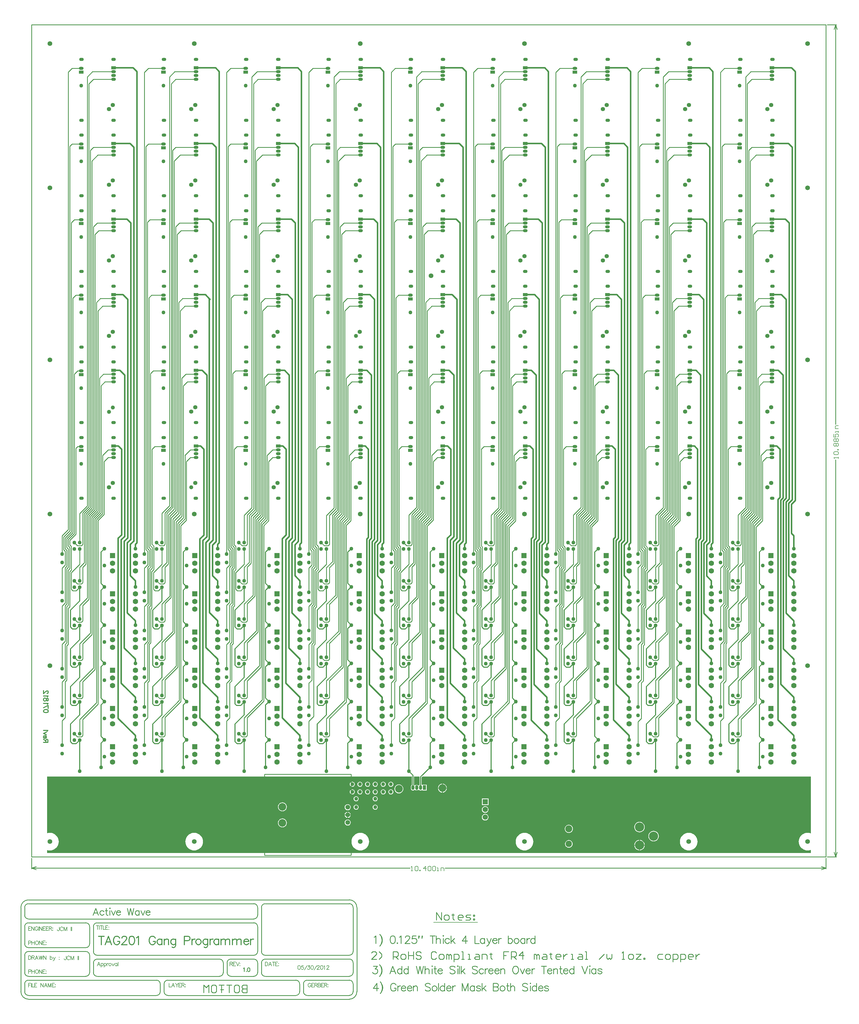
<source format=gbl>
%FSLAX25Y25*%
%MOIN*%
G70*
G01*
G75*
G04 Layer_Physical_Order=4*
G04 Layer_Color=16711680*
%ADD10R,0.05906X0.03937*%
%ADD11R,0.09449X0.11024*%
%ADD12R,0.10000X0.10000*%
%ADD13R,0.07087X0.11024*%
%ADD14R,0.03000X0.03000*%
%ADD15R,0.04000X0.05500*%
%ADD16R,0.02000X0.05000*%
%ADD17R,0.05000X0.02000*%
%ADD18R,0.03000X0.03000*%
%ADD19C,0.05000*%
%ADD20C,0.02000*%
%ADD21C,0.01000*%
%ADD22C,0.01200*%
%ADD23C,0.00600*%
%ADD24C,0.00800*%
%ADD25C,0.00900*%
%ADD26C,0.00500*%
%ADD27C,0.06200*%
%ADD28C,0.08300*%
%ADD29C,0.09100*%
%ADD30C,0.10000*%
%ADD31C,0.07000*%
%ADD32R,0.07000X0.07000*%
%ADD33R,0.04000X0.06200*%
%ADD34O,0.04000X0.06200*%
%ADD35C,0.05200*%
%ADD36C,0.05500*%
%ADD37R,0.06200X0.04000*%
%ADD38O,0.06200X0.04000*%
%ADD39C,0.12000*%
%ADD40O,0.06000X0.04200*%
%ADD41C,0.05000*%
G36*
X1020400Y31054D02*
X1019984Y30777D01*
X1019515Y30971D01*
X1017755Y31394D01*
X1015950Y31536D01*
X1014145Y31394D01*
X1012385Y30971D01*
X1010713Y30278D01*
X1009170Y29333D01*
X1007793Y28157D01*
X1006618Y26780D01*
X1005672Y25237D01*
X1004979Y23565D01*
X1004556Y21805D01*
X1004414Y20000D01*
X1004556Y18195D01*
X1004979Y16435D01*
X1005672Y14763D01*
X1006618Y13220D01*
X1007793Y11843D01*
X1009170Y10667D01*
X1010713Y9722D01*
X1012385Y9029D01*
X1014145Y8607D01*
X1015950Y8464D01*
X1017755Y8607D01*
X1019515Y9029D01*
X1019984Y9223D01*
X1020400Y8946D01*
Y5000D01*
X20400D01*
Y8634D01*
X20793Y8943D01*
X22195Y8607D01*
X24000Y8464D01*
X25805Y8607D01*
X27565Y9029D01*
X29237Y9722D01*
X30780Y10667D01*
X32157Y11843D01*
X33332Y13220D01*
X34278Y14763D01*
X34971Y16435D01*
X35394Y18195D01*
X35536Y20000D01*
X35394Y21805D01*
X34971Y23565D01*
X34278Y25237D01*
X33332Y26780D01*
X32157Y28157D01*
X30780Y29333D01*
X29237Y30278D01*
X27565Y30971D01*
X25805Y31394D01*
X24000Y31536D01*
X22195Y31394D01*
X20793Y31057D01*
X20400Y31366D01*
Y105000D01*
X497973D01*
Y94234D01*
X497403Y93797D01*
X496954Y93212D01*
X496672Y92531D01*
X496576Y91800D01*
Y89600D01*
X496672Y88869D01*
X496954Y88188D01*
X497403Y87603D01*
X497988Y87154D01*
X498669Y86872D01*
X499400Y86776D01*
X500131Y86872D01*
X500812Y87154D01*
X501397Y87603D01*
X501650Y87933D01*
X502150D01*
X502403Y87603D01*
X502988Y87154D01*
X503669Y86872D01*
X503900Y86842D01*
Y90700D01*
Y94558D01*
X503669Y94528D01*
X502988Y94246D01*
X502403Y93797D01*
X502150Y93467D01*
X501650D01*
X501397Y93797D01*
X500827Y94234D01*
Y105000D01*
X507726D01*
X507973Y104700D01*
X507973Y104700D01*
Y94234D01*
X507403Y93797D01*
X507150Y93467D01*
X506650D01*
X506397Y93797D01*
X505812Y94246D01*
X505131Y94528D01*
X504900Y94558D01*
Y90700D01*
Y86842D01*
X505131Y86872D01*
X505812Y87154D01*
X506397Y87603D01*
X506650Y87933D01*
X507150D01*
X507403Y87603D01*
X507988Y87154D01*
X508669Y86872D01*
X509400Y86776D01*
X510131Y86872D01*
X510812Y87154D01*
X511152Y87415D01*
X511600Y87194D01*
Y86800D01*
X517200D01*
Y94600D01*
X511600D01*
Y94206D01*
X511252Y94035D01*
X510827Y94299D01*
Y104109D01*
X511719Y105000D01*
X1020400D01*
Y31054D01*
D02*
G37*
%LPC*%
G36*
X593900Y56337D02*
X592777Y56189D01*
X591732Y55756D01*
X590833Y55067D01*
X590144Y54169D01*
X589711Y53123D01*
X589563Y52000D01*
X589711Y50877D01*
X590144Y49832D01*
X590833Y48933D01*
X591732Y48244D01*
X592777Y47811D01*
X593900Y47663D01*
X595022Y47811D01*
X596068Y48244D01*
X596967Y48933D01*
X597656Y49832D01*
X598089Y50877D01*
X598237Y52000D01*
X598089Y53123D01*
X597656Y54169D01*
X596967Y55067D01*
X596068Y55756D01*
X595022Y56189D01*
X593900Y56337D01*
D02*
G37*
G36*
X413400Y54500D02*
X410032D01*
X410100Y53982D01*
X410493Y53033D01*
X411119Y52219D01*
X411933Y51593D01*
X412882Y51200D01*
X413400Y51132D01*
Y54500D01*
D02*
G37*
G36*
X413900Y48934D02*
X412882Y48800D01*
X411933Y48407D01*
X411119Y47782D01*
X410493Y46967D01*
X410100Y46018D01*
X409966Y45000D01*
X410100Y43982D01*
X410493Y43033D01*
X411119Y42219D01*
X411933Y41593D01*
X412882Y41200D01*
X413900Y41066D01*
X414918Y41200D01*
X415867Y41593D01*
X416681Y42219D01*
X417307Y43033D01*
X417700Y43982D01*
X417834Y45000D01*
X417700Y46018D01*
X417307Y46967D01*
X416681Y47782D01*
X415867Y48407D01*
X414918Y48800D01*
X413900Y48934D01*
D02*
G37*
G36*
X795900Y45833D02*
X794567Y45702D01*
X793285Y45313D01*
X792104Y44681D01*
X791068Y43832D01*
X790219Y42796D01*
X789587Y41615D01*
X789198Y40333D01*
X789067Y39000D01*
X789198Y37667D01*
X789587Y36385D01*
X790219Y35204D01*
X791068Y34168D01*
X792104Y33319D01*
X793285Y32687D01*
X794567Y32298D01*
X795900Y32167D01*
X797233Y32298D01*
X798515Y32687D01*
X799696Y33319D01*
X800732Y34168D01*
X801581Y35204D01*
X802213Y36385D01*
X802602Y37667D01*
X802733Y39000D01*
X802602Y40333D01*
X802213Y41615D01*
X801581Y42796D01*
X800732Y43832D01*
X799696Y44681D01*
X798515Y45313D01*
X797233Y45702D01*
X795900Y45833D01*
D02*
G37*
G36*
X328400Y50328D02*
X327263Y50216D01*
X326170Y49884D01*
X325162Y49346D01*
X324279Y48621D01*
X323554Y47738D01*
X323016Y46730D01*
X322684Y45637D01*
X322572Y44500D01*
X322684Y43363D01*
X323016Y42270D01*
X323554Y41262D01*
X324279Y40379D01*
X325162Y39654D01*
X326170Y39116D01*
X327263Y38784D01*
X328400Y38672D01*
X329537Y38784D01*
X330630Y39116D01*
X331638Y39654D01*
X332521Y40379D01*
X333246Y41262D01*
X333784Y42270D01*
X334116Y43363D01*
X334228Y44500D01*
X334116Y45637D01*
X333784Y46730D01*
X333246Y47738D01*
X332521Y48621D01*
X331638Y49346D01*
X330630Y49884D01*
X329537Y50216D01*
X328400Y50328D01*
D02*
G37*
G36*
X417768Y54500D02*
X414400D01*
Y51132D01*
X414918Y51200D01*
X415867Y51593D01*
X416681Y52219D01*
X417307Y53033D01*
X417700Y53982D01*
X417768Y54500D01*
D02*
G37*
G36*
X328400Y71328D02*
X327263Y71216D01*
X326170Y70884D01*
X325162Y70346D01*
X324279Y69621D01*
X323554Y68738D01*
X323016Y67730D01*
X322684Y66637D01*
X322572Y65500D01*
X322684Y64363D01*
X323016Y63270D01*
X323554Y62262D01*
X324279Y61379D01*
X325162Y60654D01*
X326170Y60116D01*
X327263Y59784D01*
X328400Y59672D01*
X329537Y59784D01*
X330630Y60116D01*
X331638Y60654D01*
X332521Y61379D01*
X333246Y62262D01*
X333784Y63270D01*
X334116Y64363D01*
X334228Y65500D01*
X334116Y66637D01*
X333784Y67730D01*
X333246Y68738D01*
X332521Y69621D01*
X331638Y70346D01*
X330630Y70884D01*
X329537Y71216D01*
X328400Y71328D01*
D02*
G37*
G36*
X413900Y68934D02*
X412882Y68800D01*
X411933Y68407D01*
X411119Y67782D01*
X410493Y66967D01*
X410100Y66018D01*
X409966Y65000D01*
X410100Y63982D01*
X410493Y63033D01*
X411119Y62218D01*
X411933Y61593D01*
X412882Y61200D01*
X413900Y61066D01*
X414918Y61200D01*
X415867Y61593D01*
X416681Y62218D01*
X417307Y63033D01*
X417700Y63982D01*
X417834Y65000D01*
X417700Y66018D01*
X417307Y66967D01*
X416681Y67782D01*
X415867Y68407D01*
X414918Y68800D01*
X413900Y68934D01*
D02*
G37*
G36*
X593900Y66337D02*
X592777Y66189D01*
X591732Y65756D01*
X590833Y65067D01*
X590144Y64169D01*
X589711Y63122D01*
X589563Y62000D01*
X589711Y60878D01*
X590144Y59831D01*
X590833Y58933D01*
X591732Y58244D01*
X592777Y57811D01*
X593900Y57663D01*
X595022Y57811D01*
X596068Y58244D01*
X596967Y58933D01*
X597656Y59831D01*
X598089Y60878D01*
X598237Y62000D01*
X598089Y63122D01*
X597656Y64169D01*
X596967Y65067D01*
X596068Y65756D01*
X595022Y66189D01*
X593900Y66337D01*
D02*
G37*
G36*
X413400Y58868D02*
X412882Y58800D01*
X411933Y58407D01*
X411119Y57781D01*
X410493Y56967D01*
X410100Y56018D01*
X410032Y55500D01*
X413400D01*
Y58868D01*
D02*
G37*
G36*
X414400D02*
Y55500D01*
X417768D01*
X417700Y56018D01*
X417307Y56967D01*
X416681Y57781D01*
X415867Y58407D01*
X414918Y58800D01*
X414400Y58868D01*
D02*
G37*
G36*
X860400Y31536D02*
X858595Y31394D01*
X856835Y30971D01*
X855163Y30278D01*
X853620Y29333D01*
X852243Y28157D01*
X851068Y26780D01*
X850122Y25237D01*
X849429Y23565D01*
X849006Y21805D01*
X848864Y20000D01*
X849006Y18195D01*
X849429Y16435D01*
X850122Y14763D01*
X851068Y13220D01*
X852243Y11843D01*
X853620Y10667D01*
X855163Y9722D01*
X856835Y9029D01*
X858595Y8607D01*
X860400Y8464D01*
X862205Y8607D01*
X863965Y9029D01*
X865637Y9722D01*
X867180Y10667D01*
X868557Y11843D01*
X869732Y13220D01*
X870678Y14763D01*
X871371Y16435D01*
X871793Y18195D01*
X871936Y20000D01*
X871793Y21805D01*
X871371Y23565D01*
X870678Y25237D01*
X869732Y26780D01*
X868557Y28157D01*
X867180Y29333D01*
X865637Y30278D01*
X863965Y30971D01*
X862205Y31394D01*
X860400Y31536D01*
D02*
G37*
G36*
X795400Y14900D02*
X789116D01*
X789198Y14067D01*
X789587Y12785D01*
X790219Y11604D01*
X791068Y10568D01*
X792104Y9719D01*
X793285Y9087D01*
X794567Y8698D01*
X795400Y8616D01*
Y14900D01*
D02*
G37*
G36*
X645400Y31536D02*
X643595Y31394D01*
X641835Y30971D01*
X640163Y30278D01*
X638620Y29333D01*
X637243Y28157D01*
X636067Y26780D01*
X635122Y25237D01*
X634429Y23565D01*
X634007Y21805D01*
X633864Y20000D01*
X634007Y18195D01*
X634429Y16435D01*
X635122Y14763D01*
X636067Y13220D01*
X637243Y11843D01*
X638620Y10667D01*
X640163Y9722D01*
X641835Y9029D01*
X643595Y8607D01*
X645400Y8464D01*
X647205Y8607D01*
X648965Y9029D01*
X650637Y9722D01*
X652180Y10667D01*
X653557Y11843D01*
X654733Y13220D01*
X655678Y14763D01*
X656371Y16435D01*
X656793Y18195D01*
X656936Y20000D01*
X656793Y21805D01*
X656371Y23565D01*
X655678Y25237D01*
X654733Y26780D01*
X653557Y28157D01*
X652180Y29333D01*
X650637Y30278D01*
X648965Y30971D01*
X647205Y31394D01*
X645400Y31536D01*
D02*
G37*
G36*
X212900D02*
X211095Y31394D01*
X209335Y30971D01*
X207663Y30278D01*
X206120Y29333D01*
X204743Y28157D01*
X203568Y26780D01*
X202622Y25237D01*
X201929Y23565D01*
X201506Y21805D01*
X201364Y20000D01*
X201506Y18195D01*
X201929Y16435D01*
X202622Y14763D01*
X203568Y13220D01*
X204743Y11843D01*
X206120Y10667D01*
X207663Y9722D01*
X209335Y9029D01*
X211095Y8607D01*
X212900Y8464D01*
X214705Y8607D01*
X216465Y9029D01*
X218137Y9722D01*
X219680Y10667D01*
X221057Y11843D01*
X222233Y13220D01*
X223178Y14763D01*
X223871Y16435D01*
X224293Y18195D01*
X224436Y20000D01*
X224293Y21805D01*
X223871Y23565D01*
X223178Y25237D01*
X222233Y26780D01*
X221057Y28157D01*
X219680Y29333D01*
X218137Y30278D01*
X216465Y30971D01*
X214705Y31394D01*
X212900Y31536D01*
D02*
G37*
G36*
X430400D02*
X428595Y31394D01*
X426835Y30971D01*
X425163Y30278D01*
X423620Y29333D01*
X422243Y28157D01*
X421067Y26780D01*
X420122Y25237D01*
X419429Y23565D01*
X419006Y21805D01*
X418864Y20000D01*
X419006Y18195D01*
X419429Y16435D01*
X420122Y14763D01*
X421067Y13220D01*
X422243Y11843D01*
X423620Y10667D01*
X425163Y9722D01*
X426835Y9029D01*
X428595Y8607D01*
X430400Y8464D01*
X432205Y8607D01*
X433965Y9029D01*
X435637Y9722D01*
X437180Y10667D01*
X438557Y11843D01*
X439733Y13220D01*
X440678Y14763D01*
X441371Y16435D01*
X441793Y18195D01*
X441936Y20000D01*
X441793Y21805D01*
X441371Y23565D01*
X440678Y25237D01*
X439733Y26780D01*
X438557Y28157D01*
X437180Y29333D01*
X435637Y30278D01*
X433965Y30971D01*
X432205Y31394D01*
X430400Y31536D01*
D02*
G37*
G36*
X802684Y14900D02*
X796400D01*
Y8616D01*
X797233Y8698D01*
X798515Y9087D01*
X799696Y9719D01*
X800732Y10568D01*
X801581Y11604D01*
X802213Y12785D01*
X802602Y14067D01*
X802684Y14900D01*
D02*
G37*
G36*
X814400Y34033D02*
X813067Y33902D01*
X811785Y33513D01*
X810604Y32881D01*
X809568Y32032D01*
X808719Y30996D01*
X808087Y29815D01*
X807698Y28533D01*
X807567Y27200D01*
X807698Y25867D01*
X808087Y24585D01*
X808719Y23404D01*
X809568Y22368D01*
X810604Y21519D01*
X811785Y20887D01*
X813067Y20498D01*
X814400Y20367D01*
X815733Y20498D01*
X817015Y20887D01*
X818196Y21519D01*
X819232Y22368D01*
X820081Y23404D01*
X820713Y24585D01*
X821102Y25867D01*
X821233Y27200D01*
X821102Y28533D01*
X820713Y29815D01*
X820081Y30996D01*
X819232Y32032D01*
X818196Y32881D01*
X817015Y33513D01*
X815733Y33902D01*
X814400Y34033D01*
D02*
G37*
G36*
X703400Y42096D02*
X702003Y41912D01*
X700702Y41373D01*
X699584Y40516D01*
X698727Y39398D01*
X698188Y38097D01*
X698004Y36700D01*
X698188Y35303D01*
X698727Y34002D01*
X699584Y32884D01*
X700702Y32027D01*
X702003Y31488D01*
X703400Y31304D01*
X704797Y31488D01*
X706098Y32027D01*
X707216Y32884D01*
X708073Y34002D01*
X708612Y35303D01*
X708796Y36700D01*
X708612Y38097D01*
X708073Y39398D01*
X707216Y40516D01*
X706098Y41373D01*
X704797Y41912D01*
X703400Y42096D01*
D02*
G37*
G36*
X796400Y22184D02*
Y15900D01*
X802684D01*
X802602Y16733D01*
X802213Y18015D01*
X801581Y19196D01*
X800732Y20232D01*
X799696Y21081D01*
X798515Y21713D01*
X797233Y22102D01*
X796400Y22184D01*
D02*
G37*
G36*
X703400Y21993D02*
X702108Y21823D01*
X700904Y21324D01*
X699870Y20530D01*
X699076Y19496D01*
X698577Y18292D01*
X698407Y17000D01*
X698577Y15708D01*
X699076Y14504D01*
X699870Y13470D01*
X700904Y12676D01*
X702108Y12177D01*
X703400Y12007D01*
X704692Y12177D01*
X705896Y12676D01*
X706930Y13470D01*
X707724Y14504D01*
X708223Y15708D01*
X708393Y17000D01*
X708223Y18292D01*
X707724Y19496D01*
X706930Y20530D01*
X705896Y21324D01*
X704692Y21823D01*
X703400Y21993D01*
D02*
G37*
G36*
X795400Y22184D02*
X794567Y22102D01*
X793285Y21713D01*
X792104Y21081D01*
X791068Y20232D01*
X790219Y19196D01*
X789587Y18015D01*
X789198Y16733D01*
X789116Y15900D01*
X795400D01*
Y22184D01*
D02*
G37*
G36*
X537400Y95779D02*
X536763Y95716D01*
X535670Y95384D01*
X534662Y94846D01*
X533779Y94121D01*
X533054Y93238D01*
X532516Y92230D01*
X532184Y91137D01*
X532121Y90500D01*
X537400D01*
Y95779D01*
D02*
G37*
G36*
X538400D02*
Y90500D01*
X543679D01*
X543616Y91137D01*
X543284Y92230D01*
X542746Y93238D01*
X542021Y94121D01*
X541138Y94846D01*
X540130Y95384D01*
X539037Y95716D01*
X538400Y95779D01*
D02*
G37*
G36*
X543679Y89500D02*
X538400D01*
Y84221D01*
X539037Y84284D01*
X540130Y84616D01*
X541138Y85154D01*
X542021Y85879D01*
X542746Y86762D01*
X543284Y87770D01*
X543616Y88863D01*
X543679Y89500D01*
D02*
G37*
G36*
X480900Y94828D02*
X479763Y94716D01*
X478670Y94384D01*
X477662Y93846D01*
X476779Y93121D01*
X476054Y92238D01*
X475516Y91230D01*
X475184Y90137D01*
X475072Y89000D01*
X475184Y87863D01*
X475516Y86770D01*
X476054Y85762D01*
X476779Y84879D01*
X477662Y84154D01*
X478670Y83616D01*
X479763Y83284D01*
X480900Y83172D01*
X482037Y83284D01*
X483130Y83616D01*
X484138Y84154D01*
X485021Y84879D01*
X485746Y85762D01*
X486284Y86770D01*
X486616Y87863D01*
X486728Y89000D01*
X486616Y90137D01*
X486284Y91230D01*
X485746Y92238D01*
X485021Y93121D01*
X484138Y93846D01*
X483130Y94384D01*
X482037Y94716D01*
X480900Y94828D01*
D02*
G37*
G36*
X537400Y89500D02*
X532121D01*
X532184Y88863D01*
X532516Y87770D01*
X533054Y86762D01*
X533779Y85879D01*
X534662Y85154D01*
X535670Y84616D01*
X536763Y84284D01*
X537400Y84221D01*
Y89500D01*
D02*
G37*
G36*
X419900Y98329D02*
X419038Y98215D01*
X418236Y97883D01*
X417546Y97354D01*
X417018Y96664D01*
X416685Y95862D01*
X416572Y95000D01*
X416685Y94138D01*
X417018Y93336D01*
X417546Y92646D01*
X418236Y92117D01*
X419038Y91785D01*
X419900Y91672D01*
X420761Y91785D01*
X421564Y92117D01*
X422254Y92646D01*
X422783Y93336D01*
X423115Y94138D01*
X423229Y95000D01*
X423115Y95862D01*
X422783Y96664D01*
X422254Y97354D01*
X421564Y97883D01*
X420761Y98215D01*
X419900Y98329D01*
D02*
G37*
G36*
X460400D02*
X459539Y98215D01*
X458736Y97883D01*
X458046Y97354D01*
X457517Y96664D01*
X457185Y95862D01*
X457071Y95000D01*
X457185Y94138D01*
X457517Y93336D01*
X458046Y92646D01*
X458736Y92117D01*
X459539Y91785D01*
X460400Y91672D01*
X461262Y91785D01*
X462064Y92117D01*
X462754Y92646D01*
X463282Y93336D01*
X463615Y94138D01*
X463729Y95000D01*
X463615Y95862D01*
X463282Y96664D01*
X462754Y97354D01*
X462064Y97883D01*
X461262Y98215D01*
X460400Y98329D01*
D02*
G37*
G36*
X470400D02*
X469538Y98215D01*
X468736Y97883D01*
X468046Y97354D01*
X467518Y96664D01*
X467185Y95862D01*
X467071Y95000D01*
X467185Y94138D01*
X467518Y93336D01*
X468046Y92646D01*
X468736Y92117D01*
X469538Y91785D01*
X470400Y91672D01*
X471262Y91785D01*
X472064Y92117D01*
X472754Y92646D01*
X473282Y93336D01*
X473615Y94138D01*
X473729Y95000D01*
X473615Y95862D01*
X473282Y96664D01*
X472754Y97354D01*
X472064Y97883D01*
X471262Y98215D01*
X470400Y98329D01*
D02*
G37*
G36*
X449900D02*
X449039Y98215D01*
X448236Y97883D01*
X447546Y97354D01*
X447017Y96664D01*
X446685Y95862D01*
X446571Y95000D01*
X446685Y94138D01*
X447017Y93336D01*
X447546Y92646D01*
X448236Y92117D01*
X449039Y91785D01*
X449900Y91672D01*
X450762Y91785D01*
X451564Y92117D01*
X452254Y92646D01*
X452782Y93336D01*
X453115Y94138D01*
X453229Y95000D01*
X453115Y95862D01*
X452782Y96664D01*
X452254Y97354D01*
X451564Y97883D01*
X450762Y98215D01*
X449900Y98329D01*
D02*
G37*
G36*
X429900D02*
X429038Y98215D01*
X428236Y97883D01*
X427546Y97354D01*
X427017Y96664D01*
X426685Y95862D01*
X426572Y95000D01*
X426685Y94138D01*
X427017Y93336D01*
X427546Y92646D01*
X428236Y92117D01*
X429038Y91785D01*
X429900Y91672D01*
X430761Y91785D01*
X431564Y92117D01*
X432254Y92646D01*
X432783Y93336D01*
X433115Y94138D01*
X433228Y95000D01*
X433115Y95862D01*
X432783Y96664D01*
X432254Y97354D01*
X431564Y97883D01*
X430761Y98215D01*
X429900Y98329D01*
D02*
G37*
G36*
X439900D02*
X439039Y98215D01*
X438236Y97883D01*
X437546Y97354D01*
X437017Y96664D01*
X436685Y95862D01*
X436572Y95000D01*
X436685Y94138D01*
X437017Y93336D01*
X437546Y92646D01*
X438236Y92117D01*
X439039Y91785D01*
X439900Y91672D01*
X440762Y91785D01*
X441564Y92117D01*
X442254Y92646D01*
X442782Y93336D01*
X443115Y94138D01*
X443228Y95000D01*
X443115Y95862D01*
X442782Y96664D01*
X442254Y97354D01*
X441564Y97883D01*
X440762Y98215D01*
X439900Y98329D01*
D02*
G37*
G36*
X424900Y79329D02*
X424039Y79215D01*
X423236Y78883D01*
X422546Y78354D01*
X422017Y77664D01*
X421685Y76862D01*
X421571Y76000D01*
X421685Y75138D01*
X422017Y74336D01*
X422546Y73646D01*
X423236Y73117D01*
X424039Y72785D01*
X424900Y72672D01*
X425762Y72785D01*
X426564Y73117D01*
X427254Y73646D01*
X427782Y74336D01*
X428115Y75138D01*
X428229Y76000D01*
X428115Y76862D01*
X427782Y77664D01*
X427254Y78354D01*
X426564Y78883D01*
X425762Y79215D01*
X424900Y79329D01*
D02*
G37*
G36*
X449900D02*
X449039Y79215D01*
X448236Y78883D01*
X447546Y78354D01*
X447017Y77664D01*
X446685Y76862D01*
X446571Y76000D01*
X446685Y75138D01*
X447017Y74336D01*
X447546Y73646D01*
X448236Y73117D01*
X449039Y72785D01*
X449900Y72672D01*
X450762Y72785D01*
X451564Y73117D01*
X452254Y73646D01*
X452782Y74336D01*
X453115Y75138D01*
X453229Y76000D01*
X453115Y76862D01*
X452782Y77664D01*
X452254Y78354D01*
X451564Y78883D01*
X450762Y79215D01*
X449900Y79329D01*
D02*
G37*
G36*
X598200Y76300D02*
X589600D01*
Y67700D01*
X598200D01*
Y76300D01*
D02*
G37*
G36*
X424900Y68328D02*
X424039Y68215D01*
X423236Y67883D01*
X422546Y67354D01*
X422017Y66664D01*
X421685Y65861D01*
X421571Y65000D01*
X421685Y64139D01*
X422017Y63336D01*
X422546Y62646D01*
X423236Y62117D01*
X424039Y61785D01*
X424900Y61672D01*
X425762Y61785D01*
X426564Y62117D01*
X427254Y62646D01*
X427782Y63336D01*
X428115Y64139D01*
X428229Y65000D01*
X428115Y65861D01*
X427782Y66664D01*
X427254Y67354D01*
X426564Y67883D01*
X425762Y68215D01*
X424900Y68328D01*
D02*
G37*
G36*
X449900D02*
X449039Y68215D01*
X448236Y67883D01*
X447546Y67354D01*
X447017Y66664D01*
X446685Y65861D01*
X446571Y65000D01*
X446685Y64139D01*
X447017Y63336D01*
X447546Y62646D01*
X448236Y62117D01*
X449039Y61785D01*
X449900Y61672D01*
X450762Y61785D01*
X451564Y62117D01*
X452254Y62646D01*
X452782Y63336D01*
X453115Y64139D01*
X453229Y65000D01*
X453115Y65861D01*
X452782Y66664D01*
X452254Y67354D01*
X451564Y67883D01*
X450762Y68215D01*
X449900Y68328D01*
D02*
G37*
G36*
X419900Y88328D02*
X419038Y88215D01*
X418236Y87883D01*
X417546Y87354D01*
X417018Y86664D01*
X416685Y85861D01*
X416572Y85000D01*
X416685Y84139D01*
X417018Y83336D01*
X417546Y82646D01*
X418236Y82117D01*
X419038Y81785D01*
X419900Y81672D01*
X420761Y81785D01*
X421564Y82117D01*
X422254Y82646D01*
X422783Y83336D01*
X423115Y84139D01*
X423229Y85000D01*
X423115Y85861D01*
X422783Y86664D01*
X422254Y87354D01*
X421564Y87883D01*
X420761Y88215D01*
X419900Y88328D01*
D02*
G37*
G36*
X460400D02*
X459539Y88215D01*
X458736Y87883D01*
X458046Y87354D01*
X457517Y86664D01*
X457185Y85861D01*
X457071Y85000D01*
X457185Y84139D01*
X457517Y83336D01*
X458046Y82646D01*
X458736Y82117D01*
X459539Y81785D01*
X460400Y81672D01*
X461262Y81785D01*
X462064Y82117D01*
X462754Y82646D01*
X463282Y83336D01*
X463615Y84139D01*
X463729Y85000D01*
X463615Y85861D01*
X463282Y86664D01*
X462754Y87354D01*
X462064Y87883D01*
X461262Y88215D01*
X460400Y88328D01*
D02*
G37*
G36*
X470400D02*
X469538Y88215D01*
X468736Y87883D01*
X468046Y87354D01*
X467518Y86664D01*
X467185Y85861D01*
X467071Y85000D01*
X467185Y84139D01*
X467518Y83336D01*
X468046Y82646D01*
X468736Y82117D01*
X469538Y81785D01*
X470400Y81672D01*
X471262Y81785D01*
X472064Y82117D01*
X472754Y82646D01*
X473282Y83336D01*
X473615Y84139D01*
X473729Y85000D01*
X473615Y85861D01*
X473282Y86664D01*
X472754Y87354D01*
X472064Y87883D01*
X471262Y88215D01*
X470400Y88328D01*
D02*
G37*
G36*
X449900D02*
X449039Y88215D01*
X448236Y87883D01*
X447546Y87354D01*
X447017Y86664D01*
X446685Y85861D01*
X446571Y85000D01*
X446685Y84139D01*
X447017Y83336D01*
X447546Y82646D01*
X448236Y82117D01*
X449039Y81785D01*
X449900Y81672D01*
X450762Y81785D01*
X451564Y82117D01*
X452254Y82646D01*
X452782Y83336D01*
X453115Y84139D01*
X453229Y85000D01*
X453115Y85861D01*
X452782Y86664D01*
X452254Y87354D01*
X451564Y87883D01*
X450762Y88215D01*
X449900Y88328D01*
D02*
G37*
G36*
X429900D02*
X429038Y88215D01*
X428236Y87883D01*
X427546Y87354D01*
X427017Y86664D01*
X426685Y85861D01*
X426572Y85000D01*
X426685Y84139D01*
X427017Y83336D01*
X427546Y82646D01*
X428236Y82117D01*
X429038Y81785D01*
X429900Y81672D01*
X430761Y81785D01*
X431564Y82117D01*
X432254Y82646D01*
X432783Y83336D01*
X433115Y84139D01*
X433228Y85000D01*
X433115Y85861D01*
X432783Y86664D01*
X432254Y87354D01*
X431564Y87883D01*
X430761Y88215D01*
X429900Y88328D01*
D02*
G37*
G36*
X439900D02*
X439039Y88215D01*
X438236Y87883D01*
X437546Y87354D01*
X437017Y86664D01*
X436685Y85861D01*
X436572Y85000D01*
X436685Y84139D01*
X437017Y83336D01*
X437546Y82646D01*
X438236Y82117D01*
X439039Y81785D01*
X439900Y81672D01*
X440762Y81785D01*
X441564Y82117D01*
X442254Y82646D01*
X442782Y83336D01*
X443115Y84139D01*
X443228Y85000D01*
X443115Y85861D01*
X442782Y86664D01*
X442254Y87354D01*
X441564Y87883D01*
X440762Y88215D01*
X439900Y88328D01*
D02*
G37*
%LPD*%
D20*
X977400Y467500D02*
X979900Y470000D01*
X980900Y466500D02*
X983900Y469500D01*
X984400Y465500D02*
X987900Y469000D01*
Y464000D02*
X991900Y468000D01*
X991400Y462500D02*
X995900Y467000D01*
X994900Y461000D02*
X999900Y466000D01*
X994900Y423000D02*
Y461000D01*
Y423000D02*
X997900Y420000D01*
X999900Y466000D02*
Y1027200D01*
X997900Y403200D02*
Y420000D01*
X995900Y467000D02*
Y928200D01*
X991400Y367700D02*
Y462500D01*
X991900Y468000D02*
Y829200D01*
X987900Y318700D02*
Y464000D01*
Y469000D02*
Y729200D01*
X984400Y272200D02*
Y465500D01*
X983900Y469500D02*
Y630200D01*
X980900Y225700D02*
Y466500D01*
X979900Y470000D02*
Y533200D01*
X977400Y179200D02*
X997900Y158700D01*
X977400Y179200D02*
Y467500D01*
X980900Y225700D02*
X997900Y208700D01*
X984400Y272200D02*
X997900Y258700D01*
X987900Y318700D02*
X997900Y308700D01*
X991400Y367700D02*
X997900Y361200D01*
X869900Y178950D02*
X890150Y158700D01*
X869900Y178950D02*
Y415700D01*
X872150Y417950D01*
X873400Y225450D02*
X890150Y208700D01*
X873400Y225450D02*
Y413700D01*
X876150Y416450D01*
X876900Y271950D02*
X890150Y258700D01*
X876900Y271950D02*
Y411700D01*
X880150Y414950D01*
X880400Y318450D02*
X890150Y308700D01*
X880400Y318450D02*
Y409700D01*
X884150Y413450D01*
X883900Y367450D02*
X890150Y361200D01*
X883900Y367450D02*
Y407700D01*
X888150Y411950D01*
X761900Y179200D02*
X782400Y158700D01*
X761900Y179200D02*
Y415700D01*
X764400Y418200D01*
X765400Y225700D02*
X782400Y208700D01*
X765400Y225700D02*
Y413700D01*
X768400Y416700D01*
X768900Y272200D02*
X782400Y258700D01*
X768900Y272200D02*
Y411700D01*
X772400Y415200D01*
Y318700D02*
X782400Y308700D01*
X772400Y318700D02*
Y409700D01*
X776400Y413700D01*
X775900Y367700D02*
X782400Y361200D01*
X775900Y367700D02*
Y407700D01*
X780400Y412200D01*
X654400Y178950D02*
X674650Y158700D01*
X654400Y178950D02*
Y416200D01*
X656650Y418450D01*
X657900Y225450D02*
X674650Y208700D01*
X657900Y225450D02*
Y414200D01*
X660650Y416950D01*
X661400Y271950D02*
X674650Y258700D01*
X661400Y271950D02*
Y412200D01*
X664650Y415450D01*
X664900Y318450D02*
X674650Y308700D01*
X664900Y318450D02*
Y409700D01*
X668650Y413450D01*
X668400Y367450D02*
X674650Y361200D01*
X668400Y367450D02*
Y407700D01*
X672650Y411950D01*
X544400Y181200D02*
X566900Y158700D01*
X544400Y181200D02*
Y416700D01*
X548900Y421200D01*
Y533200D01*
X548400Y227200D02*
X566900Y208700D01*
X548400Y227200D02*
Y414200D01*
X552900Y418700D01*
X552400Y273200D02*
X566900Y258700D01*
X552400Y273200D02*
Y412200D01*
X556900Y416700D01*
X556400Y319200D02*
X566900Y308700D01*
X556400Y319200D02*
Y410200D01*
X560900Y414700D01*
X560400Y367700D02*
X566900Y361200D01*
X560400Y367700D02*
Y408200D01*
X564900Y412700D01*
X438900Y178950D02*
X459150Y158700D01*
X438900Y178950D02*
Y415700D01*
X441150Y417950D01*
X442400Y225450D02*
X459150Y208700D01*
X442400Y225450D02*
Y414200D01*
X445150Y416950D01*
X445900Y271950D02*
X459150Y258700D01*
X445900Y271950D02*
Y412200D01*
X449150Y415450D01*
X449400Y318450D02*
X459150Y308700D01*
X449400Y318450D02*
Y410200D01*
X453150Y413950D01*
X452900Y367450D02*
X459150Y361200D01*
X452900Y367450D02*
Y408200D01*
X457150Y412450D01*
X328400Y181700D02*
X351400Y158700D01*
X328400Y181700D02*
Y416200D01*
X333400Y421200D01*
Y533200D01*
X332900Y227200D02*
X351400Y208700D01*
X332900Y227200D02*
Y414700D01*
X337400Y419200D01*
X336900Y273200D02*
X351400Y258700D01*
X336900Y273200D02*
Y412700D01*
X341400Y417200D01*
X340900Y319200D02*
X351400Y308700D01*
X340900Y319200D02*
Y410700D01*
X345400Y415200D01*
X344900Y367700D02*
X351400Y361200D01*
X344900Y367700D02*
Y408200D01*
X349400Y412700D01*
X220400Y181950D02*
X243650Y158700D01*
X220400Y181950D02*
Y415700D01*
X225650Y420950D01*
Y533200D01*
X224400Y227950D02*
X243650Y208700D01*
X224400Y227950D02*
Y413700D01*
X229650Y418950D01*
X228400Y273950D02*
X243650Y258700D01*
X228400Y273950D02*
Y411200D01*
X232775Y415575D01*
X232900Y319450D02*
X243650Y308700D01*
X232900Y319450D02*
Y409700D01*
X237650Y414450D01*
X236900Y367950D02*
X243150Y361700D01*
X236900Y367950D02*
Y407700D01*
X241650Y412450D01*
X997900Y153200D02*
Y158700D01*
X890150Y153200D02*
Y158700D01*
X782400Y153200D02*
Y158700D01*
X674650Y153200D02*
Y158700D01*
X566900Y153200D02*
Y158700D01*
X459150Y153200D02*
Y158700D01*
X351400Y153200D02*
Y158700D01*
X243650Y153200D02*
Y158700D01*
X997900Y203200D02*
Y208700D01*
X890150Y203200D02*
Y208700D01*
X782400Y203200D02*
Y208700D01*
X674650Y203200D02*
Y208700D01*
X566900Y203200D02*
Y208700D01*
X459150Y203200D02*
Y208700D01*
X351400Y203200D02*
Y208700D01*
X243650Y203200D02*
Y208700D01*
X997900Y253200D02*
Y258700D01*
X890150Y253200D02*
Y258700D01*
X782400Y253200D02*
Y258700D01*
X674650Y253200D02*
Y258700D01*
X566900Y253200D02*
Y258700D01*
X459150Y253200D02*
Y258700D01*
X351400Y253200D02*
Y258700D01*
X243650Y253200D02*
Y258700D01*
X997900Y303200D02*
Y308700D01*
X890150Y303200D02*
Y308700D01*
X782400Y303200D02*
Y308700D01*
X674650Y303200D02*
Y308700D01*
X566900Y303200D02*
Y308700D01*
X459150Y303200D02*
Y308700D01*
X351400Y303200D02*
Y308700D01*
X243650Y303200D02*
Y308700D01*
X997900Y353200D02*
Y361200D01*
X890150Y353200D02*
Y361200D01*
X782400Y353200D02*
Y361200D01*
X674650Y353200D02*
Y361200D01*
X566900Y353200D02*
Y361200D01*
X459150Y353200D02*
Y361200D01*
X351400Y353200D02*
Y361200D01*
X243650Y353200D02*
Y361200D01*
X890150Y408700D02*
X892150Y410700D01*
X890150Y403200D02*
Y408700D01*
X782400D02*
X784400Y410700D01*
X782400Y403200D02*
Y408700D01*
X674650D02*
X676650Y410700D01*
X674650Y403200D02*
Y408700D01*
X566900D02*
X568900Y410700D01*
X566900Y403200D02*
Y408700D01*
X459150D02*
X461150Y410700D01*
X459150Y403200D02*
Y408700D01*
X351400D02*
X353400Y410700D01*
X351400Y403200D02*
Y408700D01*
X243650D02*
X245650Y410700D01*
X243650Y403200D02*
Y408700D01*
X892150Y410700D02*
Y1027200D01*
X888150Y411950D02*
Y928200D01*
X884150Y413450D02*
Y829200D01*
X880150Y414950D02*
Y729200D01*
X876150Y416450D02*
Y630200D01*
X872150Y417950D02*
Y533200D01*
X784400Y410700D02*
Y1027200D01*
X780400Y412200D02*
Y928200D01*
X776400Y413700D02*
Y829200D01*
X772400Y415200D02*
Y729200D01*
X768400Y416700D02*
Y630200D01*
X764400Y418200D02*
Y533200D01*
X676650Y410700D02*
Y1027200D01*
X672650Y411950D02*
Y928200D01*
X668650Y413450D02*
Y829200D01*
X664650Y415450D02*
Y729200D01*
X660650Y416950D02*
Y630200D01*
X656650Y418450D02*
Y533200D01*
X568900Y410700D02*
Y1027200D01*
X564900Y412700D02*
Y928200D01*
X560900Y414700D02*
Y829200D01*
X556900Y416700D02*
Y729200D01*
X552900Y418700D02*
Y630200D01*
X461150Y410700D02*
Y1027200D01*
X457150Y412450D02*
Y928200D01*
X453150Y413950D02*
Y829200D01*
X449150Y415450D02*
Y729200D01*
X445150Y416950D02*
Y630200D01*
X441150Y417950D02*
Y533200D01*
X353400Y410700D02*
Y1027200D01*
X349400Y412700D02*
Y928200D01*
X345400Y415200D02*
Y829200D01*
X341400Y417200D02*
Y729200D01*
X337400Y419200D02*
Y630200D01*
X245650Y410700D02*
Y1027200D01*
X241650Y412450D02*
Y928200D01*
X237650Y414450D02*
Y829200D01*
X232775Y415575D02*
Y730075D01*
X233650Y729200D01*
X227550Y735300D02*
X232775Y730075D01*
X229650Y418950D02*
Y630200D01*
X975600Y537500D02*
X979900Y533200D01*
X969450Y537500D02*
X975600D01*
X867850D02*
X872150Y533200D01*
X861700Y537500D02*
X867850D01*
X760100D02*
X764400Y533200D01*
X753950Y537500D02*
X760100D01*
X652350D02*
X656650Y533200D01*
X646200Y537500D02*
X652350D01*
X544600D02*
X548900Y533200D01*
X538450Y537500D02*
X544600D01*
X436850D02*
X441150Y533200D01*
X430700Y537500D02*
X436850D01*
X329100D02*
X333400Y533200D01*
X322950Y537500D02*
X329100D01*
X221350D02*
X225650Y533200D01*
X215200Y537500D02*
X221350D01*
X977700Y636400D02*
X983900Y630200D01*
X969450Y636400D02*
X977700D01*
X869950D02*
X876150Y630200D01*
X861700Y636400D02*
X869950D01*
X762200D02*
X768400Y630200D01*
X753950Y636400D02*
X762200D01*
X654450D02*
X660650Y630200D01*
X646200Y636400D02*
X654450D01*
X546700D02*
X552900Y630200D01*
X538450Y636400D02*
X546700D01*
X438950D02*
X445150Y630200D01*
X430700Y636400D02*
X438950D01*
X331200D02*
X337400Y630200D01*
X322950Y636400D02*
X331200D01*
X223450D02*
X229650Y630200D01*
X215200Y636400D02*
X223450D01*
X981800Y735300D02*
X987900Y729200D01*
X969450Y735300D02*
X981800D01*
X874050D02*
X880150Y729200D01*
X861700Y735300D02*
X874050D01*
X766300D02*
X772400Y729200D01*
X753950Y735300D02*
X766300D01*
X658550D02*
X664650Y729200D01*
X646200Y735300D02*
X658550D01*
X550800D02*
X556900Y729200D01*
X538450Y735300D02*
X550800D01*
X443050D02*
X449150Y729200D01*
X430700Y735300D02*
X443050D01*
X335300D02*
X341400Y729200D01*
X322950Y735300D02*
X335300D01*
X215200D02*
X227550D01*
X986900Y834200D02*
X991900Y829200D01*
X969450Y834200D02*
X986900D01*
X879150D02*
X884150Y829200D01*
X861700Y834200D02*
X879150D01*
X771400D02*
X776400Y829200D01*
X753950Y834200D02*
X771400D01*
X663650D02*
X668650Y829200D01*
X646200Y834200D02*
X663650D01*
X555900D02*
X560900Y829200D01*
X538450Y834200D02*
X555900D01*
X448150D02*
X453150Y829200D01*
X430700Y834200D02*
X448150D01*
X340400D02*
X345400Y829200D01*
X322950Y834200D02*
X340400D01*
X232650D02*
X237650Y829200D01*
X215200Y834200D02*
X232650D01*
X991000Y933100D02*
X995900Y928200D01*
X969450Y933100D02*
X991000D01*
X883250D02*
X888150Y928200D01*
X861700Y933100D02*
X883250D01*
X775500D02*
X780400Y928200D01*
X753950Y933100D02*
X775500D01*
X667750D02*
X672650Y928200D01*
X646200Y933100D02*
X667750D01*
X560000D02*
X564900Y928200D01*
X538450Y933100D02*
X560000D01*
X452250D02*
X457150Y928200D01*
X430700Y933100D02*
X452250D01*
X344500D02*
X349400Y928200D01*
X322950Y933100D02*
X344500D01*
X236750D02*
X241650Y928200D01*
X215200Y933100D02*
X236750D01*
X995100Y1032000D02*
X999900Y1027200D01*
X969450Y1032000D02*
X995100D01*
X887350D02*
X892150Y1027200D01*
X861700Y1032000D02*
X887350D01*
X779600D02*
X784400Y1027200D01*
X753950Y1032000D02*
X779600D01*
X671850D02*
X676650Y1027200D01*
X646200Y1032000D02*
X671850D01*
X564100D02*
X568900Y1027200D01*
X538450Y1032000D02*
X564100D01*
X456350D02*
X461150Y1027200D01*
X430700Y1032000D02*
X456350D01*
X348600D02*
X353400Y1027200D01*
X322950Y1032000D02*
X348600D01*
X240850D02*
X245650Y1027200D01*
X215200Y1032000D02*
X240850D01*
X113400Y181200D02*
Y416700D01*
Y181200D02*
X135900Y158700D01*
X117400Y227200D02*
Y414700D01*
Y227200D02*
X135900Y208700D01*
X121400Y273200D02*
Y412700D01*
Y273200D02*
X135900Y258700D01*
X125400Y327700D02*
Y410700D01*
Y319200D02*
Y327700D01*
Y319200D02*
X135900Y308700D01*
X129400Y367700D02*
X135900Y361200D01*
Y153200D02*
Y158700D01*
Y203200D02*
Y208700D01*
Y253200D02*
Y258700D01*
Y303200D02*
Y308700D01*
Y353200D02*
Y361200D01*
Y403200D02*
Y408700D01*
X137900Y410700D01*
X113400Y416700D02*
X117900Y421200D01*
X117400Y414700D02*
X121900Y419200D01*
X121400Y412700D02*
X125900Y417200D01*
X125400Y410700D02*
X129900Y415200D01*
X129400Y367700D02*
Y408700D01*
X133900Y413200D01*
X107450Y1032000D02*
X133100D01*
X137900Y1027200D01*
Y410700D02*
Y1027200D01*
X107450Y933100D02*
X129000D01*
X133900Y928200D01*
Y413200D02*
Y928200D01*
X107450Y834200D02*
X124900D01*
X129900Y829200D01*
Y415200D02*
Y829200D01*
X107450Y735300D02*
X119800D01*
X125900Y729200D01*
Y417200D02*
Y729200D01*
X107450Y636400D02*
X115700D01*
X121900Y630200D01*
Y419200D02*
Y630200D01*
X107450Y537500D02*
X113600D01*
X117900Y533200D01*
Y421200D02*
Y533200D01*
D21*
X52900Y1031400D02*
X64850D01*
X39900Y396200D02*
Y420000D01*
X47900Y1026400D02*
X52900Y1031400D01*
X47900Y428000D02*
Y1026400D01*
X39900Y420000D02*
X47900Y428000D01*
X52900Y932500D02*
X64850D01*
X41900Y401700D02*
Y418500D01*
X49900Y929500D02*
X52900Y932500D01*
X49900Y426500D02*
Y929500D01*
X41900Y418500D02*
X49900Y426500D01*
X56075Y833600D02*
X64850D01*
X43900Y403200D02*
Y417000D01*
X51900Y829425D02*
X56075Y833600D01*
X51900Y425000D02*
Y829425D01*
X43900Y417000D02*
X51900Y425000D01*
X57900Y734700D02*
X64850D01*
X45900Y404700D02*
Y416000D01*
X53900Y730700D02*
X57900Y734700D01*
X53900Y424000D02*
Y730700D01*
X45900Y416000D02*
X53900Y424000D01*
X60400Y635800D02*
X64850D01*
X47900Y406700D02*
Y415000D01*
X55900Y631300D02*
X60400Y635800D01*
X55900Y423000D02*
Y631300D01*
X47900Y415000D02*
X55900Y423000D01*
X60400Y536900D02*
X64850D01*
X57900Y534400D02*
X60400Y536900D01*
X57900Y422000D02*
Y534400D01*
X49900Y414000D02*
X57900Y422000D01*
X49900Y408200D02*
Y414000D01*
X928900Y158700D02*
Y180200D01*
X948500Y199800D01*
Y431300D01*
X956900Y439700D01*
Y517200D01*
X924900Y161200D02*
Y180200D01*
X946700Y202000D01*
Y433500D01*
X954900Y441700D01*
X928900Y208700D02*
Y230700D01*
X944900Y246700D01*
Y435700D01*
X952900Y443700D01*
Y616200D01*
X924900Y211200D02*
Y230200D01*
X942900Y248200D01*
Y437200D01*
X950900Y445200D01*
X928900Y258700D02*
Y280700D01*
X940900Y292700D01*
Y438700D01*
X948900Y446700D01*
Y714200D01*
X924900Y261200D02*
Y280200D01*
X938900Y294200D01*
Y440200D01*
X946900Y448200D01*
X928900Y308700D02*
Y330700D01*
X936900Y338700D01*
Y441700D01*
X944900Y449700D01*
Y814200D01*
X924900Y311200D02*
Y330700D01*
X934900Y340700D01*
Y443200D01*
X942900Y451200D01*
X928900Y358700D02*
Y378700D01*
X932900Y382700D01*
Y444700D01*
X940900Y452700D01*
Y910200D01*
X924900Y361200D02*
Y379200D01*
X930900Y385200D01*
Y446200D01*
X939000Y454300D01*
X928900Y408700D02*
Y447700D01*
X937100Y455900D01*
X924900Y411200D02*
Y447200D01*
X934900Y457200D01*
Y1020200D01*
X901900Y146200D02*
Y177700D01*
X905900Y181700D01*
Y227200D01*
X908900Y230200D01*
Y278700D01*
X909900Y279700D01*
Y324700D01*
X912000Y326800D01*
Y374700D01*
X913900Y376600D01*
Y405200D01*
X911900Y407200D02*
X913900Y405200D01*
X901900Y196200D02*
Y227200D01*
X906400Y231700D01*
Y279200D01*
X907900Y280700D01*
Y326200D01*
X910200Y328500D01*
Y376500D01*
X911900Y378200D01*
Y403700D01*
X909900Y405700D02*
X911900Y403700D01*
X901900Y246200D02*
Y278200D01*
X905900Y282200D01*
Y327700D01*
X908400Y330200D01*
Y378200D01*
X909900Y379700D01*
Y402200D01*
X907900Y404200D02*
X909900Y402200D01*
X907900Y404200D02*
Y731200D01*
X901900Y296200D02*
Y327200D01*
X906400Y331700D01*
Y379200D01*
X907900Y380700D01*
Y400700D01*
X905900Y402700D02*
X907900Y400700D01*
X913900Y350200D02*
Y371700D01*
X901900Y346200D02*
Y377700D01*
X905900Y381700D01*
Y399200D01*
X903900Y401200D02*
X905900Y399200D01*
X901900Y396200D02*
Y1026200D01*
X821150Y158700D02*
Y181950D01*
X840900Y201700D01*
Y431700D01*
X849150Y439950D01*
Y517200D01*
X817150Y161200D02*
Y181450D01*
X838900Y203200D01*
Y433200D01*
X847150Y441450D01*
X821150Y208700D02*
Y230950D01*
X836900Y246700D01*
Y434700D01*
X845150Y442950D01*
Y616200D01*
X817150Y211200D02*
Y230950D01*
X834900Y248700D01*
Y436200D01*
X843150Y444450D01*
X821150Y258700D02*
Y280450D01*
X832900Y292200D01*
Y437700D01*
X841150Y445950D01*
Y714200D01*
X817150Y261200D02*
Y280450D01*
X830900Y294200D01*
Y439700D01*
X839150Y447950D01*
X821150Y308700D02*
Y331450D01*
X828900Y339200D01*
Y441200D01*
X837150Y449450D01*
Y814200D01*
X817150Y311200D02*
Y330950D01*
X826900Y340700D01*
Y442700D01*
X835150Y450950D01*
X821150Y358700D02*
Y379450D01*
X824900Y383200D01*
Y444200D01*
X833150Y452450D01*
Y910200D01*
X817150Y361200D02*
Y378950D01*
X822950Y384750D01*
Y445750D01*
X831250Y454050D01*
X821150Y408700D02*
Y447450D01*
X829350Y455650D01*
X817150Y411200D02*
Y446950D01*
X827150Y456950D01*
Y1020200D01*
X794150Y146200D02*
Y176950D01*
X798400Y181200D01*
Y227700D01*
X800900Y230200D01*
Y276200D01*
X802400Y277700D01*
Y325200D01*
X804000Y326800D01*
Y373800D01*
X805900Y375700D01*
Y405200D01*
X804150Y406950D02*
X805900Y405200D01*
X794150Y196200D02*
Y227450D01*
X798400Y231700D01*
Y277700D01*
X800400Y279700D01*
Y327200D01*
X802200Y329000D01*
Y376000D01*
X804000Y377800D01*
Y403600D01*
X802150Y405450D02*
X804000Y403600D01*
X794150Y246200D02*
Y277450D01*
X798400Y281700D01*
Y328700D01*
X800400Y330700D01*
Y377700D01*
X802200Y379500D01*
Y401900D01*
X800150Y403950D02*
X802200Y401900D01*
X800150Y403950D02*
Y731200D01*
X794150Y296200D02*
Y327950D01*
X798400Y332200D01*
Y379200D01*
X800400Y381200D01*
Y400200D01*
X798150Y402450D02*
X800400Y400200D01*
X794150Y346200D02*
Y378450D01*
X797950Y382250D01*
Y399150D01*
X796150Y400950D02*
X797950Y399150D01*
X796150Y400950D02*
Y929200D01*
X794150Y396200D02*
Y1026200D01*
X806150Y350200D02*
Y371700D01*
X713400Y158700D02*
Y181200D01*
X733400Y201200D01*
Y431700D01*
X741400Y439700D01*
Y517200D01*
X709400Y161200D02*
Y181700D01*
X731400Y203700D01*
Y433200D01*
X739400Y441200D01*
X713400Y208700D02*
Y230700D01*
X729400Y246700D01*
Y435200D01*
X737400Y443200D01*
Y616200D01*
X709400Y211200D02*
Y230200D01*
X727400Y248200D01*
Y436700D01*
X735400Y444700D01*
X713400Y258700D02*
Y280200D01*
X725400Y292200D01*
Y438200D01*
X733400Y446200D01*
Y714200D01*
X709400Y261200D02*
Y280200D01*
X723400Y294200D01*
Y440200D01*
X731400Y448200D01*
X713400Y308700D02*
Y331200D01*
X721400Y339200D01*
Y441700D01*
X729400Y449700D01*
Y814200D01*
X709400Y311200D02*
Y330700D01*
X719400Y340700D01*
Y443200D01*
X727400Y451200D01*
X713400Y358700D02*
Y379700D01*
X717400Y383700D01*
Y444700D01*
X725400Y452700D01*
Y910200D01*
X709400Y361200D02*
Y379200D01*
X715400Y385200D01*
Y446200D01*
X723500Y454300D01*
X713400Y408700D02*
Y447700D01*
X721600Y455900D01*
X709400Y411200D02*
Y447200D01*
X719400Y457200D01*
X686400Y146200D02*
Y177200D01*
X690900Y181700D01*
Y227700D01*
X693400Y230200D01*
Y276700D01*
X694900Y278200D01*
Y325700D01*
X696500Y327300D01*
Y374300D01*
X698400Y376200D01*
Y405200D01*
X696400Y407200D02*
X698400Y405200D01*
X686400Y196200D02*
Y226700D01*
X690900Y231200D01*
Y278200D01*
X692900Y280200D01*
Y327200D01*
X694700Y329000D01*
Y376200D01*
X696400Y377900D01*
Y403700D01*
X694400Y405700D02*
X696400Y403700D01*
X686400Y246200D02*
Y277200D01*
X690900Y281700D01*
Y328700D01*
X692900Y330700D01*
Y377700D01*
X694400Y379200D01*
Y402200D01*
X692400Y404200D02*
X694400Y402200D01*
X692400Y404200D02*
Y731200D01*
X686400Y296200D02*
Y327200D01*
X690900Y331700D01*
Y379200D01*
X692400Y380700D01*
Y400700D01*
X690400Y402700D02*
X692400Y400700D01*
X686400Y346200D02*
Y377700D01*
X690400Y381700D01*
Y399200D01*
X688400Y401200D02*
X690400Y399200D01*
X698400Y350200D02*
Y371700D01*
X605650Y158700D02*
Y181950D01*
X625400Y201700D01*
Y431200D01*
X633650Y439450D01*
Y517200D01*
X601650Y161200D02*
Y181950D01*
X623400Y203700D01*
Y432700D01*
X631650Y440950D01*
X605650Y208700D02*
Y230450D01*
X621400Y246200D01*
Y434700D01*
X629650Y442950D01*
Y616200D01*
X601650Y211200D02*
Y230450D01*
X619500Y248300D01*
Y436800D01*
X627650Y444950D01*
X605650Y258700D02*
Y279950D01*
X617700Y292000D01*
Y438500D01*
X625650Y446450D01*
Y714200D01*
X601650Y261200D02*
Y279950D01*
X615900Y294200D01*
Y440200D01*
X623650Y447950D01*
X605650Y308700D02*
Y330950D01*
X613900Y339200D01*
Y441700D01*
X621650Y449450D01*
Y814200D01*
X601650Y311200D02*
Y330450D01*
X611900Y340700D01*
Y443200D01*
X619650Y450950D01*
X605650Y358700D02*
Y379450D01*
X609900Y383700D01*
Y444700D01*
X617650Y452450D01*
Y910200D01*
X601650Y361200D02*
Y378950D01*
X607900Y385200D01*
Y446200D01*
X615750Y454050D01*
X605650Y408700D02*
Y447450D01*
X613850Y455650D01*
X601650Y411200D02*
Y446950D01*
X611650Y456950D01*
Y1020200D01*
X578650Y146200D02*
Y177450D01*
X582900Y181700D01*
Y228200D01*
X585400Y230700D01*
Y277200D01*
X586900Y278700D01*
Y325600D01*
X588700Y327400D01*
Y374500D01*
X589900Y375700D01*
Y405700D01*
X589025Y406575D02*
X589900Y405700D01*
X578650Y196200D02*
Y227450D01*
X582900Y231700D01*
Y278200D01*
X584700Y280000D01*
Y326700D01*
X586900Y328900D01*
Y376200D01*
X588000Y377300D01*
Y404100D01*
X586650Y405450D02*
X588000Y404100D01*
X578650Y246200D02*
Y277450D01*
X582900Y281700D01*
Y328200D01*
X584900Y330200D01*
Y377700D01*
X586200Y379000D01*
Y402400D01*
X584650Y403950D02*
X586200Y402400D01*
X584650Y403950D02*
Y731200D01*
X578650Y296200D02*
Y327450D01*
X582900Y331700D01*
Y379200D01*
X584400Y380700D01*
Y400700D01*
X582650Y402450D02*
X584400Y400700D01*
X578650Y346200D02*
Y377950D01*
X582450Y381750D01*
Y399150D01*
X580650Y400950D02*
X582450Y399150D01*
X580650Y400950D02*
Y929200D01*
X590650Y350200D02*
Y371700D01*
X497900Y158700D02*
Y181200D01*
X517900Y201200D01*
Y432700D01*
X525900Y440700D01*
Y517200D01*
X493900Y161200D02*
Y181200D01*
X515900Y203200D01*
Y434200D01*
X523900Y442200D01*
X497900Y208700D02*
Y229200D01*
X513900Y245200D01*
Y435700D01*
X521900Y443700D01*
Y616200D01*
X493900Y211200D02*
Y230200D01*
X511900Y248200D01*
Y437200D01*
X519900Y445200D01*
X497900Y258700D02*
Y280200D01*
X509900Y292200D01*
Y438700D01*
X517900Y446700D01*
Y714200D01*
X493900Y261200D02*
Y280200D01*
X507900Y294200D01*
Y440200D01*
X515900Y448200D01*
X497900Y308700D02*
Y330700D01*
X505900Y338700D01*
Y441700D01*
X513900Y449700D01*
Y814200D01*
X493900Y311200D02*
Y330200D01*
X503900Y340200D01*
Y443200D01*
X511900Y451200D01*
X497900Y358700D02*
Y379200D01*
X501900Y383200D01*
Y444700D01*
X509900Y452700D01*
Y910200D01*
X493900Y361200D02*
Y378700D01*
X499900Y384700D01*
Y446200D01*
X508000Y454300D01*
X497900Y408700D02*
Y447700D01*
X506100Y455900D01*
X493900Y411200D02*
Y447200D01*
X503900Y457200D01*
Y1020200D01*
X470900Y146200D02*
Y177200D01*
X475400Y181700D01*
Y228700D01*
X476900Y230200D01*
Y276200D01*
X478900Y278200D01*
Y324700D01*
X480900Y326700D01*
Y373200D01*
X482900Y375200D01*
Y405700D01*
X480900Y407700D02*
X482900Y405700D01*
X470900Y196200D02*
Y227700D01*
X474900Y231700D01*
Y277700D01*
X476900Y279700D01*
Y326700D01*
X478900Y328700D01*
Y375200D01*
X480900Y377200D01*
Y404200D01*
X478900Y406200D02*
X480900Y404200D01*
X470900Y246200D02*
Y277700D01*
X474900Y281700D01*
Y328200D01*
X476900Y330200D01*
Y376700D01*
X478900Y378700D01*
Y402700D01*
X476900Y404700D02*
X478900Y402700D01*
X470900Y296200D02*
Y327700D01*
X474900Y331700D01*
Y378200D01*
X476900Y380200D01*
Y401200D01*
X474900Y403200D02*
X476900Y401200D01*
X470900Y346200D02*
Y377700D01*
X474900Y381700D01*
Y399700D01*
X472900Y401700D02*
X474900Y399700D01*
X482900Y350200D02*
Y371700D01*
X390150Y308700D02*
Y330450D01*
X399900Y340200D01*
X386150Y311200D02*
Y330450D01*
X397900Y342200D01*
X390150Y358700D02*
Y378450D01*
X395900Y384200D01*
X386150Y361200D02*
Y378450D01*
X393900Y386200D01*
X390150Y258700D02*
Y279450D01*
X403900Y293200D01*
X386150Y261200D02*
Y279450D01*
X401900Y295200D01*
X390150Y208700D02*
Y230450D01*
X407900Y248200D01*
X386150Y211200D02*
Y230450D01*
X405900Y250200D01*
X386150Y161200D02*
Y180950D01*
X409900Y204700D01*
X390150Y180700D02*
X411900Y202450D01*
X390150Y158700D02*
Y180700D01*
X386150Y411200D02*
Y446450D01*
X396150Y456450D01*
Y1020200D01*
X390150Y408700D02*
Y446950D01*
X398350Y455150D01*
X393900Y386200D02*
Y447200D01*
X400250Y453550D01*
Y924200D01*
X395900Y384200D02*
Y445700D01*
X402150Y451950D01*
Y910200D01*
X397900Y342200D02*
Y444200D01*
X404150Y450450D01*
Y824200D01*
X399900Y340200D02*
Y442700D01*
X406150Y448950D01*
Y814200D01*
X401900Y295200D02*
Y441200D01*
X408150Y447450D01*
Y725200D01*
X403900Y293200D02*
Y439700D01*
X410150Y445950D01*
Y714200D01*
X405900Y250200D02*
Y438200D01*
X412150Y444450D01*
Y626200D01*
X407900Y248200D02*
Y436700D01*
X414150Y442950D01*
Y616200D01*
X409900Y204700D02*
Y435200D01*
X416150Y441450D01*
Y525200D01*
X411900Y202450D02*
Y433700D01*
X418150Y439950D01*
Y517200D01*
X369400Y183700D02*
Y276700D01*
X363150Y177450D02*
X369400Y183700D01*
Y276700D02*
X370900Y278200D01*
Y325200D01*
X372900Y327200D01*
Y373200D01*
X375400Y375700D01*
X366950Y231250D02*
Y278250D01*
X363150Y227450D02*
X366950Y231250D01*
Y278250D02*
X368900Y280200D01*
Y326700D01*
X370900Y328700D01*
Y374700D01*
X373400Y377200D01*
X366950Y281750D02*
Y328250D01*
X363150Y277950D02*
X366950Y281750D01*
Y328250D02*
X368900Y330200D01*
Y376700D01*
X371400Y379200D01*
X363150Y296200D02*
Y327950D01*
X366950Y331750D01*
Y336774D01*
X366900Y336824D02*
X366950Y336774D01*
X366900Y336824D02*
Y344526D01*
X366950Y344576D01*
Y378250D01*
X369400Y380700D01*
X363150Y246200D02*
Y277950D01*
Y196200D02*
Y227450D01*
Y146200D02*
Y177450D01*
X375150Y350200D02*
Y371700D01*
X375400Y375700D02*
Y401026D01*
X375350Y401076D02*
X375400Y401026D01*
X375350Y401076D02*
Y406250D01*
X373150Y408450D02*
X375350Y406250D01*
X373400Y377200D02*
Y404200D01*
X371150Y406450D02*
X373400Y404200D01*
X371400Y379200D02*
Y402700D01*
X369150Y404950D02*
X371400Y402700D01*
X369400Y380700D02*
Y401200D01*
X367150Y403450D02*
X369400Y401200D01*
X367150Y403450D02*
Y830200D01*
X363150Y346200D02*
Y377950D01*
X366950Y381750D01*
Y400150D01*
X365150Y401950D02*
X366950Y400150D01*
X267400Y350200D02*
Y371700D01*
X261900Y277200D02*
X263900Y279200D01*
X265500Y328300D02*
Y373800D01*
X255400Y146200D02*
Y177700D01*
X259400Y181700D01*
Y227700D01*
X261900Y230200D01*
Y277200D01*
X263900Y279200D02*
Y326700D01*
X265500Y328300D01*
Y373800D02*
X267400Y375700D01*
Y406200D01*
X265400Y408200D02*
X267400Y406200D01*
X265400Y377900D02*
Y404700D01*
X263700Y376200D02*
X265400Y377900D01*
X263400Y406700D02*
X265400Y404700D01*
X263400Y379200D02*
Y403200D01*
X261900Y377700D02*
X263400Y379200D01*
X261400Y405200D02*
X263400Y403200D01*
X261400Y380700D02*
Y401700D01*
X259400Y378700D02*
X261400Y380700D01*
X259400Y403700D02*
X261400Y401700D01*
X259400Y381700D02*
Y400200D01*
X255400Y377700D02*
X259400Y381700D01*
X257400Y402200D02*
X259400Y400200D01*
X265400Y408200D02*
Y533200D01*
X255400Y196200D02*
Y227200D01*
X259900Y231700D01*
Y278700D01*
X261900Y280700D01*
Y328200D01*
X263700Y330000D01*
Y376200D01*
X255400Y246200D02*
Y277700D01*
X259400Y281700D01*
Y329700D01*
X261900Y332200D01*
Y377700D01*
X261400Y405200D02*
Y731200D01*
X255400Y296200D02*
Y329200D01*
X259400Y333200D01*
Y378700D01*
X255400Y346200D02*
Y377700D01*
X257400Y402200D02*
Y929200D01*
X62900Y328700D02*
X72900Y338700D01*
Y447200D01*
X66900Y328700D02*
X74900Y336700D01*
X62900Y278700D02*
X76900Y292700D01*
X66900Y278700D02*
X78900Y290700D01*
X62900Y229200D02*
X80900Y247200D01*
X66900Y229200D02*
X82900Y245200D01*
X62900Y179700D02*
X84900Y201700D01*
X66900Y179700D02*
X86900Y199700D01*
X170650Y330950D02*
X180900Y341200D01*
Y445450D01*
X174650Y331450D02*
X182700Y339500D01*
X170650Y280450D02*
X184900Y294700D01*
X174650Y280950D02*
X186900Y293200D01*
X170650Y230950D02*
X189400Y249700D01*
X174650Y231450D02*
X191400Y248200D01*
X170650Y181950D02*
X193400Y204700D01*
X174650Y182450D02*
X195400Y203200D01*
X282400Y158700D02*
Y182200D01*
X303900Y203700D01*
X278400Y161200D02*
Y181700D01*
X302100Y205400D01*
X282400Y208700D02*
Y230200D01*
X300300Y248100D01*
X278400Y211200D02*
Y230200D01*
X298400Y250200D01*
X282400Y258700D02*
Y280200D01*
X296400Y294200D01*
X278400Y261200D02*
Y279700D01*
X294400Y295700D01*
X282400Y308700D02*
Y331200D01*
X292400Y341200D01*
X278400Y311200D02*
Y330700D01*
X289900Y342200D01*
Y443700D01*
X282400Y358700D02*
Y379200D01*
X287400Y384200D01*
Y445200D01*
X278400Y361200D02*
Y378700D01*
X284900Y385200D01*
Y446200D01*
X286400Y447700D01*
X278400Y411200D02*
Y446700D01*
X288400Y456700D01*
Y1020200D01*
X282400Y408700D02*
Y447200D01*
X290600Y455400D01*
X286400Y447700D02*
X292500Y453800D01*
Y924200D01*
X287400Y445200D02*
X294400Y452200D01*
Y910200D01*
X289900Y443700D02*
X296400Y450200D01*
Y824200D01*
X292400Y341200D02*
Y442700D01*
X298400Y448700D01*
Y814200D01*
X294400Y295700D02*
Y441200D01*
X300400Y447200D01*
Y725200D01*
X296400Y294200D02*
Y439700D01*
X302400Y445700D01*
Y714200D01*
X298400Y250200D02*
Y438200D01*
X304400Y444200D01*
Y626200D01*
X300300Y248100D02*
Y436600D01*
X306400Y442700D01*
Y616200D01*
X302100Y205400D02*
Y434900D01*
X308400Y441200D01*
Y525200D01*
X303900Y203700D02*
Y433200D01*
X310400Y439700D01*
X195400Y203200D02*
Y433200D01*
X193400Y204700D02*
Y434700D01*
X191400Y248200D02*
Y436200D01*
X189400Y249700D02*
Y438200D01*
X186900Y293200D02*
Y439700D01*
X184900Y294700D02*
Y441700D01*
X182700Y339500D02*
Y443500D01*
X195400Y433200D02*
X202650Y440450D01*
X174650Y158700D02*
Y182450D01*
X193400Y434700D02*
X200850Y442150D01*
X170650Y161200D02*
Y181950D01*
X191400Y436200D02*
X198650Y443450D01*
X174650Y208700D02*
Y231450D01*
X189400Y438200D02*
X196650Y445450D01*
X170650Y211200D02*
Y230950D01*
X186900Y439700D02*
X194650Y447450D01*
X174650Y258700D02*
Y280950D01*
X184900Y441700D02*
X192650Y449450D01*
X170650Y261200D02*
Y280450D01*
X190650Y451450D02*
Y814200D01*
X182700Y443500D02*
X190650Y451450D01*
X174650Y308700D02*
Y331450D01*
X188650Y453200D02*
Y824200D01*
X180900Y445450D02*
X188650Y453200D01*
X170650Y311200D02*
Y330950D01*
X178900Y383200D02*
Y447200D01*
X174650Y378950D02*
X178900Y383200D01*
Y447200D02*
X186650Y454950D01*
Y910200D01*
X184750Y457050D02*
Y924200D01*
X176900Y449200D02*
X184750Y457050D01*
X176900Y385200D02*
Y449200D01*
X174650Y448200D02*
Y449950D01*
Y408700D02*
Y448200D01*
Y358700D02*
Y378950D01*
X170650Y361200D02*
Y378950D01*
X176900Y385200D01*
X182850Y460200D02*
Y1011200D01*
Y459250D02*
Y460200D01*
Y458150D02*
Y460200D01*
X174650Y449950D02*
X182850Y458150D01*
X172950Y407000D02*
X174650Y408700D01*
X170650Y411200D02*
Y449450D01*
X180650Y459450D01*
X159650Y350200D02*
Y371700D01*
X147650Y177950D02*
X151900Y182200D01*
Y228200D01*
X153900Y230200D01*
Y278200D01*
X155900Y280200D01*
Y324200D01*
X157300Y325600D01*
Y373100D01*
X159850Y375650D01*
X155500Y328300D02*
Y375300D01*
X153900Y326700D02*
X155500Y328300D01*
X153700Y330000D02*
Y377000D01*
X151900Y328200D02*
X153700Y330000D01*
X159850Y375650D02*
Y406750D01*
X157650Y408950D02*
X159850Y406750D01*
X147650Y196200D02*
Y227450D01*
X151900Y231700D01*
Y279200D01*
X153900Y281200D01*
Y326700D01*
X155500Y375300D02*
X157900Y377700D01*
Y404700D01*
X155650Y406950D02*
X157900Y404700D01*
X155900Y379200D02*
Y402700D01*
X153650Y404950D02*
X155900Y402700D01*
X153650Y404950D02*
Y731200D01*
X151650Y403450D02*
X153900Y401200D01*
Y380700D02*
Y401200D01*
X151650Y403450D02*
Y830200D01*
X151900Y382200D02*
Y399700D01*
X149650Y401950D02*
X151900Y399700D01*
X51900Y375200D02*
Y406200D01*
X49900Y408200D02*
X51900Y406200D01*
X49900Y377200D02*
Y404700D01*
X47900Y406700D02*
X49900Y404700D01*
X45900D02*
X47900Y402700D01*
Y378700D02*
Y402700D01*
X45900Y380200D02*
Y401200D01*
X43900Y403200D02*
X45900Y401200D01*
X43900Y381700D02*
Y399700D01*
X41900Y401700D02*
X43900Y399700D01*
X147650Y246200D02*
Y277950D01*
X151900Y282200D01*
Y328200D01*
X153700Y377000D02*
X155900Y379200D01*
X147650Y296200D02*
Y327450D01*
X151900Y331700D01*
Y378700D01*
X153900Y380700D01*
X147650Y346200D02*
Y377950D01*
X151900Y382200D01*
X147650Y146200D02*
Y177950D01*
X917900Y161200D02*
X922100Y157000D01*
X927200D02*
X928900Y158700D01*
X922100Y157000D02*
X927200D01*
X810150Y161200D02*
X814350Y157000D01*
X819450D02*
X821150Y158700D01*
X814350Y157000D02*
X819450D01*
X702400Y161200D02*
X706600Y157000D01*
X711700D02*
X713400Y158700D01*
X706600Y157000D02*
X711700D01*
X594650Y161200D02*
X598850Y157000D01*
X603950D02*
X605650Y158700D01*
X598850Y157000D02*
X603950D01*
X486900Y161200D02*
X491100Y157000D01*
X496200D02*
X497900Y158700D01*
X491100Y157000D02*
X496200D01*
X379150Y161200D02*
X383350Y157000D01*
X388450D02*
X390150Y158700D01*
X383350Y157000D02*
X388450D01*
X271400Y161200D02*
X275600Y157000D01*
X280700D02*
X282400Y158700D01*
X275600Y157000D02*
X280700D01*
X163650Y161200D02*
X167850Y157000D01*
X172950D02*
X174650Y158700D01*
X167850Y157000D02*
X172950D01*
X922100Y207000D02*
X927200D01*
X917900Y211200D02*
X922100Y207000D01*
X927200D02*
X928900Y208700D01*
X814350Y207000D02*
X819450D01*
X810150Y211200D02*
X814350Y207000D01*
X819450D02*
X821150Y208700D01*
X706600Y207000D02*
X711700D01*
X702400Y211200D02*
X706600Y207000D01*
X711700D02*
X713400Y208700D01*
X598850Y207000D02*
X603950D01*
X594650Y211200D02*
X598850Y207000D01*
X603950D02*
X605650Y208700D01*
X491100Y207000D02*
X496200D01*
X486900Y211200D02*
X491100Y207000D01*
X496200D02*
X497900Y208700D01*
X383350Y207000D02*
X388450D01*
X379150Y211200D02*
X383350Y207000D01*
X388450D02*
X390150Y208700D01*
X275600Y207000D02*
X280700D01*
X271400Y211200D02*
X275600Y207000D01*
X280700D02*
X282400Y208700D01*
X167850Y207000D02*
X172950D01*
X163650Y211200D02*
X167850Y207000D01*
X172950D02*
X174650Y208700D01*
X917900Y261200D02*
X922100Y257000D01*
X927200D02*
X928900Y258700D01*
X922100Y257000D02*
X927200D01*
X810150Y261200D02*
X814350Y257000D01*
X819450D02*
X821150Y258700D01*
X814350Y257000D02*
X819450D01*
X702400Y261200D02*
X706600Y257000D01*
X711700D02*
X713400Y258700D01*
X706600Y257000D02*
X711700D01*
X594650Y261200D02*
X598850Y257000D01*
X603950D02*
X605650Y258700D01*
X598850Y257000D02*
X603950D01*
X486900Y261200D02*
X491100Y257000D01*
X496200D02*
X497900Y258700D01*
X491100Y257000D02*
X496200D01*
X379150Y261200D02*
X383350Y257000D01*
X388450D02*
X390150Y258700D01*
X383350Y257000D02*
X388450D01*
X271400Y261200D02*
X275600Y257000D01*
X280700D02*
X282400Y258700D01*
X275600Y257000D02*
X280700D01*
X163650Y261200D02*
X167850Y257000D01*
X172950D02*
X174650Y258700D01*
X167850Y257000D02*
X172950D01*
X927200Y307000D02*
X928900Y308700D01*
X917900Y311200D02*
X922100Y307000D01*
X927200D01*
X819450D02*
X821150Y308700D01*
X810150Y311200D02*
X814350Y307000D01*
X819450D01*
X711700D02*
X713400Y308700D01*
X702400Y311200D02*
X706600Y307000D01*
X711700D01*
X603950D02*
X605650Y308700D01*
X594650Y311200D02*
X598850Y307000D01*
X603950D01*
X496200D02*
X497900Y308700D01*
X486900Y311200D02*
X491100Y307000D01*
X496200D01*
X388450D02*
X390150Y308700D01*
X379150Y311200D02*
X383350Y307000D01*
X388450D01*
X280700D02*
X282400Y308700D01*
X271400Y311200D02*
X275600Y307000D01*
X280700D01*
X172950D02*
X174650Y308700D01*
X163650Y311200D02*
X167850Y307000D01*
X172950D01*
X920400Y348200D02*
X924900Y352700D01*
X915900Y348200D02*
X920400D01*
X913900Y350200D02*
X915900Y348200D01*
X927200Y357000D02*
X928900Y358700D01*
X917900Y361200D02*
X922100Y357000D01*
X927200D01*
X812650Y348200D02*
X817150Y352700D01*
X808150Y348200D02*
X812650D01*
X806150Y350200D02*
X808150Y348200D01*
X819450Y357000D02*
X821150Y358700D01*
X810150Y361200D02*
X814350Y357000D01*
X819450D01*
X704900Y348200D02*
X709400Y352700D01*
X700400Y348200D02*
X704900D01*
X698400Y350200D02*
X700400Y348200D01*
X711700Y357000D02*
X713400Y358700D01*
X702400Y361200D02*
X706600Y357000D01*
X711700D01*
X597150Y348200D02*
X601650Y352700D01*
X592650Y348200D02*
X597150D01*
X590650Y350200D02*
X592650Y348200D01*
X603950Y357000D02*
X605650Y358700D01*
X594650Y361200D02*
X598850Y357000D01*
X603950D01*
X489400Y348200D02*
X493900Y352700D01*
X484900Y348200D02*
X489400D01*
X482900Y350200D02*
X484900Y348200D01*
X496200Y357000D02*
X497900Y358700D01*
X486900Y361200D02*
X491100Y357000D01*
X496200D01*
X381650Y348200D02*
X386150Y352700D01*
X377150Y348200D02*
X381650D01*
X375150Y350200D02*
X377150Y348200D01*
X388450Y357000D02*
X390150Y358700D01*
X379150Y361200D02*
X383350Y357000D01*
X388450D01*
X273900Y348200D02*
X278400Y352700D01*
X269400Y348200D02*
X273900D01*
X267400Y350200D02*
X269400Y348200D01*
X280700Y357000D02*
X282400Y358700D01*
X271400Y361200D02*
X275600Y357000D01*
X280700D01*
X166150Y348200D02*
X170650Y352700D01*
X161650Y348200D02*
X166150D01*
X159650Y350200D02*
X161650Y348200D01*
X172950Y357000D02*
X174650Y358700D01*
X163650Y361200D02*
X167850Y357000D01*
X172950D01*
X924900Y382700D02*
Y402700D01*
X913900Y371700D02*
X924900Y382700D01*
X927200Y407000D02*
X928900Y408700D01*
X917900Y411200D02*
X922100Y407000D01*
X927200D01*
X817150Y382700D02*
Y402700D01*
X806150Y371700D02*
X817150Y382700D01*
X819450Y407000D02*
X821150Y408700D01*
X810150Y411200D02*
X814350Y407000D01*
X819450D01*
X709400Y382700D02*
Y402700D01*
X698400Y371700D02*
X709400Y382700D01*
X711700Y407000D02*
X713400Y408700D01*
X702400Y411200D02*
X706600Y407000D01*
X711700D01*
X601650Y382700D02*
Y402700D01*
X590650Y371700D02*
X601650Y382700D01*
X603950Y407000D02*
X605650Y408700D01*
X594650Y411200D02*
X598850Y407000D01*
X603950D01*
X493900Y382700D02*
Y402700D01*
X482900Y371700D02*
X493900Y382700D01*
X496200Y407000D02*
X497900Y408700D01*
X486900Y411200D02*
X491100Y407000D01*
X496200D01*
X386150Y382700D02*
Y402700D01*
X375150Y371700D02*
X386150Y382700D01*
X388450Y407000D02*
X390150Y408700D01*
X379150Y411200D02*
X383350Y407000D01*
X388450D01*
X278400Y382700D02*
Y402700D01*
X267400Y371700D02*
X278400Y382700D01*
X280700Y407000D02*
X282400Y408700D01*
X271400Y411200D02*
X275600Y407000D01*
X280700D01*
X170650Y382700D02*
Y402700D01*
X159650Y371700D02*
X170650Y382700D01*
X163650Y411200D02*
X167850Y407000D01*
X172950D01*
X954900Y441700D02*
Y525200D01*
X950900Y445200D02*
Y626200D01*
X946900Y448200D02*
Y725200D01*
X942900Y451200D02*
Y824200D01*
X939000Y454300D02*
Y924200D01*
X937100Y455900D02*
Y1011200D01*
X911900Y407200D02*
Y533200D01*
X909900Y405700D02*
Y632200D01*
X905900Y402700D02*
Y830200D01*
X903900Y401200D02*
Y929200D01*
X847150Y441450D02*
Y525200D01*
X843150Y444450D02*
Y626200D01*
X839150Y447950D02*
Y725200D01*
X835150Y450950D02*
Y824200D01*
X831250Y454050D02*
Y924200D01*
X829350Y455650D02*
Y1011200D01*
X804150Y406950D02*
Y533200D01*
X802150Y405450D02*
Y632200D01*
X798150Y402450D02*
Y830200D01*
X739400Y441200D02*
Y525200D01*
X735400Y444700D02*
Y626200D01*
X731400Y448200D02*
Y725200D01*
X727400Y451200D02*
Y824200D01*
X723500Y454300D02*
Y924200D01*
X721600Y455900D02*
Y1011200D01*
X719400Y457200D02*
Y1020200D01*
X696400Y407200D02*
Y533200D01*
X694400Y405700D02*
Y632200D01*
X690400Y402700D02*
Y830200D01*
X688400Y401200D02*
Y929200D01*
X686400Y396200D02*
Y1026200D01*
X631650Y440950D02*
Y525200D01*
X627650Y444950D02*
Y626200D01*
X623650Y447950D02*
Y725200D01*
X619650Y450950D02*
Y824200D01*
X615750Y454050D02*
Y924200D01*
X613850Y455650D02*
Y1011200D01*
X589025Y406575D02*
Y533575D01*
X592350Y536900D01*
X588650Y533200D02*
X589025Y533575D01*
X586650Y405450D02*
Y632200D01*
X582650Y402450D02*
Y830200D01*
X578650Y396200D02*
Y1026200D01*
X523900Y442200D02*
Y525200D01*
X519900Y445200D02*
Y626200D01*
X515900Y448200D02*
Y725200D01*
X511900Y451200D02*
Y824200D01*
X508000Y454300D02*
Y924200D01*
X506100Y455900D02*
Y1011200D01*
X480900Y407700D02*
Y533200D01*
X478900Y406200D02*
Y632200D01*
X476900Y404700D02*
Y731200D01*
X474900Y403200D02*
Y830200D01*
X472900Y401700D02*
Y929200D01*
X470900Y396200D02*
Y1026200D01*
X398350Y455150D02*
Y1011200D01*
X373150Y408450D02*
Y533200D01*
X371150Y406450D02*
Y632200D01*
X369150Y404950D02*
Y731200D01*
X365150Y401950D02*
Y929200D01*
X363150Y396200D02*
Y1026200D01*
X310400Y439700D02*
Y517200D01*
X290600Y455400D02*
Y1011200D01*
X263400Y406700D02*
Y632200D01*
X259400Y403700D02*
Y830200D01*
X255400Y396200D02*
Y1026200D01*
X202650Y440450D02*
Y517200D01*
X200650Y525200D02*
X200850Y525400D01*
Y442150D02*
Y525400D01*
X207950Y532500D01*
X198650Y443450D02*
Y616200D01*
X196650Y445450D02*
Y626200D01*
X194650Y447450D02*
Y714200D01*
X200750Y720300D01*
X192650Y449450D02*
Y725200D01*
X180650Y459450D02*
Y1020200D01*
X157650Y408950D02*
Y533200D01*
X155650Y406950D02*
Y632200D01*
X149650Y401950D02*
Y929200D01*
X147650Y396200D02*
Y1026200D01*
X915600Y536900D02*
X926850D01*
X911900Y533200D02*
X915600Y536900D01*
X962200Y522500D02*
X969450D01*
X956900Y517200D02*
X962200Y522500D01*
Y532500D02*
X969450D01*
X954900Y525200D02*
X962200Y532500D01*
X807850Y536900D02*
X819100D01*
X804150Y533200D02*
X807850Y536900D01*
X854450Y522500D02*
X861700D01*
X849150Y517200D02*
X854450Y522500D01*
Y532500D02*
X861700D01*
X847150Y525200D02*
X854450Y532500D01*
X700100Y536900D02*
X711350D01*
X696400Y533200D02*
X700100Y536900D01*
X746700Y522500D02*
X753950D01*
X741400Y517200D02*
X746700Y522500D01*
Y532500D02*
X753950D01*
X739400Y525200D02*
X746700Y532500D01*
X592350Y536900D02*
X603600D01*
X638950Y522500D02*
X646200D01*
X633650Y517200D02*
X638950Y522500D01*
Y532500D02*
X646200D01*
X631650Y525200D02*
X638950Y532500D01*
X484600Y536900D02*
X495850D01*
X480900Y533200D02*
X484600Y536900D01*
X531200Y522500D02*
X538450D01*
X525900Y517200D02*
X531200Y522500D01*
Y532500D02*
X538450D01*
X523900Y525200D02*
X531200Y532500D01*
X376850Y536900D02*
X388100D01*
X373150Y533200D02*
X376850Y536900D01*
X423450Y522500D02*
X430700D01*
X418150Y517200D02*
X423450Y522500D01*
Y532500D02*
X430700D01*
X416150Y525200D02*
X423450Y532500D01*
X269100Y536900D02*
X280350D01*
X265400Y533200D02*
X269100Y536900D01*
X315700Y522500D02*
X322950D01*
X310400Y517200D02*
X315700Y522500D01*
Y532500D02*
X322950D01*
X308400Y525200D02*
X315700Y532500D01*
X161350Y536900D02*
X172600D01*
X157650Y533200D02*
X161350Y536900D01*
X207950Y522500D02*
X215200D01*
X202650Y517200D02*
X207950Y522500D01*
Y532500D02*
X215200D01*
X958100Y621400D02*
X969450D01*
X952900Y616200D02*
X958100Y621400D01*
X956100Y631400D02*
X969450D01*
X950900Y626200D02*
X956100Y631400D01*
X913500Y635800D02*
X926850D01*
X909900Y632200D02*
X913500Y635800D01*
X850350Y621400D02*
X861700D01*
X845150Y616200D02*
X850350Y621400D01*
X848350Y631400D02*
X861700D01*
X843150Y626200D02*
X848350Y631400D01*
X805750Y635800D02*
X819100D01*
X802150Y632200D02*
X805750Y635800D01*
X742600Y621400D02*
X753950D01*
X737400Y616200D02*
X742600Y621400D01*
X740600Y631400D02*
X753950D01*
X735400Y626200D02*
X740600Y631400D01*
X698000Y635800D02*
X711350D01*
X694400Y632200D02*
X698000Y635800D01*
X634850Y621400D02*
X646200D01*
X629650Y616200D02*
X634850Y621400D01*
X632850Y631400D02*
X646200D01*
X627650Y626200D02*
X632850Y631400D01*
X590250Y635800D02*
X603600D01*
X586650Y632200D02*
X590250Y635800D01*
X527100Y621400D02*
X538450D01*
X521900Y616200D02*
X527100Y621400D01*
X525100Y631400D02*
X538450D01*
X519900Y626200D02*
X525100Y631400D01*
X482500Y635800D02*
X495850D01*
X478900Y632200D02*
X482500Y635800D01*
X419350Y621400D02*
X430700D01*
X414150Y616200D02*
X419350Y621400D01*
X417350Y631400D02*
X430700D01*
X412150Y626200D02*
X417350Y631400D01*
X374750Y635800D02*
X388100D01*
X371150Y632200D02*
X374750Y635800D01*
X311600Y621400D02*
X322950D01*
X306400Y616200D02*
X311600Y621400D01*
X309600Y631400D02*
X322950D01*
X304400Y626200D02*
X309600Y631400D01*
X267000Y635800D02*
X280350D01*
X263400Y632200D02*
X267000Y635800D01*
X203850Y621400D02*
X215200D01*
X198650Y616200D02*
X203850Y621400D01*
X201850Y631400D02*
X215200D01*
X196650Y626200D02*
X201850Y631400D01*
X159250Y635800D02*
X172600D01*
X155650Y632200D02*
X159250Y635800D01*
X955000Y720300D02*
X969450D01*
X948900Y714200D02*
X955000Y720300D01*
X952000Y730300D02*
X969450D01*
X946900Y725200D02*
X952000Y730300D01*
X911400Y734700D02*
X926850D01*
X907900Y731200D02*
X911400Y734700D01*
X847250Y720300D02*
X861700D01*
X841150Y714200D02*
X847250Y720300D01*
X844250Y730300D02*
X861700D01*
X839150Y725200D02*
X844250Y730300D01*
X803650Y734700D02*
X819100D01*
X800150Y731200D02*
X803650Y734700D01*
X739500Y720300D02*
X753950D01*
X733400Y714200D02*
X739500Y720300D01*
X736500Y730300D02*
X753950D01*
X731400Y725200D02*
X736500Y730300D01*
X695900Y734700D02*
X711350D01*
X692400Y731200D02*
X695900Y734700D01*
X631750Y720300D02*
X646200D01*
X625650Y714200D02*
X631750Y720300D01*
X628750Y730300D02*
X646200D01*
X623650Y725200D02*
X628750Y730300D01*
X588150Y734700D02*
X603600D01*
X584650Y731200D02*
X588150Y734700D01*
X524000Y720300D02*
X538450D01*
X517900Y714200D02*
X524000Y720300D01*
X521000Y730300D02*
X538450D01*
X515900Y725200D02*
X521000Y730300D01*
X480400Y734700D02*
X495850D01*
X476900Y731200D02*
X480400Y734700D01*
X416250Y720300D02*
X430700D01*
X410150Y714200D02*
X416250Y720300D01*
X413250Y730300D02*
X430700D01*
X408150Y725200D02*
X413250Y730300D01*
X372650Y734700D02*
X388100D01*
X369150Y731200D02*
X372650Y734700D01*
X308500Y720300D02*
X322950D01*
X302400Y714200D02*
X308500Y720300D01*
X305500Y730300D02*
X322950D01*
X300400Y725200D02*
X305500Y730300D01*
X264900Y734700D02*
X280350D01*
X261400Y731200D02*
X264900Y734700D01*
X200750Y720300D02*
X215200D01*
X197750Y730300D02*
X215200D01*
X192650Y725200D02*
X197750Y730300D01*
X157150Y734700D02*
X172600D01*
X153650Y731200D02*
X157150Y734700D01*
X949900Y819200D02*
X969450D01*
X944900Y814200D02*
X949900Y819200D01*
X947900Y829200D02*
X969450D01*
X942900Y824200D02*
X947900Y829200D01*
X909300Y833600D02*
X926850D01*
X905900Y830200D02*
X909300Y833600D01*
X842150Y819200D02*
X861700D01*
X837150Y814200D02*
X842150Y819200D01*
X840150Y829200D02*
X861700D01*
X835150Y824200D02*
X840150Y829200D01*
X801550Y833600D02*
X819100D01*
X798150Y830200D02*
X801550Y833600D01*
X734400Y819200D02*
X753950D01*
X729400Y814200D02*
X734400Y819200D01*
X732400Y829200D02*
X753950D01*
X727400Y824200D02*
X732400Y829200D01*
X693800Y833600D02*
X711350D01*
X690400Y830200D02*
X693800Y833600D01*
X626650Y819200D02*
X646200D01*
X621650Y814200D02*
X626650Y819200D01*
X624650Y829200D02*
X646200D01*
X619650Y824200D02*
X624650Y829200D01*
X586050Y833600D02*
X603600D01*
X582650Y830200D02*
X586050Y833600D01*
X518900Y819200D02*
X538450D01*
X513900Y814200D02*
X518900Y819200D01*
X516900Y829200D02*
X538450D01*
X511900Y824200D02*
X516900Y829200D01*
X478300Y833600D02*
X495850D01*
X474900Y830200D02*
X478300Y833600D01*
X411150Y819200D02*
X430700D01*
X406150Y814200D02*
X411150Y819200D01*
X409150Y829200D02*
X430700D01*
X404150Y824200D02*
X409150Y829200D01*
X370550Y833600D02*
X388100D01*
X367150Y830200D02*
X370550Y833600D01*
X303400Y819200D02*
X322950D01*
X298400Y814200D02*
X303400Y819200D01*
X301400Y829200D02*
X322950D01*
X296400Y824200D02*
X301400Y829200D01*
X262800Y833600D02*
X280350D01*
X259400Y830200D02*
X262800Y833600D01*
X195650Y819200D02*
X215200D01*
X190650Y814200D02*
X195650Y819200D01*
X193650Y829200D02*
X215200D01*
X188650Y824200D02*
X193650Y829200D01*
X155050Y833600D02*
X172600D01*
X151650Y830200D02*
X155050Y833600D01*
X948800Y918100D02*
X969450D01*
X940900Y910200D02*
X948800Y918100D01*
X942900Y928100D02*
X969450D01*
X939000Y924200D02*
X942900Y928100D01*
X907200Y932500D02*
X926850D01*
X903900Y929200D02*
X907200Y932500D01*
X841050Y918100D02*
X861700D01*
X833150Y910200D02*
X841050Y918100D01*
X835150Y928100D02*
X861700D01*
X831250Y924200D02*
X835150Y928100D01*
X799450Y932500D02*
X819100D01*
X796150Y929200D02*
X799450Y932500D01*
X733300Y918100D02*
X753950D01*
X725400Y910200D02*
X733300Y918100D01*
X727400Y928100D02*
X753950D01*
X723500Y924200D02*
X727400Y928100D01*
X691700Y932500D02*
X711350D01*
X688400Y929200D02*
X691700Y932500D01*
X625550Y918100D02*
X646200D01*
X617650Y910200D02*
X625550Y918100D01*
X619650Y928100D02*
X646200D01*
X615750Y924200D02*
X619650Y928100D01*
X583950Y932500D02*
X603600D01*
X580650Y929200D02*
X583950Y932500D01*
X517800Y918100D02*
X538450D01*
X509900Y910200D02*
X517800Y918100D01*
X511900Y928100D02*
X538450D01*
X508000Y924200D02*
X511900Y928100D01*
X476200Y932500D02*
X495850D01*
X472900Y929200D02*
X476200Y932500D01*
X410050Y918100D02*
X430700D01*
X402150Y910200D02*
X410050Y918100D01*
X404150Y928100D02*
X430700D01*
X400250Y924200D02*
X404150Y928100D01*
X368450Y932500D02*
X388100D01*
X365150Y929200D02*
X368450Y932500D01*
X302300Y918100D02*
X322950D01*
X294400Y910200D02*
X302300Y918100D01*
X296400Y928100D02*
X322950D01*
X292500Y924200D02*
X296400Y928100D01*
X260700Y932500D02*
X280350D01*
X257400Y929200D02*
X260700Y932500D01*
X194550Y918100D02*
X215200D01*
X186650Y910200D02*
X194550Y918100D01*
X188650Y928100D02*
X215200D01*
X184750Y924200D02*
X188650Y928100D01*
X152950Y932500D02*
X172600D01*
X149650Y929200D02*
X152950Y932500D01*
X942900Y1017000D02*
X969450D01*
X937100Y1011200D02*
X942900Y1017000D01*
X941700Y1027000D02*
X969450D01*
X934900Y1020200D02*
X941700Y1027000D01*
X907100Y1031400D02*
X926850D01*
X901900Y1026200D02*
X907100Y1031400D01*
X835150Y1017000D02*
X861700D01*
X829350Y1011200D02*
X835150Y1017000D01*
X833950Y1027000D02*
X861700D01*
X827150Y1020200D02*
X833950Y1027000D01*
X799350Y1031400D02*
X819100D01*
X794150Y1026200D02*
X799350Y1031400D01*
X727400Y1017000D02*
X753950D01*
X721600Y1011200D02*
X727400Y1017000D01*
X726200Y1027000D02*
X753950D01*
X719400Y1020200D02*
X726200Y1027000D01*
X691600Y1031400D02*
X711350D01*
X686400Y1026200D02*
X691600Y1031400D01*
X619650Y1017000D02*
X646200D01*
X613850Y1011200D02*
X619650Y1017000D01*
X618450Y1027000D02*
X646200D01*
X611650Y1020200D02*
X618450Y1027000D01*
X583850Y1031400D02*
X603600D01*
X578650Y1026200D02*
X583850Y1031400D01*
X511900Y1017000D02*
X538450D01*
X506100Y1011200D02*
X511900Y1017000D01*
X510700Y1027000D02*
X538450D01*
X503900Y1020200D02*
X510700Y1027000D01*
X476100Y1031400D02*
X495850D01*
X470900Y1026200D02*
X476100Y1031400D01*
X404150Y1017000D02*
X430700D01*
X398350Y1011200D02*
X404150Y1017000D01*
X402950Y1027000D02*
X430700D01*
X396150Y1020200D02*
X402950Y1027000D01*
X368350Y1031400D02*
X388100D01*
X363150Y1026200D02*
X368350Y1031400D01*
X296400Y1017000D02*
X322950D01*
X290600Y1011200D02*
X296400Y1017000D01*
X295200Y1027000D02*
X322950D01*
X288400Y1020200D02*
X295200Y1027000D01*
X260600Y1031400D02*
X280350D01*
X255400Y1026200D02*
X260600Y1031400D01*
X188650Y1017000D02*
X215200D01*
X182850Y1011200D02*
X188650Y1017000D01*
X187450Y1027000D02*
X215200D01*
X180650Y1020200D02*
X187450Y1027000D01*
X152850Y1031400D02*
X172600D01*
X147650Y1026200D02*
X152850Y1031400D01*
X66900Y158700D02*
Y179700D01*
X62900Y161200D02*
Y179700D01*
X66900Y208700D02*
Y229200D01*
X62900Y211200D02*
Y229200D01*
X66900Y258700D02*
Y278700D01*
X62900Y261200D02*
Y278700D01*
X66900Y308700D02*
Y328700D01*
X62900Y311200D02*
Y328700D01*
X39900Y146200D02*
Y178200D01*
X43900Y182200D01*
Y229200D01*
X45900Y231200D01*
Y276200D01*
X47900Y278200D01*
Y325200D01*
X39900Y196200D02*
Y228700D01*
X43900Y232700D01*
Y277800D01*
X46100Y280000D01*
Y327400D01*
X39900Y246200D02*
Y278200D01*
X43900Y282200D01*
Y328700D01*
X39900Y296200D02*
Y328200D01*
X51900Y350200D02*
X53900Y348200D01*
X51900Y350200D02*
Y371700D01*
X53900Y348200D02*
X58400D01*
X62900Y352700D01*
X86900Y199700D02*
Y440200D01*
X84900Y201700D02*
Y441200D01*
X82900Y245200D02*
Y442200D01*
X80900Y247200D02*
Y443200D01*
X78900Y290700D02*
Y444200D01*
X76900Y292700D02*
Y445200D01*
X74900Y336700D02*
Y446200D01*
X70900Y382700D02*
Y448200D01*
X66900Y378700D02*
X70900Y382700D01*
X66900Y358700D02*
Y378700D01*
X68900Y384700D02*
Y449200D01*
X62900Y378700D02*
X68900Y384700D01*
X62900Y361200D02*
Y378700D01*
X51900Y371700D02*
X62900Y382700D01*
Y402700D01*
X47900Y325200D02*
X49900Y327200D01*
Y373200D01*
X51900Y375200D01*
X46100Y327400D02*
X47900Y329200D01*
Y375200D01*
X49900Y377200D01*
X43900Y328700D02*
X45900Y330700D01*
Y376700D01*
X47900Y378700D01*
X39900Y328200D02*
X43900Y332200D01*
Y378200D01*
X45900Y380200D01*
X39900Y377700D02*
X43900Y381700D01*
X39900Y346200D02*
Y377700D01*
X65200Y157000D02*
X66900Y158700D01*
X55900Y161200D02*
X60100Y157000D01*
X65200D01*
Y207000D02*
X66900Y208700D01*
X55900Y211200D02*
X60100Y207000D01*
X65200D01*
Y257000D02*
X66900Y258700D01*
X55900Y261200D02*
X60100Y257000D01*
X65200D01*
Y307000D02*
X66900Y308700D01*
X55900Y311200D02*
X60100Y307000D01*
X65200D01*
Y357000D02*
X66900Y358700D01*
X55900Y361200D02*
X60100Y357000D01*
X65200D01*
Y407000D02*
X66900Y408700D01*
X60100Y407000D02*
X65200D01*
X55900Y411200D02*
X60100Y407000D01*
X79700Y1027000D02*
X107450D01*
X72900Y1020200D02*
X79700Y1027000D01*
X80900Y1017000D02*
X107450D01*
X75100Y1011200D02*
X80900Y1017000D01*
Y928100D02*
X107450D01*
X77000Y924200D02*
X80900Y928100D01*
X86800Y918100D02*
X107450D01*
X78900Y910200D02*
X86800Y918100D01*
X85900Y829200D02*
X107450D01*
X80900Y824200D02*
X85900Y829200D01*
X87900Y819200D02*
X107450D01*
X82900Y814200D02*
X87900Y819200D01*
X90000Y730300D02*
X107450D01*
X84900Y725200D02*
X90000Y730300D01*
X93000Y720300D02*
X107450D01*
X86900Y714200D02*
X93000Y720300D01*
X94100Y631400D02*
X107450D01*
X88900Y626200D02*
X94100Y631400D01*
X96100Y621400D02*
X107450D01*
X90900Y616200D02*
X96100Y621400D01*
X94900Y517200D02*
X100200Y522500D01*
X107450D01*
X92900Y525200D02*
X100200Y532500D01*
X107450D01*
X72900Y459200D02*
Y1020200D01*
X62900Y449200D02*
X72900Y459200D01*
X62900Y411200D02*
Y449200D01*
X66900Y450200D02*
X74900Y458200D01*
X66900Y408700D02*
Y450200D01*
X74900Y458200D02*
Y1011200D01*
X76900Y457200D02*
Y924200D01*
X68900Y449200D02*
X76900Y457200D01*
X70900Y448200D02*
X78900Y456200D01*
Y910200D01*
X80900Y455200D02*
Y824200D01*
X72900Y447200D02*
X80900Y455200D01*
X74900Y446200D02*
X82900Y454200D01*
Y814200D01*
X84900Y453200D02*
Y725200D01*
X76900Y445200D02*
X84900Y453200D01*
X78900Y444200D02*
X86900Y452200D01*
Y714200D01*
X88900Y451200D02*
Y626200D01*
X80900Y443200D02*
X88900Y451200D01*
X82900Y442200D02*
X90900Y450200D01*
Y616200D01*
X84900Y441200D02*
X92900Y449200D01*
Y525200D01*
X86900Y440200D02*
X94900Y448200D01*
Y517200D01*
X281900Y-167503D02*
Y-177500D01*
X276902D01*
X275236Y-175834D01*
Y-174168D01*
X276902Y-172502D01*
X281900D01*
X276902D01*
X275236Y-170835D01*
Y-169169D01*
X276902Y-167503D01*
X281900D01*
X266905D02*
X270237D01*
X271903Y-169169D01*
Y-175834D01*
X270237Y-177500D01*
X266905D01*
X265239Y-175834D01*
Y-169169D01*
X266905Y-167503D01*
X261907D02*
X255242D01*
X258574D01*
Y-177500D01*
X251910Y-167503D02*
X245245D01*
X248577D01*
Y-177500D01*
X236914Y-167503D02*
X240247D01*
X241913Y-169169D01*
Y-175834D01*
X240247Y-177500D01*
X236914D01*
X235248Y-175834D01*
Y-169169D01*
X236914Y-167503D01*
X231916Y-177500D02*
Y-167503D01*
X228584Y-170835D01*
X225252Y-167503D01*
Y-177500D01*
X1040000Y-15500D02*
Y-1500D01*
X0Y-15500D02*
Y-1500D01*
X541493Y-14500D02*
X1040000D01*
X0D02*
X495307D01*
X1034000Y-12500D02*
X1040000Y-14500D01*
X1034000Y-16500D02*
X1040000Y-14500D01*
X0D02*
X6000Y-16500D01*
X0Y-14500D02*
X6000Y-12500D01*
X1041500Y1088500D02*
X1053700D01*
X1041500Y0D02*
X1053700D01*
X1052700Y565743D02*
Y1088500D01*
Y0D02*
Y519557D01*
X1050700Y1082500D02*
X1052700Y1088500D01*
X1054700Y1082500D01*
X1052700Y0D02*
X1054700Y6000D01*
X1050700D02*
X1052700Y0D01*
X0D02*
X1040000D01*
X0D02*
Y1088500D01*
X418400Y2000D02*
Y108000D01*
X304900Y2000D02*
Y108000D01*
X418400D01*
X304900Y2000D02*
X418400D01*
X247403Y-173625D02*
X251340D01*
X1040000Y0D02*
Y1088500D01*
X0D02*
X1040000D01*
X415947Y-186142D02*
G03*
X425948Y-176142I0J10000D01*
G01*
X415947Y-181142D02*
G03*
X420948Y-176142I0J5000D01*
G01*
X168447Y-166142D02*
G03*
X163447Y-161142I-5000J0D01*
G01*
X163564Y-181142D02*
G03*
X168446Y-176174I84J4800D01*
G01*
X178447Y-161142D02*
G03*
X173448Y-166142I0J-5000D01*
G01*
Y-176142D02*
G03*
X178360Y-181141I5000J0D01*
G01*
X350947Y-166142D02*
G03*
X345948Y-161142I-5000J0D01*
G01*
X346064Y-181142D02*
G03*
X350946Y-176174I84J4800D01*
G01*
X355947Y-176242D02*
G03*
X360933Y-181141I4900J0D01*
G01*
X360947Y-161142D02*
G03*
X355947Y-166142I0J-5000D01*
G01*
X75947Y-91042D02*
G03*
X71048Y-86142I-4900J0D01*
G01*
X71148Y-118642D02*
G03*
X75947Y-113842I0J4800D01*
G01*
Y-128542D02*
G03*
X70876Y-123645I-4900J0D01*
G01*
X80948Y-123742D02*
G03*
X85848Y-128642I4900J0D01*
G01*
X80948Y-151242D02*
G03*
X85848Y-156142I4900J0D01*
G01*
X71048D02*
G03*
X75947Y-151242I0J4900D01*
G01*
X250947Y-138542D02*
G03*
X246047Y-133642I-4900J0D01*
G01*
Y-156142D02*
G03*
X250947Y-151156I0J4900D01*
G01*
X255947Y-151042D02*
G03*
X260959Y-156141I5100J0D01*
G01*
X260748Y-133642D02*
G03*
X255954Y-138693I0J-4800D01*
G01*
X85948Y-133642D02*
G03*
X80948Y-138642I0J-5000D01*
G01*
X85948Y-86142D02*
G03*
X80948Y-91142I0J-5000D01*
G01*
X-9053Y-151142D02*
G03*
X-4140Y-156141I5000J0D01*
G01*
X-4053Y-123642D02*
G03*
X-9053Y-128642I0J-5000D01*
G01*
Y-113642D02*
G03*
X-4053Y-118642I5000J0D01*
G01*
Y-86142D02*
G03*
X-9053Y-91142I0J-5000D01*
G01*
Y-76142D02*
G03*
X-4053Y-81142I5000J0D01*
G01*
Y-61142D02*
G03*
X-9053Y-66142I0J-5000D01*
G01*
X295948Y-66142D02*
G03*
X290948Y-61142I-5000J0D01*
G01*
X305947Y-61142D02*
G03*
X300947Y-66142I0J-5000D01*
G01*
X290948Y-81142D02*
G03*
X295948Y-76142I0J5000D01*
G01*
Y-91142D02*
G03*
X290948Y-86142I-5000J0D01*
G01*
X-4053Y-161142D02*
G03*
X-9053Y-166142I0J-5000D01*
G01*
X291035Y-128642D02*
G03*
X295949Y-123642I-87J5000D01*
G01*
X-9053Y-176142D02*
G03*
X-4140Y-181141I5000J0D01*
G01*
X295948Y-138542D02*
G03*
X291048Y-133642I-4900J0D01*
G01*
X300947Y-151242D02*
G03*
X305933Y-156141I4900J0D01*
G01*
X290948Y-156142D02*
G03*
X295948Y-151142I0J5000D01*
G01*
X420948Y-166054D02*
G03*
X415947Y-161141I-5000J-87D01*
G01*
X416014Y-156068D02*
G03*
X421014Y-151068I0J5000D01*
G01*
X420946Y-65984D02*
G03*
X415875Y-61087I-4900J0D01*
G01*
X425946Y-66084D02*
G03*
X415946Y-56084I-10000J0D01*
G01*
X-14052Y-176042D02*
G03*
X-4129Y-186140I10100J0D01*
G01*
X-4053Y-56142D02*
G03*
X-14052Y-66142I0J-10000D01*
G01*
X300947Y-123642D02*
G03*
X305947Y-128642I5000J0D01*
G01*
X416014Y-128568D02*
G03*
X421014Y-123568I0J5000D01*
G01*
X305947Y-133642D02*
G03*
X300947Y-138642I0J-5000D01*
G01*
X421014Y-138468D02*
G03*
X416114Y-133568I-4900J0D01*
G01*
X420948Y-176142D02*
Y-166142D01*
X-4053Y-56142D02*
X415947D01*
X421014Y-151068D02*
Y-138468D01*
X300947Y-151142D02*
Y-138642D01*
X420948Y-123642D02*
Y-66142D01*
X300947Y-123642D02*
Y-66142D01*
X-14052Y-176142D02*
Y-66142D01*
X-9053Y-176142D02*
Y-166142D01*
X295948Y-151142D02*
Y-138642D01*
X255947Y-151142D02*
Y-138642D01*
X80948Y-151142D02*
Y-138642D01*
X250947Y-151142D02*
Y-138642D01*
X80948Y-123642D02*
Y-91142D01*
X295948Y-123642D02*
Y-91142D01*
Y-76142D02*
Y-66142D01*
X-9053Y-76142D02*
Y-66142D01*
X75947Y-113642D02*
Y-91142D01*
X-9053Y-113642D02*
Y-91142D01*
X75947Y-151142D02*
Y-128642D01*
X-9053Y-151142D02*
Y-128642D01*
X425948Y-176142D02*
Y-66142D01*
X355947Y-176142D02*
Y-166142D01*
X350947Y-176142D02*
Y-166142D01*
X173448Y-176142D02*
Y-166142D01*
X168447Y-176142D02*
Y-166142D01*
X305947Y-133642D02*
X415947D01*
X305947Y-128642D02*
X415947D01*
X85948D02*
X290948D01*
X305947Y-61142D02*
X415947D01*
X305947Y-156142D02*
X415947D01*
X260947Y-133642D02*
X290948D01*
X260947Y-156142D02*
X290948D01*
X85948D02*
X245948D01*
X85948Y-133642D02*
X245948D01*
X85948Y-86142D02*
X290948D01*
X-4053Y-81142D02*
X290948D01*
X-4053Y-86142D02*
X70947D01*
X-4053Y-118642D02*
X70947D01*
X-4053Y-123642D02*
X70947D01*
X-4053Y-156142D02*
X70947D01*
X-4053Y-186142D02*
X415947D01*
X-4053Y-61142D02*
X290948D01*
X360947Y-161142D02*
X415947D01*
X360947Y-181142D02*
X415947D01*
X178447Y-161142D02*
X345948D01*
X-4053D02*
X163447D01*
X-4053Y-181142D02*
X163447D01*
X178447Y-181142D02*
X345948D01*
X451529Y-133869D02*
X444865D01*
X451529Y-127205D01*
Y-125539D01*
X449863Y-123872D01*
X446531D01*
X444865Y-125539D01*
X454861Y-133869D02*
X458194Y-130537D01*
Y-127205D01*
X454861Y-123872D01*
X473189Y-133869D02*
Y-123872D01*
X478187D01*
X479853Y-125539D01*
Y-128871D01*
X478187Y-130537D01*
X473189D01*
X476521D02*
X479853Y-133869D01*
X484852D02*
X488184D01*
X489850Y-132203D01*
Y-128871D01*
X488184Y-127205D01*
X484852D01*
X483185Y-128871D01*
Y-132203D01*
X484852Y-133869D01*
X493182Y-123872D02*
Y-133869D01*
Y-128871D01*
X499847D01*
Y-123872D01*
Y-133869D01*
X509844Y-125539D02*
X508177Y-123872D01*
X504845D01*
X503179Y-125539D01*
Y-127205D01*
X504845Y-128871D01*
X508177D01*
X509844Y-130537D01*
Y-132203D01*
X508177Y-133869D01*
X504845D01*
X503179Y-132203D01*
X529837Y-125539D02*
X528171Y-123872D01*
X524839D01*
X523173Y-125539D01*
Y-132203D01*
X524839Y-133869D01*
X528171D01*
X529837Y-132203D01*
X534835Y-133869D02*
X538168D01*
X539834Y-132203D01*
Y-128871D01*
X538168Y-127205D01*
X534835D01*
X533169Y-128871D01*
Y-132203D01*
X534835Y-133869D01*
X543166D02*
Y-127205D01*
X544832D01*
X546498Y-128871D01*
Y-133869D01*
Y-128871D01*
X548165Y-127205D01*
X549831Y-128871D01*
Y-133869D01*
X553163Y-137201D02*
Y-127205D01*
X558161D01*
X559827Y-128871D01*
Y-132203D01*
X558161Y-133869D01*
X553163D01*
X563160D02*
X566492D01*
X564826D01*
Y-123872D01*
X563160D01*
X571490Y-133869D02*
X574823D01*
X573156D01*
Y-127205D01*
X571490D01*
X581487D02*
X584819D01*
X586485Y-128871D01*
Y-133869D01*
X581487D01*
X579821Y-132203D01*
X581487Y-130537D01*
X586485D01*
X589818Y-133869D02*
Y-127205D01*
X594816D01*
X596482Y-128871D01*
Y-133869D01*
X601481Y-125539D02*
Y-127205D01*
X599815D01*
X603147D01*
X601481D01*
Y-132203D01*
X603147Y-133869D01*
X624806Y-123872D02*
X618142D01*
Y-128871D01*
X621474D01*
X618142D01*
Y-133869D01*
X628139D02*
Y-123872D01*
X633137D01*
X634803Y-125539D01*
Y-128871D01*
X633137Y-130537D01*
X628139D01*
X631471D02*
X634803Y-133869D01*
X643134D02*
Y-123872D01*
X638135Y-128871D01*
X644800D01*
X658129Y-133869D02*
Y-127205D01*
X659795D01*
X661461Y-128871D01*
Y-133869D01*
Y-128871D01*
X663127Y-127205D01*
X664793Y-128871D01*
Y-133869D01*
X669792Y-127205D02*
X673124D01*
X674790Y-128871D01*
Y-133869D01*
X669792D01*
X668126Y-132203D01*
X669792Y-130537D01*
X674790D01*
X679789Y-125539D02*
Y-127205D01*
X678123D01*
X681455D01*
X679789D01*
Y-132203D01*
X681455Y-133869D01*
X691452D02*
X688119D01*
X686453Y-132203D01*
Y-128871D01*
X688119Y-127205D01*
X691452D01*
X693118Y-128871D01*
Y-130537D01*
X686453D01*
X696450Y-127205D02*
Y-133869D01*
Y-130537D01*
X698116Y-128871D01*
X699782Y-127205D01*
X701448D01*
X706447Y-133869D02*
X709779D01*
X708113D01*
Y-127205D01*
X706447D01*
X716443D02*
X719776D01*
X721442Y-128871D01*
Y-133869D01*
X716443D01*
X714777Y-132203D01*
X716443Y-130537D01*
X721442D01*
X724774Y-133869D02*
X728106D01*
X726440D01*
Y-123872D01*
X724774D01*
X743102Y-133869D02*
X749766Y-127205D01*
X753098D02*
Y-132203D01*
X754764Y-133869D01*
X756431Y-132203D01*
X758097Y-133869D01*
X759763Y-132203D01*
Y-127205D01*
X773092Y-133869D02*
X776424D01*
X774758D01*
Y-123872D01*
X773092Y-125539D01*
X783089Y-133869D02*
X786421D01*
X788087Y-132203D01*
Y-128871D01*
X786421Y-127205D01*
X783089D01*
X781423Y-128871D01*
Y-132203D01*
X783089Y-133869D01*
X791419Y-127205D02*
X798084D01*
X791419Y-133869D01*
X798084D01*
X801416D02*
Y-132203D01*
X803082D01*
Y-133869D01*
X801416D01*
X826408Y-127205D02*
X821410D01*
X819743Y-128871D01*
Y-132203D01*
X821410Y-133869D01*
X826408D01*
X831406D02*
X834739D01*
X836405Y-132203D01*
Y-128871D01*
X834739Y-127205D01*
X831406D01*
X829740Y-128871D01*
Y-132203D01*
X831406Y-133869D01*
X839737Y-137201D02*
Y-127205D01*
X844735D01*
X846402Y-128871D01*
Y-132203D01*
X844735Y-133869D01*
X839737D01*
X849734Y-137201D02*
Y-127205D01*
X854732D01*
X856398Y-128871D01*
Y-132203D01*
X854732Y-133869D01*
X849734D01*
X864729D02*
X861397D01*
X859731Y-132203D01*
Y-128871D01*
X861397Y-127205D01*
X864729D01*
X866395Y-128871D01*
Y-130537D01*
X859731D01*
X869727Y-127205D02*
Y-133869D01*
Y-130537D01*
X871393Y-128871D01*
X873059Y-127205D01*
X874726D01*
X447418Y-142729D02*
X452655D01*
X449799Y-146538D01*
X451227D01*
X452179Y-147014D01*
X452655Y-147490D01*
X453131Y-148918D01*
Y-149870D01*
X452655Y-151298D01*
X451703Y-152251D01*
X450275Y-152727D01*
X448847D01*
X447418Y-152251D01*
X446942Y-151775D01*
X446466Y-150822D01*
X455369Y-140825D02*
X456321Y-141777D01*
X457273Y-143205D01*
X458225Y-145109D01*
X458702Y-147490D01*
Y-149394D01*
X458225Y-151775D01*
X457273Y-153679D01*
X456321Y-155107D01*
X455369Y-156059D01*
X456321Y-141777D02*
X457273Y-143681D01*
X457749Y-145109D01*
X458225Y-147490D01*
Y-149394D01*
X457749Y-151775D01*
X457273Y-153203D01*
X456321Y-155107D01*
X476603Y-152727D02*
X472794Y-142729D01*
X468985Y-152727D01*
X470413Y-149394D02*
X475174D01*
X484648Y-142729D02*
Y-152727D01*
Y-147490D02*
X483696Y-146538D01*
X482744Y-146062D01*
X481316D01*
X480364Y-146538D01*
X479412Y-147490D01*
X478935Y-148918D01*
Y-149870D01*
X479412Y-151298D01*
X480364Y-152251D01*
X481316Y-152727D01*
X482744D01*
X483696Y-152251D01*
X484648Y-151298D01*
X493028Y-142729D02*
Y-152727D01*
Y-147490D02*
X492075Y-146538D01*
X491123Y-146062D01*
X489695D01*
X488743Y-146538D01*
X487791Y-147490D01*
X487315Y-148918D01*
Y-149870D01*
X487791Y-151298D01*
X488743Y-152251D01*
X489695Y-152727D01*
X491123D01*
X492075Y-152251D01*
X493028Y-151298D01*
X503549Y-142729D02*
X505930Y-152727D01*
X508310Y-142729D02*
X505930Y-152727D01*
X508310Y-142729D02*
X510690Y-152727D01*
X513071Y-142729D02*
X510690Y-152727D01*
X515070Y-142729D02*
Y-152727D01*
Y-147966D02*
X516499Y-146538D01*
X517451Y-146062D01*
X518879D01*
X519831Y-146538D01*
X520307Y-147966D01*
Y-152727D01*
X523878Y-142729D02*
X524354Y-143205D01*
X524830Y-142729D01*
X524354Y-142253D01*
X523878Y-142729D01*
X524354Y-146062D02*
Y-152727D01*
X528020Y-142729D02*
Y-150822D01*
X528496Y-152251D01*
X529448Y-152727D01*
X530401D01*
X526592Y-146062D02*
X529924D01*
X531829Y-148918D02*
X537542D01*
Y-147966D01*
X537066Y-147014D01*
X536590Y-146538D01*
X535638Y-146062D01*
X534209D01*
X533257Y-146538D01*
X532305Y-147490D01*
X531829Y-148918D01*
Y-149870D01*
X532305Y-151298D01*
X533257Y-152251D01*
X534209Y-152727D01*
X535638D01*
X536590Y-152251D01*
X537542Y-151298D01*
X554205Y-144157D02*
X553253Y-143205D01*
X551825Y-142729D01*
X549920D01*
X548492Y-143205D01*
X547540Y-144157D01*
Y-145109D01*
X548016Y-146062D01*
X548492Y-146538D01*
X549444Y-147014D01*
X552301Y-147966D01*
X553253Y-148442D01*
X553729Y-148918D01*
X554205Y-149870D01*
Y-151298D01*
X553253Y-152251D01*
X551825Y-152727D01*
X549920D01*
X548492Y-152251D01*
X547540Y-151298D01*
X557395Y-142729D02*
X557871Y-143205D01*
X558347Y-142729D01*
X557871Y-142253D01*
X557395Y-142729D01*
X557871Y-146062D02*
Y-152727D01*
X560108Y-142729D02*
Y-152727D01*
X562203Y-142729D02*
Y-152727D01*
X566964Y-146062D02*
X562203Y-150822D01*
X564108Y-148918D02*
X567440Y-152727D01*
X583532Y-144157D02*
X582580Y-143205D01*
X581152Y-142729D01*
X579247D01*
X577819Y-143205D01*
X576867Y-144157D01*
Y-145109D01*
X577343Y-146062D01*
X577819Y-146538D01*
X578771Y-147014D01*
X581628Y-147966D01*
X582580Y-148442D01*
X583056Y-148918D01*
X583532Y-149870D01*
Y-151298D01*
X582580Y-152251D01*
X581152Y-152727D01*
X579247D01*
X577819Y-152251D01*
X576867Y-151298D01*
X591483Y-147490D02*
X590530Y-146538D01*
X589578Y-146062D01*
X588150D01*
X587198Y-146538D01*
X586246Y-147490D01*
X585770Y-148918D01*
Y-149870D01*
X586246Y-151298D01*
X587198Y-152251D01*
X588150Y-152727D01*
X589578D01*
X590530Y-152251D01*
X591483Y-151298D01*
X593625Y-146062D02*
Y-152727D01*
Y-148918D02*
X594101Y-147490D01*
X595053Y-146538D01*
X596005Y-146062D01*
X597434D01*
X598338Y-148918D02*
X604051D01*
Y-147966D01*
X603575Y-147014D01*
X603099Y-146538D01*
X602147Y-146062D01*
X600719D01*
X599767Y-146538D01*
X598814Y-147490D01*
X598338Y-148918D01*
Y-149870D01*
X598814Y-151298D01*
X599767Y-152251D01*
X600719Y-152727D01*
X602147D01*
X603099Y-152251D01*
X604051Y-151298D01*
X606194Y-148918D02*
X611907D01*
Y-147966D01*
X611431Y-147014D01*
X610955Y-146538D01*
X610003Y-146062D01*
X608574D01*
X607622Y-146538D01*
X606670Y-147490D01*
X606194Y-148918D01*
Y-149870D01*
X606670Y-151298D01*
X607622Y-152251D01*
X608574Y-152727D01*
X610003D01*
X610955Y-152251D01*
X611907Y-151298D01*
X614049Y-146062D02*
Y-152727D01*
Y-147966D02*
X615478Y-146538D01*
X616430Y-146062D01*
X617858D01*
X618810Y-146538D01*
X619286Y-147966D01*
Y-152727D01*
X632617Y-142729D02*
X631665Y-143205D01*
X630712Y-144157D01*
X630236Y-145109D01*
X629760Y-146538D01*
Y-148918D01*
X630236Y-150346D01*
X630712Y-151298D01*
X631665Y-152251D01*
X632617Y-152727D01*
X634521D01*
X635473Y-152251D01*
X636425Y-151298D01*
X636902Y-150346D01*
X637378Y-148918D01*
Y-146538D01*
X636902Y-145109D01*
X636425Y-144157D01*
X635473Y-143205D01*
X634521Y-142729D01*
X632617D01*
X639711Y-146062D02*
X642567Y-152727D01*
X645424Y-146062D02*
X642567Y-152727D01*
X647042Y-148918D02*
X652755D01*
Y-147966D01*
X652279Y-147014D01*
X651803Y-146538D01*
X650851Y-146062D01*
X649423D01*
X648470Y-146538D01*
X647518Y-147490D01*
X647042Y-148918D01*
Y-149870D01*
X647518Y-151298D01*
X648470Y-152251D01*
X649423Y-152727D01*
X650851D01*
X651803Y-152251D01*
X652755Y-151298D01*
X654898Y-146062D02*
Y-152727D01*
Y-148918D02*
X655374Y-147490D01*
X656326Y-146538D01*
X657278Y-146062D01*
X658706D01*
X670799Y-142729D02*
Y-152727D01*
X667466Y-142729D02*
X674132D01*
X675322Y-148918D02*
X681035D01*
Y-147966D01*
X680559Y-147014D01*
X680083Y-146538D01*
X679131Y-146062D01*
X677702D01*
X676750Y-146538D01*
X675798Y-147490D01*
X675322Y-148918D01*
Y-149870D01*
X675798Y-151298D01*
X676750Y-152251D01*
X677702Y-152727D01*
X679131D01*
X680083Y-152251D01*
X681035Y-151298D01*
X683177Y-146062D02*
Y-152727D01*
Y-147966D02*
X684606Y-146538D01*
X685558Y-146062D01*
X686986D01*
X687938Y-146538D01*
X688414Y-147966D01*
Y-152727D01*
X692461Y-142729D02*
Y-150822D01*
X692937Y-152251D01*
X693889Y-152727D01*
X694841D01*
X691033Y-146062D02*
X694365D01*
X696270Y-148918D02*
X701983D01*
Y-147966D01*
X701507Y-147014D01*
X701031Y-146538D01*
X700078Y-146062D01*
X698650D01*
X697698Y-146538D01*
X696746Y-147490D01*
X696270Y-148918D01*
Y-149870D01*
X696746Y-151298D01*
X697698Y-152251D01*
X698650Y-152727D01*
X700078D01*
X701031Y-152251D01*
X701983Y-151298D01*
X709838Y-142729D02*
Y-152727D01*
Y-147490D02*
X708886Y-146538D01*
X707934Y-146062D01*
X706506D01*
X705553Y-146538D01*
X704601Y-147490D01*
X704125Y-148918D01*
Y-149870D01*
X704601Y-151298D01*
X705553Y-152251D01*
X706506Y-152727D01*
X707934D01*
X708886Y-152251D01*
X709838Y-151298D01*
X720360Y-142729D02*
X724168Y-152727D01*
X727977Y-142729D02*
X724168Y-152727D01*
X730215Y-142729D02*
X730691Y-143205D01*
X731167Y-142729D01*
X730691Y-142253D01*
X730215Y-142729D01*
X730691Y-146062D02*
Y-152727D01*
X738642Y-146062D02*
Y-152727D01*
Y-147490D02*
X737689Y-146538D01*
X736737Y-146062D01*
X735309D01*
X734357Y-146538D01*
X733405Y-147490D01*
X732929Y-148918D01*
Y-149870D01*
X733405Y-151298D01*
X734357Y-152251D01*
X735309Y-152727D01*
X736737D01*
X737689Y-152251D01*
X738642Y-151298D01*
X746545Y-147490D02*
X746069Y-146538D01*
X744640Y-146062D01*
X743212D01*
X741784Y-146538D01*
X741308Y-147490D01*
X741784Y-148442D01*
X742736Y-148918D01*
X745116Y-149394D01*
X746069Y-149870D01*
X746545Y-150822D01*
Y-151298D01*
X746069Y-152251D01*
X744640Y-152727D01*
X743212D01*
X741784Y-152251D01*
X741308Y-151298D01*
X448438Y-104969D02*
X449391Y-104492D01*
X450819Y-103064D01*
Y-113062D01*
X455770Y-101160D02*
X456722Y-102112D01*
X457675Y-103540D01*
X458627Y-105445D01*
X459103Y-107825D01*
Y-109730D01*
X458627Y-112110D01*
X457675Y-114014D01*
X456722Y-115443D01*
X455770Y-116395D01*
X456722Y-102112D02*
X457675Y-104016D01*
X458151Y-105445D01*
X458627Y-107825D01*
Y-109730D01*
X458151Y-112110D01*
X457675Y-113538D01*
X456722Y-115443D01*
X472243Y-103064D02*
X470815Y-103540D01*
X469862Y-104969D01*
X469386Y-107349D01*
Y-108777D01*
X469862Y-111158D01*
X470815Y-112586D01*
X472243Y-113062D01*
X473195D01*
X474623Y-112586D01*
X475575Y-111158D01*
X476052Y-108777D01*
Y-107349D01*
X475575Y-104969D01*
X474623Y-103540D01*
X473195Y-103064D01*
X472243D01*
X478765Y-112110D02*
X478289Y-112586D01*
X478765Y-113062D01*
X479241Y-112586D01*
X478765Y-112110D01*
X481431Y-104969D02*
X482383Y-104492D01*
X483812Y-103064D01*
Y-113062D01*
X489239Y-105445D02*
Y-104969D01*
X489715Y-104016D01*
X490191Y-103540D01*
X491144Y-103064D01*
X493048D01*
X494000Y-103540D01*
X494476Y-104016D01*
X494952Y-104969D01*
Y-105921D01*
X494476Y-106873D01*
X493524Y-108301D01*
X488763Y-113062D01*
X495428D01*
X503379Y-103064D02*
X498618D01*
X498142Y-107349D01*
X498618Y-106873D01*
X500046Y-106397D01*
X501475D01*
X502903Y-106873D01*
X503855Y-107825D01*
X504331Y-109253D01*
Y-110205D01*
X503855Y-111634D01*
X502903Y-112586D01*
X501475Y-113062D01*
X500046D01*
X498618Y-112586D01*
X498142Y-112110D01*
X497666Y-111158D01*
X507045Y-103064D02*
X506569Y-103540D01*
Y-106397D01*
X507045Y-103540D02*
X506569Y-106397D01*
X507045Y-103064D02*
X507521Y-103540D01*
X506569Y-106397D01*
X511330Y-103064D02*
X510853Y-103540D01*
Y-106397D01*
X511330Y-103540D02*
X510853Y-106397D01*
X511330Y-103064D02*
X511806Y-103540D01*
X510853Y-106397D01*
X525089Y-103064D02*
Y-113062D01*
X521756Y-103064D02*
X528421D01*
X529611D02*
Y-113062D01*
Y-108301D02*
X531040Y-106873D01*
X531992Y-106397D01*
X533420D01*
X534372Y-106873D01*
X534848Y-108301D01*
Y-113062D01*
X538419Y-103064D02*
X538895Y-103540D01*
X539371Y-103064D01*
X538895Y-102588D01*
X538419Y-103064D01*
X538895Y-106397D02*
Y-113062D01*
X546846Y-107825D02*
X545894Y-106873D01*
X544942Y-106397D01*
X543513D01*
X542561Y-106873D01*
X541609Y-107825D01*
X541133Y-109253D01*
Y-110205D01*
X541609Y-111634D01*
X542561Y-112586D01*
X543513Y-113062D01*
X544942D01*
X545894Y-112586D01*
X546846Y-111634D01*
X548988Y-103064D02*
Y-113062D01*
X553749Y-106397D02*
X548988Y-111158D01*
X550893Y-109253D02*
X554225Y-113062D01*
X568413Y-103064D02*
X563652Y-109730D01*
X570793D01*
X568413Y-103064D02*
Y-113062D01*
X580410Y-103064D02*
Y-113062D01*
X586123D01*
X592931Y-106397D02*
Y-113062D01*
Y-107825D02*
X591979Y-106873D01*
X591027Y-106397D01*
X589599D01*
X588646Y-106873D01*
X587694Y-107825D01*
X587218Y-109253D01*
Y-110205D01*
X587694Y-111634D01*
X588646Y-112586D01*
X589599Y-113062D01*
X591027D01*
X591979Y-112586D01*
X592931Y-111634D01*
X596073Y-106397D02*
X598930Y-113062D01*
X601786Y-106397D02*
X598930Y-113062D01*
X597978Y-114966D01*
X597026Y-115919D01*
X596073Y-116395D01*
X595597D01*
X603453Y-109253D02*
X609166D01*
Y-108301D01*
X608690Y-107349D01*
X608214Y-106873D01*
X607261Y-106397D01*
X605833D01*
X604881Y-106873D01*
X603929Y-107825D01*
X603453Y-109253D01*
Y-110205D01*
X603929Y-111634D01*
X604881Y-112586D01*
X605833Y-113062D01*
X607261D01*
X608214Y-112586D01*
X609166Y-111634D01*
X611308Y-106397D02*
Y-113062D01*
Y-109253D02*
X611784Y-107825D01*
X612737Y-106873D01*
X613689Y-106397D01*
X615117D01*
X623877Y-103064D02*
Y-113062D01*
Y-107825D02*
X624829Y-106873D01*
X625781Y-106397D01*
X627210D01*
X628162Y-106873D01*
X629114Y-107825D01*
X629590Y-109253D01*
Y-110205D01*
X629114Y-111634D01*
X628162Y-112586D01*
X627210Y-113062D01*
X625781D01*
X624829Y-112586D01*
X623877Y-111634D01*
X634113Y-106397D02*
X633161Y-106873D01*
X632208Y-107825D01*
X631732Y-109253D01*
Y-110205D01*
X632208Y-111634D01*
X633161Y-112586D01*
X634113Y-113062D01*
X635541D01*
X636493Y-112586D01*
X637445Y-111634D01*
X637922Y-110205D01*
Y-109253D01*
X637445Y-107825D01*
X636493Y-106873D01*
X635541Y-106397D01*
X634113D01*
X645825D02*
Y-113062D01*
Y-107825D02*
X644872Y-106873D01*
X643920Y-106397D01*
X642492D01*
X641540Y-106873D01*
X640588Y-107825D01*
X640112Y-109253D01*
Y-110205D01*
X640588Y-111634D01*
X641540Y-112586D01*
X642492Y-113062D01*
X643920D01*
X644872Y-112586D01*
X645825Y-111634D01*
X648491Y-106397D02*
Y-113062D01*
Y-109253D02*
X648967Y-107825D01*
X649919Y-106873D01*
X650871Y-106397D01*
X652299D01*
X658917Y-103064D02*
Y-113062D01*
Y-107825D02*
X657965Y-106873D01*
X657013Y-106397D01*
X655584D01*
X654632Y-106873D01*
X653680Y-107825D01*
X653204Y-109253D01*
Y-110205D01*
X653680Y-111634D01*
X654632Y-112586D01*
X655584Y-113062D01*
X657013D01*
X657965Y-112586D01*
X658917Y-111634D01*
X529940Y-82553D02*
Y-72556D01*
X536604Y-82553D01*
Y-72556D01*
X541603Y-82553D02*
X544935D01*
X546601Y-80887D01*
Y-77555D01*
X544935Y-75888D01*
X541603D01*
X539937Y-77555D01*
Y-80887D01*
X541603Y-82553D01*
X551600Y-74222D02*
Y-75888D01*
X549933D01*
X553266D01*
X551600D01*
Y-80887D01*
X553266Y-82553D01*
X563262D02*
X559930D01*
X558264Y-80887D01*
Y-77555D01*
X559930Y-75888D01*
X563262D01*
X564929Y-77555D01*
Y-79221D01*
X558264D01*
X568261Y-82553D02*
X573259D01*
X574925Y-80887D01*
X573259Y-79221D01*
X569927D01*
X568261Y-77555D01*
X569927Y-75888D01*
X574925D01*
X578258D02*
X579924D01*
Y-77555D01*
X578258D01*
Y-75888D01*
Y-80887D02*
X579924D01*
Y-82553D01*
X578258D01*
Y-80887D01*
X452093Y-165255D02*
X447332Y-171920D01*
X454474D01*
X452093Y-165255D02*
Y-175253D01*
X456235Y-163350D02*
X457187Y-164303D01*
X458140Y-165731D01*
X459092Y-167635D01*
X459568Y-170016D01*
Y-171920D01*
X459092Y-174301D01*
X458140Y-176205D01*
X457187Y-177633D01*
X456235Y-178585D01*
X457187Y-164303D02*
X458140Y-166207D01*
X458616Y-167635D01*
X459092Y-170016D01*
Y-171920D01*
X458616Y-174301D01*
X458140Y-175729D01*
X457187Y-177633D01*
X476993Y-167635D02*
X476516Y-166683D01*
X475564Y-165731D01*
X474612Y-165255D01*
X472708D01*
X471756Y-165731D01*
X470803Y-166683D01*
X470327Y-167635D01*
X469851Y-169064D01*
Y-171444D01*
X470327Y-172872D01*
X470803Y-173825D01*
X471756Y-174777D01*
X472708Y-175253D01*
X474612D01*
X475564Y-174777D01*
X476516Y-173825D01*
X476993Y-172872D01*
Y-171444D01*
X474612D02*
X476993D01*
X479278Y-168588D02*
Y-175253D01*
Y-171444D02*
X479754Y-170016D01*
X480706Y-169064D01*
X481658Y-168588D01*
X483086D01*
X483991Y-171444D02*
X489704D01*
Y-170492D01*
X489228Y-169540D01*
X488752Y-169064D01*
X487800Y-168588D01*
X486372D01*
X485419Y-169064D01*
X484467Y-170016D01*
X483991Y-171444D01*
Y-172396D01*
X484467Y-173825D01*
X485419Y-174777D01*
X486372Y-175253D01*
X487800D01*
X488752Y-174777D01*
X489704Y-173825D01*
X491847Y-171444D02*
X497560D01*
Y-170492D01*
X497084Y-169540D01*
X496607Y-169064D01*
X495655Y-168588D01*
X494227D01*
X493275Y-169064D01*
X492323Y-170016D01*
X491847Y-171444D01*
Y-172396D01*
X492323Y-173825D01*
X493275Y-174777D01*
X494227Y-175253D01*
X495655D01*
X496607Y-174777D01*
X497560Y-173825D01*
X499702Y-168588D02*
Y-175253D01*
Y-170492D02*
X501130Y-169064D01*
X502082Y-168588D01*
X503511D01*
X504463Y-169064D01*
X504939Y-170492D01*
Y-175253D01*
X522078Y-166683D02*
X521126Y-165731D01*
X519698Y-165255D01*
X517793D01*
X516365Y-165731D01*
X515413Y-166683D01*
Y-167635D01*
X515889Y-168588D01*
X516365Y-169064D01*
X517317Y-169540D01*
X520174Y-170492D01*
X521126Y-170968D01*
X521602Y-171444D01*
X522078Y-172396D01*
Y-173825D01*
X521126Y-174777D01*
X519698Y-175253D01*
X517793D01*
X516365Y-174777D01*
X515413Y-173825D01*
X526696Y-168588D02*
X525744Y-169064D01*
X524792Y-170016D01*
X524316Y-171444D01*
Y-172396D01*
X524792Y-173825D01*
X525744Y-174777D01*
X526696Y-175253D01*
X528125D01*
X529077Y-174777D01*
X530029Y-173825D01*
X530505Y-172396D01*
Y-171444D01*
X530029Y-170016D01*
X529077Y-169064D01*
X528125Y-168588D01*
X526696D01*
X532695Y-165255D02*
Y-175253D01*
X540503Y-165255D02*
Y-175253D01*
Y-170016D02*
X539551Y-169064D01*
X538598Y-168588D01*
X537170D01*
X536218Y-169064D01*
X535266Y-170016D01*
X534790Y-171444D01*
Y-172396D01*
X535266Y-173825D01*
X536218Y-174777D01*
X537170Y-175253D01*
X538598D01*
X539551Y-174777D01*
X540503Y-173825D01*
X543169Y-171444D02*
X548882D01*
Y-170492D01*
X548406Y-169540D01*
X547930Y-169064D01*
X546978Y-168588D01*
X545549D01*
X544597Y-169064D01*
X543645Y-170016D01*
X543169Y-171444D01*
Y-172396D01*
X543645Y-173825D01*
X544597Y-174777D01*
X545549Y-175253D01*
X546978D01*
X547930Y-174777D01*
X548882Y-173825D01*
X551024Y-168588D02*
Y-175253D01*
Y-171444D02*
X551501Y-170016D01*
X552453Y-169064D01*
X553405Y-168588D01*
X554833D01*
X563593Y-165255D02*
Y-175253D01*
Y-165255D02*
X567402Y-175253D01*
X571210Y-165255D02*
X567402Y-175253D01*
X571210Y-165255D02*
Y-175253D01*
X579780Y-168588D02*
Y-175253D01*
Y-170016D02*
X578828Y-169064D01*
X577876Y-168588D01*
X576447D01*
X575495Y-169064D01*
X574543Y-170016D01*
X574067Y-171444D01*
Y-172396D01*
X574543Y-173825D01*
X575495Y-174777D01*
X576447Y-175253D01*
X577876D01*
X578828Y-174777D01*
X579780Y-173825D01*
X587683Y-170016D02*
X587207Y-169064D01*
X585779Y-168588D01*
X584351D01*
X582922Y-169064D01*
X582446Y-170016D01*
X582922Y-170968D01*
X583875Y-171444D01*
X586255Y-171920D01*
X587207Y-172396D01*
X587683Y-173348D01*
Y-173825D01*
X587207Y-174777D01*
X585779Y-175253D01*
X584351D01*
X582922Y-174777D01*
X582446Y-173825D01*
X589778Y-165255D02*
Y-175253D01*
X594539Y-168588D02*
X589778Y-173348D01*
X591682Y-171444D02*
X595015Y-175253D01*
X604441Y-165255D02*
Y-175253D01*
Y-165255D02*
X608726D01*
X610155Y-165731D01*
X610631Y-166207D01*
X611107Y-167159D01*
Y-168111D01*
X610631Y-169064D01*
X610155Y-169540D01*
X608726Y-170016D01*
X604441D02*
X608726D01*
X610155Y-170492D01*
X610631Y-170968D01*
X611107Y-171920D01*
Y-173348D01*
X610631Y-174301D01*
X610155Y-174777D01*
X608726Y-175253D01*
X604441D01*
X615725Y-168588D02*
X614773Y-169064D01*
X613820Y-170016D01*
X613344Y-171444D01*
Y-172396D01*
X613820Y-173825D01*
X614773Y-174777D01*
X615725Y-175253D01*
X617153D01*
X618105Y-174777D01*
X619057Y-173825D01*
X619533Y-172396D01*
Y-171444D01*
X619057Y-170016D01*
X618105Y-169064D01*
X617153Y-168588D01*
X615725D01*
X623152Y-165255D02*
Y-173348D01*
X623628Y-174777D01*
X624580Y-175253D01*
X625532D01*
X621724Y-168588D02*
X625056D01*
X626961Y-165255D02*
Y-175253D01*
Y-170492D02*
X628389Y-169064D01*
X629341Y-168588D01*
X630769D01*
X631721Y-169064D01*
X632198Y-170492D01*
Y-175253D01*
X649337Y-166683D02*
X648385Y-165731D01*
X646956Y-165255D01*
X645052D01*
X643624Y-165731D01*
X642671Y-166683D01*
Y-167635D01*
X643148Y-168588D01*
X643624Y-169064D01*
X644576Y-169540D01*
X647432Y-170492D01*
X648385Y-170968D01*
X648861Y-171444D01*
X649337Y-172396D01*
Y-173825D01*
X648385Y-174777D01*
X646956Y-175253D01*
X645052D01*
X643624Y-174777D01*
X642671Y-173825D01*
X652526Y-165255D02*
X653003Y-165731D01*
X653479Y-165255D01*
X653003Y-164779D01*
X652526Y-165255D01*
X653003Y-168588D02*
Y-175253D01*
X660953Y-165255D02*
Y-175253D01*
Y-170016D02*
X660001Y-169064D01*
X659049Y-168588D01*
X657621D01*
X656668Y-169064D01*
X655716Y-170016D01*
X655240Y-171444D01*
Y-172396D01*
X655716Y-173825D01*
X656668Y-174777D01*
X657621Y-175253D01*
X659049D01*
X660001Y-174777D01*
X660953Y-173825D01*
X663619Y-171444D02*
X669332D01*
Y-170492D01*
X668856Y-169540D01*
X668380Y-169064D01*
X667428Y-168588D01*
X666000D01*
X665048Y-169064D01*
X664095Y-170016D01*
X663619Y-171444D01*
Y-172396D01*
X664095Y-173825D01*
X665048Y-174777D01*
X666000Y-175253D01*
X667428D01*
X668380Y-174777D01*
X669332Y-173825D01*
X676712Y-170016D02*
X676236Y-169064D01*
X674807Y-168588D01*
X673379D01*
X671951Y-169064D01*
X671475Y-170016D01*
X671951Y-170968D01*
X672903Y-171444D01*
X675283Y-171920D01*
X676236Y-172396D01*
X676712Y-173348D01*
Y-173825D01*
X676236Y-174777D01*
X674807Y-175253D01*
X673379D01*
X671951Y-174777D01*
X671475Y-173825D01*
D22*
X499400Y90700D02*
Y106700D01*
X493900Y112200D02*
X499400Y106700D01*
X509400Y90700D02*
Y104700D01*
X521900Y117200D01*
X62900Y112200D02*
Y152700D01*
X952900Y357700D02*
Y398700D01*
Y307700D02*
Y348700D01*
Y257700D02*
Y298700D01*
Y207700D02*
Y248700D01*
Y157700D02*
Y198700D01*
X912900Y150700D02*
Y173700D01*
Y200200D02*
Y222700D01*
Y250700D02*
Y272200D01*
Y300700D02*
Y322700D01*
X845150Y157700D02*
Y198700D01*
Y207700D02*
Y248700D01*
Y257700D02*
Y298700D01*
Y307700D02*
Y348700D01*
Y357700D02*
Y398700D01*
X805150Y300700D02*
Y322700D01*
Y250700D02*
Y272200D01*
Y200200D02*
Y222700D01*
Y150700D02*
Y173700D01*
X737400Y157700D02*
Y198700D01*
Y207700D02*
Y248700D01*
Y257700D02*
Y298700D01*
Y307700D02*
Y348700D01*
Y357700D02*
Y398700D01*
X697400Y300700D02*
Y322700D01*
Y250700D02*
Y272200D01*
Y200200D02*
Y222700D01*
Y150700D02*
Y173700D01*
X629650Y157700D02*
Y198700D01*
Y207700D02*
Y248700D01*
Y257700D02*
Y298700D01*
Y307700D02*
Y348700D01*
Y357700D02*
Y398700D01*
X589650Y300700D02*
Y322700D01*
Y250700D02*
Y272200D01*
Y200200D02*
Y222700D01*
Y150700D02*
Y173700D01*
X481900Y300700D02*
Y322700D01*
Y250700D02*
Y272200D01*
Y200200D02*
Y222700D01*
Y150700D02*
Y173700D01*
X521900Y157700D02*
Y198700D01*
Y207700D02*
Y248700D01*
Y257700D02*
Y298700D01*
Y307700D02*
Y348700D01*
Y357700D02*
Y398700D01*
X414150Y357700D02*
Y398700D01*
Y307700D02*
Y348700D01*
Y257700D02*
Y298700D01*
Y207700D02*
Y248700D01*
Y157700D02*
Y198700D01*
X374150Y150700D02*
Y173700D01*
Y200200D02*
Y222700D01*
Y250700D02*
Y272200D01*
Y300700D02*
Y322700D01*
X266400Y150700D02*
Y173700D01*
Y200200D02*
Y222700D01*
Y250700D02*
Y272200D01*
Y300700D02*
Y322700D01*
X306400Y157700D02*
Y198700D01*
Y207700D02*
Y248700D01*
Y257700D02*
Y298700D01*
Y307700D02*
Y348700D01*
Y357700D02*
Y398700D01*
X198650Y157700D02*
Y198700D01*
Y207700D02*
Y248700D01*
Y257700D02*
Y298700D01*
Y307700D02*
Y348700D01*
Y357700D02*
Y398700D01*
X158650Y150700D02*
Y173700D01*
Y200200D02*
Y222700D01*
Y250700D02*
Y272200D01*
Y300700D02*
Y322700D01*
X952900Y157700D02*
X957400Y153200D01*
X952900Y148700D02*
X957400Y153200D01*
X952900Y117200D02*
Y148700D01*
X924900Y112200D02*
Y152700D01*
X920400Y148200D02*
X924900Y152700D01*
X915400Y148200D02*
X920400D01*
X912900Y150700D02*
X915400Y148200D01*
X845150Y157700D02*
X849650Y153200D01*
X845150Y148700D02*
X849650Y153200D01*
X845150Y117200D02*
Y148700D01*
X817150Y112200D02*
Y152700D01*
X812650Y148200D02*
X817150Y152700D01*
X807650Y148200D02*
X812650D01*
X805150Y150700D02*
X807650Y148200D01*
X737400Y157700D02*
X741900Y153200D01*
X737400Y148700D02*
X741900Y153200D01*
X737400Y117200D02*
Y148700D01*
X709400Y112200D02*
Y152700D01*
X704900Y148200D02*
X709400Y152700D01*
X699900Y148200D02*
X704900D01*
X697400Y150700D02*
X699900Y148200D01*
X629650Y157700D02*
X634150Y153200D01*
X629650Y148700D02*
X634150Y153200D01*
X629650Y117200D02*
Y148700D01*
X601650Y112200D02*
Y152700D01*
X597150Y148200D02*
X601650Y152700D01*
X592150Y148200D02*
X597150D01*
X589650Y150700D02*
X592150Y148200D01*
X521900Y157700D02*
X526400Y153200D01*
X521900Y148700D02*
X526400Y153200D01*
X521900Y117200D02*
Y148700D01*
X493900Y112200D02*
Y152700D01*
X489400Y148200D02*
X493900Y152700D01*
X484400Y148200D02*
X489400D01*
X481900Y150700D02*
X484400Y148200D01*
X414150Y157700D02*
X418650Y153200D01*
X414150Y148700D02*
X418650Y153200D01*
X414150Y117200D02*
Y148700D01*
X386150Y112200D02*
Y152700D01*
X381650Y148200D02*
X386150Y152700D01*
X376650Y148200D02*
X381650D01*
X374150Y150700D02*
X376650Y148200D01*
X306400Y157700D02*
X310900Y153200D01*
X306400Y148700D02*
X310900Y153200D01*
X306400Y117200D02*
Y148700D01*
X278400Y112200D02*
Y152700D01*
X273900Y148200D02*
X278400Y152700D01*
X268900Y148200D02*
X273900D01*
X266400Y150700D02*
X268900Y148200D01*
X198650Y157700D02*
X203150Y153200D01*
X198650Y148700D02*
X203150Y153200D01*
X198650Y117200D02*
Y148700D01*
X170650Y112200D02*
Y152700D01*
X166150Y148200D02*
X170650Y152700D01*
X161150Y148200D02*
X166150D01*
X158650Y150700D02*
X161150Y148200D01*
X952900Y207700D02*
X957400Y203200D01*
X952900Y198700D02*
X957400Y203200D01*
X924900Y185700D02*
Y202700D01*
X920400Y198200D02*
X924900Y202700D01*
X912900Y200200D02*
X914900Y198200D01*
X920400D01*
X912900Y173700D02*
X924900Y185700D01*
X845150Y207700D02*
X849650Y203200D01*
X845150Y198700D02*
X849650Y203200D01*
X817150Y185700D02*
Y202700D01*
X812650Y198200D02*
X817150Y202700D01*
X805150Y200200D02*
X807150Y198200D01*
X812650D01*
X805150Y173700D02*
X817150Y185700D01*
X737400Y207700D02*
X741900Y203200D01*
X737400Y198700D02*
X741900Y203200D01*
X709400Y185700D02*
Y202700D01*
X704900Y198200D02*
X709400Y202700D01*
X697400Y200200D02*
X699400Y198200D01*
X704900D01*
X697400Y173700D02*
X709400Y185700D01*
X629650Y207700D02*
X634150Y203200D01*
X629650Y198700D02*
X634150Y203200D01*
X601650Y185700D02*
Y202700D01*
X597150Y198200D02*
X601650Y202700D01*
X589650Y200200D02*
X591650Y198200D01*
X597150D01*
X589650Y173700D02*
X601650Y185700D01*
X521900Y207700D02*
X526400Y203200D01*
X521900Y198700D02*
X526400Y203200D01*
X493900Y185700D02*
Y202700D01*
X489400Y198200D02*
X493900Y202700D01*
X481900Y200200D02*
X483900Y198200D01*
X489400D01*
X481900Y173700D02*
X493900Y185700D01*
X414150Y207700D02*
X418650Y203200D01*
X414150Y198700D02*
X418650Y203200D01*
X386150Y185700D02*
Y202700D01*
X381650Y198200D02*
X386150Y202700D01*
X374150Y200200D02*
X376150Y198200D01*
X381650D01*
X374150Y173700D02*
X386150Y185700D01*
X306400Y207700D02*
X310900Y203200D01*
X306400Y198700D02*
X310900Y203200D01*
X278400Y185700D02*
Y202700D01*
X273900Y198200D02*
X278400Y202700D01*
X266400Y200200D02*
X268400Y198200D01*
X273900D01*
X266400Y173700D02*
X278400Y185700D01*
X198650Y207700D02*
X203150Y203200D01*
X198650Y198700D02*
X203150Y203200D01*
X170650Y185700D02*
Y202700D01*
X166150Y198200D02*
X170650Y202700D01*
X158650Y200200D02*
X160650Y198200D01*
X166150D01*
X158650Y173700D02*
X170650Y185700D01*
X952900Y257700D02*
X957400Y253200D01*
X952900Y248700D02*
X957400Y253200D01*
X924900Y234700D02*
Y252700D01*
X920400Y248200D02*
X924900Y252700D01*
X915400Y248200D02*
X920400D01*
X912900Y250700D02*
X915400Y248200D01*
X912900Y222700D02*
X924900Y234700D01*
X845150Y257700D02*
X849650Y253200D01*
X845150Y248700D02*
X849650Y253200D01*
X817150Y234700D02*
Y252700D01*
X812650Y248200D02*
X817150Y252700D01*
X807650Y248200D02*
X812650D01*
X805150Y250700D02*
X807650Y248200D01*
X805150Y222700D02*
X817150Y234700D01*
X737400Y257700D02*
X741900Y253200D01*
X737400Y248700D02*
X741900Y253200D01*
X709400Y234700D02*
Y252700D01*
X704900Y248200D02*
X709400Y252700D01*
X699900Y248200D02*
X704900D01*
X697400Y250700D02*
X699900Y248200D01*
X697400Y222700D02*
X709400Y234700D01*
X629650Y257700D02*
X634150Y253200D01*
X629650Y248700D02*
X634150Y253200D01*
X601650Y234700D02*
Y252700D01*
X597150Y248200D02*
X601650Y252700D01*
X592150Y248200D02*
X597150D01*
X589650Y250700D02*
X592150Y248200D01*
X589650Y222700D02*
X601650Y234700D01*
X521900Y257700D02*
X526400Y253200D01*
X521900Y248700D02*
X526400Y253200D01*
X493900Y234700D02*
Y252700D01*
X489400Y248200D02*
X493900Y252700D01*
X484400Y248200D02*
X489400D01*
X481900Y250700D02*
X484400Y248200D01*
X481900Y222700D02*
X493900Y234700D01*
X414150Y257700D02*
X418650Y253200D01*
X414150Y248700D02*
X418650Y253200D01*
X386150Y234700D02*
Y252700D01*
X381650Y248200D02*
X386150Y252700D01*
X376650Y248200D02*
X381650D01*
X374150Y250700D02*
X376650Y248200D01*
X374150Y222700D02*
X386150Y234700D01*
X306400Y257700D02*
X310900Y253200D01*
X306400Y248700D02*
X310900Y253200D01*
X278400Y234700D02*
Y252700D01*
X273900Y248200D02*
X278400Y252700D01*
X268900Y248200D02*
X273900D01*
X266400Y250700D02*
X268900Y248200D01*
X266400Y222700D02*
X278400Y234700D01*
X198650Y257700D02*
X203150Y253200D01*
X198650Y248700D02*
X203150Y253200D01*
X170650Y234700D02*
Y252700D01*
X166150Y248200D02*
X170650Y252700D01*
X161150Y248200D02*
X166150D01*
X158650Y250700D02*
X161150Y248200D01*
X158650Y222700D02*
X170650Y234700D01*
X952900Y307700D02*
X957400Y303200D01*
X952900Y298700D02*
X957400Y303200D01*
X912900Y300700D02*
X915400Y298200D01*
X920400D02*
X924900Y302700D01*
Y284200D02*
Y302700D01*
X915400Y298200D02*
X920400D01*
X912900Y272200D02*
X924900Y284200D01*
X845150Y307700D02*
X849650Y303200D01*
X845150Y298700D02*
X849650Y303200D01*
X805150Y300700D02*
X807650Y298200D01*
X812650D02*
X817150Y302700D01*
Y284200D02*
Y302700D01*
X807650Y298200D02*
X812650D01*
X805150Y272200D02*
X817150Y284200D01*
X737400Y307700D02*
X741900Y303200D01*
X737400Y298700D02*
X741900Y303200D01*
X697400Y300700D02*
X699900Y298200D01*
X704900D02*
X709400Y302700D01*
Y284200D02*
Y302700D01*
X699900Y298200D02*
X704900D01*
X697400Y272200D02*
X709400Y284200D01*
X629650Y307700D02*
X634150Y303200D01*
X629650Y298700D02*
X634150Y303200D01*
X589650Y300700D02*
X592150Y298200D01*
X597150D02*
X601650Y302700D01*
Y284200D02*
Y302700D01*
X592150Y298200D02*
X597150D01*
X589650Y272200D02*
X601650Y284200D01*
X521900Y307700D02*
X526400Y303200D01*
X521900Y298700D02*
X526400Y303200D01*
X481900Y300700D02*
X484400Y298200D01*
X489400D02*
X493900Y302700D01*
Y284200D02*
Y302700D01*
X484400Y298200D02*
X489400D01*
X481900Y272200D02*
X493900Y284200D01*
X414150Y307700D02*
X418650Y303200D01*
X414150Y298700D02*
X418650Y303200D01*
X374150Y300700D02*
X376650Y298200D01*
X381650D02*
X386150Y302700D01*
Y284200D02*
Y302700D01*
X376650Y298200D02*
X381650D01*
X374150Y272200D02*
X386150Y284200D01*
X306400Y307700D02*
X310900Y303200D01*
X306400Y298700D02*
X310900Y303200D01*
X266400Y300700D02*
X268900Y298200D01*
X273900D02*
X278400Y302700D01*
Y284200D02*
Y302700D01*
X268900Y298200D02*
X273900D01*
X266400Y272200D02*
X278400Y284200D01*
X198650Y307700D02*
X203150Y303200D01*
X198650Y298700D02*
X203150Y303200D01*
X158650Y300700D02*
X161150Y298200D01*
X166150D02*
X170650Y302700D01*
Y284200D02*
Y302700D01*
X161150Y298200D02*
X166150D01*
X158650Y272200D02*
X170650Y284200D01*
X952900Y357700D02*
X957400Y353200D01*
X952900Y348700D02*
X957400Y353200D01*
X924900Y334700D02*
Y352700D01*
X912900Y322700D02*
X924900Y334700D01*
X845150Y357700D02*
X849650Y353200D01*
X845150Y348700D02*
X849650Y353200D01*
X817150Y334700D02*
Y352700D01*
X805150Y322700D02*
X817150Y334700D01*
X737400Y357700D02*
X741900Y353200D01*
X737400Y348700D02*
X741900Y353200D01*
X709400Y334700D02*
Y352700D01*
X697400Y322700D02*
X709400Y334700D01*
X629650Y357700D02*
X634150Y353200D01*
X629650Y348700D02*
X634150Y353200D01*
X601650Y334700D02*
Y352700D01*
X589650Y322700D02*
X601650Y334700D01*
X521900Y357700D02*
X526400Y353200D01*
X521900Y348700D02*
X526400Y353200D01*
X493900Y334700D02*
Y352700D01*
X481900Y322700D02*
X493900Y334700D01*
X414150Y357700D02*
X418650Y353200D01*
X414150Y348700D02*
X418650Y353200D01*
X386150Y334700D02*
Y352700D01*
X374150Y322700D02*
X386150Y334700D01*
X306400Y357700D02*
X310900Y353200D01*
X306400Y348700D02*
X310900Y353200D01*
X278400Y334700D02*
Y352700D01*
X266400Y322700D02*
X278400Y334700D01*
X198650Y357700D02*
X203150Y353200D01*
X198650Y348700D02*
X203150Y353200D01*
X170650Y334700D02*
Y352700D01*
X158650Y322700D02*
X170650Y334700D01*
X952900Y398700D02*
X957400Y403200D01*
X845150Y398700D02*
X849650Y403200D01*
X737400Y398700D02*
X741900Y403200D01*
X629650Y398700D02*
X634150Y403200D01*
X521900Y398700D02*
X526400Y403200D01*
X414150Y398700D02*
X418650Y403200D01*
X306400Y398700D02*
X310900Y403200D01*
X198650Y398700D02*
X203150Y403200D01*
X90900Y117200D02*
Y148700D01*
X95400Y153200D01*
X90900Y157700D02*
X95400Y153200D01*
X90900Y157700D02*
Y198700D01*
X95400Y203200D01*
X90900Y207700D02*
X95400Y203200D01*
X90900Y207700D02*
Y248700D01*
X95400Y253200D01*
X90900Y257700D02*
X95400Y253200D01*
X90900Y257700D02*
Y298700D01*
X95400Y303200D01*
X90900Y307700D02*
X95400Y303200D01*
X90900Y307700D02*
Y348700D01*
X95400Y353200D01*
X58400Y148200D02*
X62900Y152700D01*
X53400Y148200D02*
X58400D01*
X50900Y150700D02*
X53400Y148200D01*
X50900Y150700D02*
Y173700D01*
X62900Y185700D01*
Y202700D01*
X58400Y198200D02*
X62900Y202700D01*
X52900Y198200D02*
X58400D01*
X50900Y200200D02*
X52900Y198200D01*
X50900Y200200D02*
Y222700D01*
X62900Y234700D01*
Y252700D01*
X58400Y248200D02*
X62900Y252700D01*
X53400Y248200D02*
X58400D01*
X50900Y250700D02*
X53400Y248200D01*
X50900Y250700D02*
Y272200D01*
X62900Y284200D01*
Y302700D01*
X58400Y298200D02*
X62900Y302700D01*
X53400Y298200D02*
X58400D01*
X50900Y300700D02*
X53400Y298200D01*
X50900Y300700D02*
Y322700D01*
X62900Y334700D01*
Y352700D01*
X90900Y357700D02*
X95400Y353200D01*
X90900Y357700D02*
Y398700D01*
X95400Y403200D01*
X21499Y149700D02*
X15500D01*
X21499D02*
Y152271D01*
X21213Y153128D01*
X20927Y153413D01*
X20356Y153699D01*
X19785D01*
X19214Y153413D01*
X18928Y153128D01*
X18642Y152271D01*
Y149700D01*
Y151700D02*
X15500Y153699D01*
X17785Y155042D02*
Y158470D01*
X18357D01*
X18928Y158184D01*
X19214Y157898D01*
X19499Y157327D01*
Y156470D01*
X19214Y155899D01*
X18642Y155327D01*
X17785Y155042D01*
X17214D01*
X16357Y155327D01*
X15786Y155899D01*
X15500Y156470D01*
Y157327D01*
X15786Y157898D01*
X16357Y158470D01*
X19499Y159755D02*
X15500Y161469D01*
X19499Y163183D02*
X15500Y161469D01*
X20356Y164154D02*
X20642Y164725D01*
X21499Y165582D01*
X15500D01*
X21799Y190414D02*
X21513Y189557D01*
X20656Y188986D01*
X19228Y188700D01*
X18371D01*
X16943Y188986D01*
X16086Y189557D01*
X15800Y190414D01*
Y190985D01*
X16086Y191842D01*
X16943Y192413D01*
X18371Y192699D01*
X19228D01*
X20656Y192413D01*
X21513Y191842D01*
X21799Y190985D01*
Y190414D01*
Y198041D02*
X15800Y195184D01*
X21799Y194042D02*
Y198041D01*
X20656Y199383D02*
X20942Y199955D01*
X21799Y200812D01*
X15800D01*
X21799Y205211D02*
X21513Y204354D01*
X20942Y204068D01*
X20370D01*
X19799Y204354D01*
X19513Y204925D01*
X19228Y206068D01*
X18942Y206925D01*
X18371Y207496D01*
X17800Y207782D01*
X16943D01*
X16371Y207496D01*
X16086Y207210D01*
X15800Y206353D01*
Y205211D01*
X16086Y204354D01*
X16371Y204068D01*
X16943Y203783D01*
X17800D01*
X18371Y204068D01*
X18942Y204639D01*
X19228Y205496D01*
X19513Y206639D01*
X19799Y207210D01*
X20370Y207496D01*
X20942D01*
X21513Y207210D01*
X21799Y206353D01*
Y205211D01*
X20656Y209124D02*
X20942Y209696D01*
X21799Y210553D01*
X15800D01*
X20370Y213809D02*
X20656D01*
X21227Y214095D01*
X21513Y214380D01*
X21799Y214951D01*
Y216094D01*
X21513Y216665D01*
X21227Y216951D01*
X20656Y217237D01*
X20085D01*
X19513Y216951D01*
X18656Y216380D01*
X15800Y213523D01*
Y217522D01*
X91474Y-103730D02*
Y-114728D01*
X87808Y-103730D02*
X95140D01*
X104828Y-114728D02*
X100638Y-103730D01*
X96449Y-114728D01*
X98020Y-111062D02*
X103257D01*
X115250Y-106348D02*
X114726Y-105301D01*
X113679Y-104254D01*
X112631Y-103730D01*
X110536D01*
X109489Y-104254D01*
X108441Y-105301D01*
X107918Y-106348D01*
X107394Y-107920D01*
Y-110538D01*
X107918Y-112109D01*
X108441Y-113156D01*
X109489Y-114204D01*
X110536Y-114728D01*
X112631D01*
X113679Y-114204D01*
X114726Y-113156D01*
X115250Y-112109D01*
Y-110538D01*
X112631D02*
X115250D01*
X118287Y-106348D02*
Y-105825D01*
X118811Y-104777D01*
X119334Y-104254D01*
X120382Y-103730D01*
X122477D01*
X123524Y-104254D01*
X124048Y-104777D01*
X124571Y-105825D01*
Y-106872D01*
X124048Y-107920D01*
X123000Y-109491D01*
X117763Y-114728D01*
X125095D01*
X130699Y-103730D02*
X129128Y-104254D01*
X128080Y-105825D01*
X127557Y-108443D01*
Y-110014D01*
X128080Y-112633D01*
X129128Y-114204D01*
X130699Y-114728D01*
X131746D01*
X133317Y-114204D01*
X134365Y-112633D01*
X134888Y-110014D01*
Y-108443D01*
X134365Y-105825D01*
X133317Y-104254D01*
X131746Y-103730D01*
X130699D01*
X137350Y-105825D02*
X138397Y-105301D01*
X139968Y-103730D01*
Y-114728D01*
X161911Y-106348D02*
X161387Y-105301D01*
X160340Y-104254D01*
X159293Y-103730D01*
X157198D01*
X156150Y-104254D01*
X155103Y-105301D01*
X154579Y-106348D01*
X154056Y-107920D01*
Y-110538D01*
X154579Y-112109D01*
X155103Y-113156D01*
X156150Y-114204D01*
X157198Y-114728D01*
X159293D01*
X160340Y-114204D01*
X161387Y-113156D01*
X161911Y-112109D01*
Y-110538D01*
X159293D02*
X161911D01*
X170709Y-107396D02*
Y-114728D01*
Y-108967D02*
X169662Y-107920D01*
X168614Y-107396D01*
X167043D01*
X165996Y-107920D01*
X164948Y-108967D01*
X164425Y-110538D01*
Y-111585D01*
X164948Y-113156D01*
X165996Y-114204D01*
X167043Y-114728D01*
X168614D01*
X169662Y-114204D01*
X170709Y-113156D01*
X173642Y-107396D02*
Y-114728D01*
Y-109491D02*
X175213Y-107920D01*
X176260Y-107396D01*
X177831D01*
X178879Y-107920D01*
X179402Y-109491D01*
Y-114728D01*
X188567Y-107396D02*
Y-115775D01*
X188044Y-117346D01*
X187520Y-117870D01*
X186472Y-118393D01*
X184901D01*
X183854Y-117870D01*
X188567Y-108967D02*
X187520Y-107920D01*
X186472Y-107396D01*
X184901D01*
X183854Y-107920D01*
X182807Y-108967D01*
X182283Y-110538D01*
Y-111585D01*
X182807Y-113156D01*
X183854Y-114204D01*
X184901Y-114728D01*
X186472D01*
X187520Y-114204D01*
X188567Y-113156D01*
X200141Y-109491D02*
X204854D01*
X206425Y-108967D01*
X206949Y-108443D01*
X207473Y-107396D01*
Y-105825D01*
X206949Y-104777D01*
X206425Y-104254D01*
X204854Y-103730D01*
X200141D01*
Y-114728D01*
X209934Y-107396D02*
Y-114728D01*
Y-110538D02*
X210458Y-108967D01*
X211505Y-107920D01*
X212553Y-107396D01*
X214124D01*
X217737D02*
X216690Y-107920D01*
X215642Y-108967D01*
X215119Y-110538D01*
Y-111585D01*
X215642Y-113156D01*
X216690Y-114204D01*
X217737Y-114728D01*
X219308D01*
X220356Y-114204D01*
X221403Y-113156D01*
X221927Y-111585D01*
Y-110538D01*
X221403Y-108967D01*
X220356Y-107920D01*
X219308Y-107396D01*
X217737D01*
X230620D02*
Y-115775D01*
X230096Y-117346D01*
X229573Y-117870D01*
X228525Y-118393D01*
X226954D01*
X225907Y-117870D01*
X230620Y-108967D02*
X229573Y-107920D01*
X228525Y-107396D01*
X226954D01*
X225907Y-107920D01*
X224859Y-108967D01*
X224336Y-110538D01*
Y-111585D01*
X224859Y-113156D01*
X225907Y-114204D01*
X226954Y-114728D01*
X228525D01*
X229573Y-114204D01*
X230620Y-113156D01*
X233553Y-107396D02*
Y-114728D01*
Y-110538D02*
X234076Y-108967D01*
X235124Y-107920D01*
X236171Y-107396D01*
X237742D01*
X245022D02*
Y-114728D01*
Y-108967D02*
X243974Y-107920D01*
X242927Y-107396D01*
X241356D01*
X240308Y-107920D01*
X239261Y-108967D01*
X238737Y-110538D01*
Y-111585D01*
X239261Y-113156D01*
X240308Y-114204D01*
X241356Y-114728D01*
X242927D01*
X243974Y-114204D01*
X245022Y-113156D01*
X247955Y-107396D02*
Y-114728D01*
Y-109491D02*
X249526Y-107920D01*
X250573Y-107396D01*
X252144D01*
X253191Y-107920D01*
X253715Y-109491D01*
Y-114728D01*
Y-109491D02*
X255286Y-107920D01*
X256334Y-107396D01*
X257905D01*
X258952Y-107920D01*
X259476Y-109491D01*
Y-114728D01*
X262932Y-107396D02*
Y-114728D01*
Y-109491D02*
X264503Y-107920D01*
X265551Y-107396D01*
X267122D01*
X268169Y-107920D01*
X268693Y-109491D01*
Y-114728D01*
Y-109491D02*
X270264Y-107920D01*
X271311Y-107396D01*
X272883D01*
X273930Y-107920D01*
X274454Y-109491D01*
Y-114728D01*
X277910Y-110538D02*
X284194D01*
Y-109491D01*
X283671Y-108443D01*
X283147Y-107920D01*
X282100Y-107396D01*
X280528D01*
X279481Y-107920D01*
X278434Y-108967D01*
X277910Y-110538D01*
Y-111585D01*
X278434Y-113156D01*
X279481Y-114204D01*
X280528Y-114728D01*
X282100D01*
X283147Y-114204D01*
X284194Y-113156D01*
X286551Y-107396D02*
Y-114728D01*
Y-110538D02*
X287075Y-108967D01*
X288122Y-107920D01*
X289170Y-107396D01*
X290741D01*
D23*
X496907Y-18099D02*
X498906D01*
X497907D01*
Y-12101D01*
X496907Y-13101D01*
X501905D02*
X502905Y-12101D01*
X504904D01*
X505904Y-13101D01*
Y-17099D01*
X504904Y-18099D01*
X502905D01*
X501905Y-17099D01*
Y-13101D01*
X507903Y-18099D02*
Y-17099D01*
X508903D01*
Y-18099D01*
X507903D01*
X515901D02*
Y-12101D01*
X512902Y-15100D01*
X516900D01*
X518900Y-13101D02*
X519900Y-12101D01*
X521899D01*
X522898Y-13101D01*
Y-17099D01*
X521899Y-18099D01*
X519900D01*
X518900Y-17099D01*
Y-13101D01*
X524898D02*
X525898Y-12101D01*
X527897D01*
X528897Y-13101D01*
Y-17099D01*
X527897Y-18099D01*
X525898D01*
X524898Y-17099D01*
Y-13101D01*
X530896Y-18099D02*
X532895D01*
X531896D01*
Y-14100D01*
X530896D01*
X535894Y-18099D02*
Y-14100D01*
X538893D01*
X539893Y-15100D01*
Y-18099D01*
X1056299Y521157D02*
Y523156D01*
Y522157D01*
X1050301D01*
X1051301Y521157D01*
Y526155D02*
X1050301Y527155D01*
Y529154D01*
X1051301Y530154D01*
X1055299D01*
X1056299Y529154D01*
Y527155D01*
X1055299Y526155D01*
X1051301D01*
X1056299Y532153D02*
X1055299D01*
Y533153D01*
X1056299D01*
Y532153D01*
X1051301Y537152D02*
X1050301Y538152D01*
Y540151D01*
X1051301Y541151D01*
X1052300D01*
X1053300Y540151D01*
X1054300Y541151D01*
X1055299D01*
X1056299Y540151D01*
Y538152D01*
X1055299Y537152D01*
X1054300D01*
X1053300Y538152D01*
X1052300Y537152D01*
X1051301D01*
X1053300Y538152D02*
Y540151D01*
X1051301Y543150D02*
X1050301Y544149D01*
Y546149D01*
X1051301Y547149D01*
X1052300D01*
X1053300Y546149D01*
X1054300Y547149D01*
X1055299D01*
X1056299Y546149D01*
Y544149D01*
X1055299Y543150D01*
X1054300D01*
X1053300Y544149D01*
X1052300Y543150D01*
X1051301D01*
X1053300Y544149D02*
Y546149D01*
X1050301Y553147D02*
Y549148D01*
X1053300D01*
X1052300Y551147D01*
Y552147D01*
X1053300Y553147D01*
X1055299D01*
X1056299Y552147D01*
Y550148D01*
X1055299Y549148D01*
X1056299Y555146D02*
Y557145D01*
Y556146D01*
X1052300D01*
Y555146D01*
X1056299Y560144D02*
X1052300D01*
Y563143D01*
X1053300Y564143D01*
X1056299D01*
D24*
X36188Y-91629D02*
Y-95437D01*
X35950Y-96152D01*
X35712Y-96390D01*
X35236Y-96628D01*
X34760D01*
X34284Y-96390D01*
X34046Y-96152D01*
X33808Y-95437D01*
Y-94961D01*
X41044Y-92819D02*
X40806Y-92343D01*
X40330Y-91867D01*
X39854Y-91629D01*
X38902D01*
X38426Y-91867D01*
X37950Y-92343D01*
X37712Y-92819D01*
X37474Y-93533D01*
Y-94723D01*
X37712Y-95437D01*
X37950Y-95913D01*
X38426Y-96390D01*
X38902Y-96628D01*
X39854D01*
X40330Y-96390D01*
X40806Y-95913D01*
X41044Y-95437D01*
X42449Y-91629D02*
Y-96628D01*
Y-91629D02*
X44353Y-96628D01*
X46258Y-91629D02*
X44353Y-96628D01*
X46258Y-91629D02*
Y-96628D01*
X51614Y-91629D02*
Y-96628D01*
X52661Y-91629D02*
Y-96628D01*
X45188Y-129629D02*
Y-133437D01*
X44950Y-134151D01*
X44712Y-134389D01*
X44236Y-134628D01*
X43760D01*
X43284Y-134389D01*
X43046Y-134151D01*
X42808Y-133437D01*
Y-132961D01*
X50044Y-130819D02*
X49806Y-130343D01*
X49330Y-129867D01*
X48854Y-129629D01*
X47902D01*
X47426Y-129867D01*
X46950Y-130343D01*
X46712Y-130819D01*
X46474Y-131533D01*
Y-132723D01*
X46712Y-133437D01*
X46950Y-133913D01*
X47426Y-134389D01*
X47902Y-134628D01*
X48854D01*
X49330Y-134389D01*
X49806Y-133913D01*
X50044Y-133437D01*
X51449Y-129629D02*
Y-134628D01*
Y-129629D02*
X53353Y-134628D01*
X55258Y-129629D02*
X53353Y-134628D01*
X55258Y-129629D02*
Y-134628D01*
X60614Y-129629D02*
Y-134628D01*
X61661Y-129629D02*
Y-134628D01*
X350011Y-142075D02*
X349297Y-142313D01*
X348820Y-143027D01*
X348583Y-144217D01*
Y-144931D01*
X348820Y-146122D01*
X349297Y-146836D01*
X350011Y-147074D01*
X350487D01*
X351201Y-146836D01*
X351677Y-146122D01*
X351915Y-144931D01*
Y-144217D01*
X351677Y-143027D01*
X351201Y-142313D01*
X350487Y-142075D01*
X350011D01*
X355890D02*
X353510D01*
X353272Y-144217D01*
X353510Y-143979D01*
X354224Y-143741D01*
X354938D01*
X355652Y-143979D01*
X356129Y-144455D01*
X356366Y-145169D01*
Y-145645D01*
X356129Y-146360D01*
X355652Y-146836D01*
X354938Y-147074D01*
X354224D01*
X353510Y-146836D01*
X353272Y-146598D01*
X353034Y-146122D01*
X357485Y-147788D02*
X360818Y-142075D01*
X361627D02*
X364246D01*
X362818Y-143979D01*
X363532D01*
X364008Y-144217D01*
X364246Y-144455D01*
X364484Y-145169D01*
Y-145645D01*
X364246Y-146360D01*
X363770Y-146836D01*
X363056Y-147074D01*
X362341D01*
X361627Y-146836D01*
X361389Y-146598D01*
X361151Y-146122D01*
X367031Y-142075D02*
X366317Y-142313D01*
X365841Y-143027D01*
X365603Y-144217D01*
Y-144931D01*
X365841Y-146122D01*
X366317Y-146836D01*
X367031Y-147074D01*
X367507D01*
X368221Y-146836D01*
X368697Y-146122D01*
X368935Y-144931D01*
Y-144217D01*
X368697Y-143027D01*
X368221Y-142313D01*
X367507Y-142075D01*
X367031D01*
X370054Y-147788D02*
X373387Y-142075D01*
X373958Y-143265D02*
Y-143027D01*
X374196Y-142551D01*
X374434Y-142313D01*
X374910Y-142075D01*
X375862D01*
X376338Y-142313D01*
X376576Y-142551D01*
X376815Y-143027D01*
Y-143503D01*
X376576Y-143979D01*
X376100Y-144693D01*
X373720Y-147074D01*
X377053D01*
X379600Y-142075D02*
X378886Y-142313D01*
X378409Y-143027D01*
X378171Y-144217D01*
Y-144931D01*
X378409Y-146122D01*
X378886Y-146836D01*
X379600Y-147074D01*
X380076D01*
X380790Y-146836D01*
X381266Y-146122D01*
X381504Y-144931D01*
Y-144217D01*
X381266Y-143027D01*
X380790Y-142313D01*
X380076Y-142075D01*
X379600D01*
X382623Y-143027D02*
X383099Y-142789D01*
X383813Y-142075D01*
Y-147074D01*
X386527Y-143265D02*
Y-143027D01*
X386765Y-142551D01*
X387003Y-142313D01*
X387479Y-142075D01*
X388431D01*
X388907Y-142313D01*
X389145Y-142551D01*
X389383Y-143027D01*
Y-143503D01*
X389145Y-143979D01*
X388669Y-144693D01*
X386289Y-147074D01*
X389621D01*
X526409Y-85478D02*
X583909D01*
D25*
X277198Y-145845D02*
X277674Y-145607D01*
X278388Y-144893D01*
Y-149892D01*
X281101Y-149416D02*
X280863Y-149654D01*
X281101Y-149892D01*
X281340Y-149654D01*
X281101Y-149416D01*
X283863Y-144893D02*
X283149Y-145131D01*
X282673Y-145845D01*
X282435Y-147035D01*
Y-147749D01*
X282673Y-148940D01*
X283149Y-149654D01*
X283863Y-149892D01*
X284339D01*
X285053Y-149654D01*
X285529Y-148940D01*
X285767Y-147749D01*
Y-147035D01*
X285529Y-145845D01*
X285053Y-145131D01*
X284339Y-144893D01*
X283863D01*
X87264Y-76128D02*
X83836Y-67129D01*
X80408Y-76128D01*
X81693Y-73128D02*
X85978D01*
X94505Y-71414D02*
X93648Y-70557D01*
X92791Y-70129D01*
X91505D01*
X90649Y-70557D01*
X89792Y-71414D01*
X89363Y-72700D01*
Y-73557D01*
X89792Y-74842D01*
X90649Y-75699D01*
X91505Y-76128D01*
X92791D01*
X93648Y-75699D01*
X94505Y-74842D01*
X97718Y-67129D02*
Y-74414D01*
X98147Y-75699D01*
X99004Y-76128D01*
X99861D01*
X96433Y-70129D02*
X99432D01*
X102003Y-67129D02*
X102432Y-67558D01*
X102860Y-67129D01*
X102432Y-66701D01*
X102003Y-67129D01*
X102432Y-70129D02*
Y-76128D01*
X104446Y-70129D02*
X107017Y-76128D01*
X109587Y-70129D02*
X107017Y-76128D01*
X111044Y-72700D02*
X116186D01*
Y-71843D01*
X115757Y-70986D01*
X115329Y-70557D01*
X114472Y-70129D01*
X113187D01*
X112330Y-70557D01*
X111473Y-71414D01*
X111044Y-72700D01*
Y-73557D01*
X111473Y-74842D01*
X112330Y-75699D01*
X113187Y-76128D01*
X114472D01*
X115329Y-75699D01*
X116186Y-74842D01*
X125184Y-67129D02*
X127326Y-76128D01*
X129469Y-67129D02*
X127326Y-76128D01*
X129469Y-67129D02*
X131611Y-76128D01*
X133754Y-67129D02*
X131611Y-76128D01*
X140695Y-70129D02*
Y-76128D01*
Y-71414D02*
X139838Y-70557D01*
X138981Y-70129D01*
X137696D01*
X136839Y-70557D01*
X135982Y-71414D01*
X135553Y-72700D01*
Y-73557D01*
X135982Y-74842D01*
X136839Y-75699D01*
X137696Y-76128D01*
X138981D01*
X139838Y-75699D01*
X140695Y-74842D01*
X143094Y-70129D02*
X145665Y-76128D01*
X148236Y-70129D02*
X145665Y-76128D01*
X149693Y-72700D02*
X154835D01*
Y-71843D01*
X154406Y-70986D01*
X153978Y-70557D01*
X153121Y-70129D01*
X151835D01*
X150979Y-70557D01*
X150121Y-71414D01*
X149693Y-72700D01*
Y-73557D01*
X150121Y-74842D01*
X150979Y-75699D01*
X151835Y-76128D01*
X153121D01*
X153978Y-75699D01*
X154835Y-74842D01*
D26*
X365518Y-166333D02*
X365280Y-165857D01*
X364804Y-165381D01*
X364328Y-165143D01*
X363376D01*
X362900Y-165381D01*
X362424Y-165857D01*
X362186Y-166333D01*
X361947Y-167047D01*
Y-168237D01*
X362186Y-168951D01*
X362424Y-169428D01*
X362900Y-169904D01*
X363376Y-170142D01*
X364328D01*
X364804Y-169904D01*
X365280Y-169428D01*
X365518Y-168951D01*
Y-168237D01*
X364328D02*
X365518D01*
X369755Y-165143D02*
X366661D01*
Y-170142D01*
X369755D01*
X366661Y-167523D02*
X368565D01*
X370588Y-165143D02*
Y-170142D01*
Y-165143D02*
X372731D01*
X373445Y-165381D01*
X373683Y-165619D01*
X373921Y-166095D01*
Y-166571D01*
X373683Y-167047D01*
X373445Y-167285D01*
X372731Y-167523D01*
X370588D01*
X372255D02*
X373921Y-170142D01*
X375040Y-165143D02*
Y-170142D01*
Y-165143D02*
X377182D01*
X377896Y-165381D01*
X378134Y-165619D01*
X378373Y-166095D01*
Y-166571D01*
X378134Y-167047D01*
X377896Y-167285D01*
X377182Y-167523D01*
X375040D02*
X377182D01*
X377896Y-167761D01*
X378134Y-167999D01*
X378373Y-168475D01*
Y-169189D01*
X378134Y-169666D01*
X377896Y-169904D01*
X377182Y-170142D01*
X375040D01*
X382586Y-165143D02*
X379491D01*
Y-170142D01*
X382586D01*
X379491Y-167523D02*
X381396D01*
X383419Y-165143D02*
Y-170142D01*
Y-165143D02*
X385561D01*
X386276Y-165381D01*
X386514Y-165619D01*
X386752Y-166095D01*
Y-166571D01*
X386514Y-167047D01*
X386276Y-167285D01*
X385561Y-167523D01*
X383419D01*
X385085D02*
X386752Y-170142D01*
X388108Y-166809D02*
X387871Y-167047D01*
X388108Y-167285D01*
X388347Y-167047D01*
X388108Y-166809D01*
Y-169666D02*
X387871Y-169904D01*
X388108Y-170142D01*
X388347Y-169904D01*
X388108Y-169666D01*
X-4053Y-165143D02*
Y-170142D01*
Y-165143D02*
X-958D01*
X-4053Y-167523D02*
X-2148D01*
X-387Y-165143D02*
Y-170142D01*
X661Y-165143D02*
Y-170142D01*
X3517D01*
X7159Y-165143D02*
X4065D01*
Y-170142D01*
X7159D01*
X4065Y-167523D02*
X5969D01*
X11920Y-165143D02*
Y-170142D01*
Y-165143D02*
X15253Y-170142D01*
Y-165143D02*
Y-170142D01*
X20442D02*
X18538Y-165143D01*
X16634Y-170142D01*
X17348Y-168475D02*
X19728D01*
X21609Y-165143D02*
Y-170142D01*
Y-165143D02*
X23513Y-170142D01*
X25417Y-165143D02*
X23513Y-170142D01*
X25417Y-165143D02*
Y-170142D01*
X29940Y-165143D02*
X26846D01*
Y-170142D01*
X29940D01*
X26846Y-167523D02*
X28750D01*
X31011Y-166809D02*
X30773Y-167047D01*
X31011Y-167285D01*
X31249Y-167047D01*
X31011Y-166809D01*
Y-169666D02*
X30773Y-169904D01*
X31011Y-170142D01*
X31249Y-169904D01*
X31011Y-169666D01*
X-4053Y-129143D02*
Y-134142D01*
Y-129143D02*
X-2386D01*
X-1672Y-129381D01*
X-1196Y-129857D01*
X-958Y-130333D01*
X-720Y-131047D01*
Y-132237D01*
X-958Y-132951D01*
X-1196Y-133428D01*
X-1672Y-133904D01*
X-2386Y-134142D01*
X-4053D01*
X399Y-129143D02*
Y-134142D01*
Y-129143D02*
X2541D01*
X3255Y-129381D01*
X3494Y-129619D01*
X3732Y-130095D01*
Y-130571D01*
X3494Y-131047D01*
X3255Y-131285D01*
X2541Y-131523D01*
X399D01*
X2065D02*
X3732Y-134142D01*
X8659D02*
X6755Y-129143D01*
X4850Y-134142D01*
X5565Y-132475D02*
X7945D01*
X9826Y-129143D02*
X11016Y-134142D01*
X12206Y-129143D02*
X11016Y-134142D01*
X12206Y-129143D02*
X13396Y-134142D01*
X14586Y-129143D02*
X13396Y-134142D01*
X15586Y-129143D02*
Y-134142D01*
Y-129143D02*
X18919Y-134142D01*
Y-129143D02*
Y-134142D01*
X24227Y-129143D02*
Y-134142D01*
Y-131523D02*
X24703Y-131047D01*
X25179Y-130809D01*
X25894D01*
X26370Y-131047D01*
X26846Y-131523D01*
X27084Y-132237D01*
Y-132713D01*
X26846Y-133428D01*
X26370Y-133904D01*
X25894Y-134142D01*
X25179D01*
X24703Y-133904D01*
X24227Y-133428D01*
X28393Y-130809D02*
X29821Y-134142D01*
X31249Y-130809D02*
X29821Y-134142D01*
X29345Y-135094D01*
X28869Y-135570D01*
X28393Y-135808D01*
X28155D01*
X36248Y-130809D02*
X36010Y-131047D01*
X36248Y-131285D01*
X36487Y-131047D01*
X36248Y-130809D01*
Y-133666D02*
X36010Y-133904D01*
X36248Y-134142D01*
X36487Y-133904D01*
X36248Y-133666D01*
X86364Y-89893D02*
Y-94892D01*
X84698Y-89893D02*
X88030D01*
X88625D02*
Y-94892D01*
X91339Y-89893D02*
Y-94892D01*
X89673Y-89893D02*
X93005D01*
X93600D02*
Y-94892D01*
X96457D01*
X100099Y-89893D02*
X97004D01*
Y-94892D01*
X100099D01*
X97004Y-92273D02*
X98909D01*
X101170Y-91559D02*
X100932Y-91797D01*
X101170Y-92035D01*
X101408Y-91797D01*
X101170Y-91559D01*
Y-94415D02*
X100932Y-94654D01*
X101170Y-94892D01*
X101408Y-94654D01*
X101170Y-94415D01*
X89756Y-142392D02*
X87852Y-137393D01*
X85947Y-142392D01*
X86661Y-140725D02*
X89042D01*
X90922Y-139059D02*
Y-144058D01*
Y-139773D02*
X91399Y-139297D01*
X91875Y-139059D01*
X92589D01*
X93065Y-139297D01*
X93541Y-139773D01*
X93779Y-140487D01*
Y-140963D01*
X93541Y-141677D01*
X93065Y-142154D01*
X92589Y-142392D01*
X91875D01*
X91399Y-142154D01*
X90922Y-141677D01*
X94850Y-139059D02*
Y-144058D01*
Y-139773D02*
X95326Y-139297D01*
X95802Y-139059D01*
X96517D01*
X96993Y-139297D01*
X97469Y-139773D01*
X97707Y-140487D01*
Y-140963D01*
X97469Y-141677D01*
X96993Y-142154D01*
X96517Y-142392D01*
X95802D01*
X95326Y-142154D01*
X94850Y-141677D01*
X98778Y-139059D02*
Y-142392D01*
Y-140487D02*
X99016Y-139773D01*
X99492Y-139297D01*
X99968Y-139059D01*
X100682D01*
X102325D02*
X101849Y-139297D01*
X101373Y-139773D01*
X101135Y-140487D01*
Y-140963D01*
X101373Y-141677D01*
X101849Y-142154D01*
X102325Y-142392D01*
X103039D01*
X103515Y-142154D01*
X103991Y-141677D01*
X104229Y-140963D01*
Y-140487D01*
X103991Y-139773D01*
X103515Y-139297D01*
X103039Y-139059D01*
X102325D01*
X105324D02*
X106753Y-142392D01*
X108181Y-139059D02*
X106753Y-142392D01*
X111847Y-139059D02*
Y-142392D01*
Y-139773D02*
X111371Y-139297D01*
X110894Y-139059D01*
X110180D01*
X109704Y-139297D01*
X109228Y-139773D01*
X108990Y-140487D01*
Y-140963D01*
X109228Y-141677D01*
X109704Y-142154D01*
X110180Y-142392D01*
X110894D01*
X111371Y-142154D01*
X111847Y-141677D01*
X113180Y-137393D02*
Y-142392D01*
X-958Y-91143D02*
X-4053D01*
Y-96142D01*
X-958D01*
X-4053Y-93523D02*
X-2148D01*
X-125Y-91143D02*
Y-96142D01*
Y-91143D02*
X3208Y-96142D01*
Y-91143D02*
Y-96142D01*
X8159Y-92333D02*
X7921Y-91857D01*
X7445Y-91381D01*
X6969Y-91143D01*
X6017D01*
X5541Y-91381D01*
X5065Y-91857D01*
X4826Y-92333D01*
X4589Y-93047D01*
Y-94237D01*
X4826Y-94951D01*
X5065Y-95428D01*
X5541Y-95904D01*
X6017Y-96142D01*
X6969D01*
X7445Y-95904D01*
X7921Y-95428D01*
X8159Y-94951D01*
Y-94237D01*
X6969D02*
X8159D01*
X9302Y-91143D02*
Y-96142D01*
X10349Y-91143D02*
Y-96142D01*
Y-91143D02*
X13682Y-96142D01*
Y-91143D02*
Y-96142D01*
X18157Y-91143D02*
X15062D01*
Y-96142D01*
X18157D01*
X15062Y-93523D02*
X16967D01*
X22085Y-91143D02*
X18990D01*
Y-96142D01*
X22085D01*
X18990Y-93523D02*
X20895D01*
X22918Y-91143D02*
Y-96142D01*
Y-91143D02*
X25060D01*
X25774Y-91381D01*
X26013Y-91619D01*
X26250Y-92095D01*
Y-92571D01*
X26013Y-93047D01*
X25774Y-93285D01*
X25060Y-93523D01*
X22918D01*
X24584D02*
X26250Y-96142D01*
X27607Y-92809D02*
X27369Y-93047D01*
X27607Y-93285D01*
X27845Y-93047D01*
X27607Y-92809D01*
Y-95666D02*
X27369Y-95904D01*
X27607Y-96142D01*
X27845Y-95904D01*
X27607Y-95666D01*
X179947Y-165143D02*
Y-170142D01*
X182804D01*
X187160D02*
X185256Y-165143D01*
X183352Y-170142D01*
X184066Y-168475D02*
X186446D01*
X188327Y-165143D02*
X190231Y-167523D01*
Y-170142D01*
X192135Y-165143D02*
X190231Y-167523D01*
X195873Y-165143D02*
X192778D01*
Y-170142D01*
X195873D01*
X192778Y-167523D02*
X194682D01*
X196706Y-165143D02*
Y-170142D01*
Y-165143D02*
X198848D01*
X199562Y-165381D01*
X199800Y-165619D01*
X200038Y-166095D01*
Y-166571D01*
X199800Y-167047D01*
X199562Y-167285D01*
X198848Y-167523D01*
X196706D01*
X198372D02*
X200038Y-170142D01*
X201395Y-166809D02*
X201157Y-167047D01*
X201395Y-167285D01*
X201633Y-167047D01*
X201395Y-166809D01*
Y-169666D02*
X201157Y-169904D01*
X201395Y-170142D01*
X201633Y-169904D01*
X201395Y-169666D01*
X-4053Y-150011D02*
X-1910D01*
X-1196Y-149773D01*
X-958Y-149535D01*
X-720Y-149059D01*
Y-148345D01*
X-958Y-147869D01*
X-1196Y-147631D01*
X-1910Y-147393D01*
X-4053D01*
Y-152392D01*
X399Y-147393D02*
Y-152392D01*
X3731Y-147393D02*
Y-152392D01*
X399Y-149773D02*
X3731D01*
X6540Y-147393D02*
X6064Y-147631D01*
X5588Y-148107D01*
X5350Y-148583D01*
X5112Y-149297D01*
Y-150487D01*
X5350Y-151201D01*
X5588Y-151678D01*
X6064Y-152154D01*
X6540Y-152392D01*
X7493D01*
X7969Y-152154D01*
X8445Y-151678D01*
X8683Y-151201D01*
X8921Y-150487D01*
Y-149297D01*
X8683Y-148583D01*
X8445Y-148107D01*
X7969Y-147631D01*
X7493Y-147393D01*
X6540D01*
X10087D02*
Y-152392D01*
Y-147393D02*
X13420Y-152392D01*
Y-147393D02*
Y-152392D01*
X17895Y-147393D02*
X14801D01*
Y-152392D01*
X17895D01*
X14801Y-149773D02*
X16705D01*
X18966Y-149059D02*
X18728Y-149297D01*
X18966Y-149535D01*
X19204Y-149297D01*
X18966Y-149059D01*
Y-151916D02*
X18728Y-152154D01*
X18966Y-152392D01*
X19204Y-152154D01*
X18966Y-151916D01*
X-4053Y-112511D02*
X-1910D01*
X-1196Y-112273D01*
X-958Y-112035D01*
X-720Y-111559D01*
Y-110845D01*
X-958Y-110369D01*
X-1196Y-110131D01*
X-1910Y-109893D01*
X-4053D01*
Y-114892D01*
X399Y-109893D02*
Y-114892D01*
X3731Y-109893D02*
Y-114892D01*
X399Y-112273D02*
X3731D01*
X6540Y-109893D02*
X6064Y-110131D01*
X5588Y-110607D01*
X5350Y-111083D01*
X5112Y-111797D01*
Y-112987D01*
X5350Y-113701D01*
X5588Y-114178D01*
X6064Y-114654D01*
X6540Y-114892D01*
X7493D01*
X7969Y-114654D01*
X8445Y-114178D01*
X8683Y-113701D01*
X8921Y-112987D01*
Y-111797D01*
X8683Y-111083D01*
X8445Y-110607D01*
X7969Y-110131D01*
X7493Y-109893D01*
X6540D01*
X10087D02*
Y-114892D01*
Y-109893D02*
X13420Y-114892D01*
Y-109893D02*
Y-114892D01*
X17895Y-109893D02*
X14801D01*
Y-114892D01*
X17895D01*
X14801Y-112273D02*
X16705D01*
X18966Y-111559D02*
X18728Y-111797D01*
X18966Y-112035D01*
X19204Y-111797D01*
X18966Y-111559D01*
Y-114416D02*
X18728Y-114654D01*
X18966Y-114892D01*
X19204Y-114654D01*
X18966Y-114416D01*
X259698Y-137393D02*
Y-142392D01*
Y-137393D02*
X261840D01*
X262554Y-137631D01*
X262792Y-137869D01*
X263030Y-138345D01*
Y-138821D01*
X262792Y-139297D01*
X262554Y-139535D01*
X261840Y-139773D01*
X259698D01*
X261364D02*
X263030Y-142392D01*
X267244Y-137393D02*
X264149D01*
Y-142392D01*
X267244D01*
X264149Y-139773D02*
X266053D01*
X268077Y-137393D02*
X269981Y-142392D01*
X271885Y-137393D02*
X269981Y-142392D01*
X272766Y-139059D02*
X272528Y-139297D01*
X272766Y-139535D01*
X273004Y-139297D01*
X272766Y-139059D01*
Y-141916D02*
X272528Y-142154D01*
X272766Y-142392D01*
X273004Y-142154D01*
X272766Y-141916D01*
X305947Y-137393D02*
Y-142392D01*
Y-137393D02*
X307614D01*
X308328Y-137631D01*
X308804Y-138107D01*
X309042Y-138583D01*
X309280Y-139297D01*
Y-140487D01*
X309042Y-141201D01*
X308804Y-141677D01*
X308328Y-142154D01*
X307614Y-142392D01*
X305947D01*
X314208D02*
X312303Y-137393D01*
X310399Y-142392D01*
X311113Y-140725D02*
X313493D01*
X317040Y-137393D02*
Y-142392D01*
X315374Y-137393D02*
X318707D01*
X322396D02*
X319302D01*
Y-142392D01*
X322396D01*
X319302Y-139773D02*
X321206D01*
X323467Y-139059D02*
X323230Y-139297D01*
X323467Y-139535D01*
X323706Y-139297D01*
X323467Y-139059D01*
Y-141916D02*
X323230Y-142154D01*
X323467Y-142392D01*
X323706Y-142154D01*
X323467Y-141916D01*
D27*
X1015950Y250000D02*
D03*
X24000D02*
D03*
X522900Y760000D02*
D03*
X1015950Y875000D02*
D03*
Y650000D02*
D03*
X24000Y875000D02*
D03*
Y650000D02*
D03*
Y20000D02*
D03*
X212900D02*
D03*
X1015950D02*
D03*
X860400D02*
D03*
X645400D02*
D03*
X430400D02*
D03*
X1015950Y1063900D02*
D03*
X860400D02*
D03*
X645400D02*
D03*
X430400D02*
D03*
X212900D02*
D03*
X860400Y448300D02*
D03*
X645400D02*
D03*
X430400D02*
D03*
X212900D02*
D03*
X413900Y65000D02*
D03*
Y55000D02*
D03*
Y45000D02*
D03*
X24000Y1063900D02*
D03*
X1015950Y448300D02*
D03*
X24000D02*
D03*
D28*
X703400Y17000D02*
D03*
D29*
Y36700D02*
D03*
D30*
X537900Y90000D02*
D03*
X480900Y89000D02*
D03*
X328400Y44500D02*
D03*
Y65500D02*
D03*
D31*
X593900Y62000D02*
D03*
Y52000D02*
D03*
X997900Y394200D02*
D03*
Y384200D02*
D03*
Y374200D02*
D03*
X967900D02*
D03*
Y384200D02*
D03*
X890150Y394200D02*
D03*
Y384200D02*
D03*
Y374200D02*
D03*
X860150D02*
D03*
Y384200D02*
D03*
X782400Y394200D02*
D03*
Y384200D02*
D03*
Y374200D02*
D03*
X752400D02*
D03*
Y384200D02*
D03*
X674650Y394200D02*
D03*
Y384200D02*
D03*
Y374200D02*
D03*
X644650D02*
D03*
Y384200D02*
D03*
X566900Y394200D02*
D03*
Y384200D02*
D03*
Y374200D02*
D03*
X536900D02*
D03*
Y384200D02*
D03*
X459150Y394200D02*
D03*
Y384200D02*
D03*
Y374200D02*
D03*
X429150D02*
D03*
Y384200D02*
D03*
X351400Y394200D02*
D03*
Y384200D02*
D03*
Y374200D02*
D03*
X321400D02*
D03*
Y384200D02*
D03*
X243650Y394200D02*
D03*
Y384200D02*
D03*
Y374200D02*
D03*
X213650D02*
D03*
Y384200D02*
D03*
X135900Y394200D02*
D03*
Y384200D02*
D03*
Y374200D02*
D03*
X105900D02*
D03*
Y384200D02*
D03*
X997900Y144200D02*
D03*
Y134200D02*
D03*
Y124200D02*
D03*
X967900D02*
D03*
Y134200D02*
D03*
X890150Y144200D02*
D03*
Y134200D02*
D03*
Y124200D02*
D03*
X860150D02*
D03*
Y134200D02*
D03*
X782400Y144200D02*
D03*
Y134200D02*
D03*
Y124200D02*
D03*
X752400D02*
D03*
Y134200D02*
D03*
X674650Y144200D02*
D03*
Y134200D02*
D03*
Y124200D02*
D03*
X644650D02*
D03*
Y134200D02*
D03*
X566900Y144200D02*
D03*
Y134200D02*
D03*
Y124200D02*
D03*
X536900D02*
D03*
Y134200D02*
D03*
X459150Y144200D02*
D03*
Y134200D02*
D03*
Y124200D02*
D03*
X429150D02*
D03*
Y134200D02*
D03*
X351400Y144200D02*
D03*
Y134200D02*
D03*
Y124200D02*
D03*
X321400D02*
D03*
Y134200D02*
D03*
X243650Y144200D02*
D03*
Y134200D02*
D03*
Y124200D02*
D03*
X213650D02*
D03*
Y134200D02*
D03*
X135900Y144200D02*
D03*
Y134200D02*
D03*
Y124200D02*
D03*
X105900D02*
D03*
Y134200D02*
D03*
X997900Y194200D02*
D03*
Y184200D02*
D03*
Y174200D02*
D03*
X967900D02*
D03*
Y184200D02*
D03*
X890150Y194200D02*
D03*
Y184200D02*
D03*
Y174200D02*
D03*
X860150D02*
D03*
Y184200D02*
D03*
X782400Y194200D02*
D03*
Y184200D02*
D03*
Y174200D02*
D03*
X752400D02*
D03*
Y184200D02*
D03*
X674650Y194200D02*
D03*
Y184200D02*
D03*
Y174200D02*
D03*
X644650D02*
D03*
Y184200D02*
D03*
X566900Y194200D02*
D03*
Y184200D02*
D03*
Y174200D02*
D03*
X536900D02*
D03*
Y184200D02*
D03*
X459150Y194200D02*
D03*
Y184200D02*
D03*
Y174200D02*
D03*
X429150D02*
D03*
Y184200D02*
D03*
X351400Y194200D02*
D03*
Y184200D02*
D03*
Y174200D02*
D03*
X321400D02*
D03*
Y184200D02*
D03*
X243650Y194200D02*
D03*
Y184200D02*
D03*
Y174200D02*
D03*
X213650D02*
D03*
Y184200D02*
D03*
X135900Y194200D02*
D03*
Y184200D02*
D03*
Y174200D02*
D03*
X105900D02*
D03*
Y184200D02*
D03*
X997900Y244200D02*
D03*
Y234200D02*
D03*
Y224200D02*
D03*
X967900D02*
D03*
Y234200D02*
D03*
X890150Y244200D02*
D03*
Y234200D02*
D03*
Y224200D02*
D03*
X860150D02*
D03*
Y234200D02*
D03*
X782400Y244200D02*
D03*
Y234200D02*
D03*
Y224200D02*
D03*
X752400D02*
D03*
Y234200D02*
D03*
X674650Y244200D02*
D03*
Y234200D02*
D03*
Y224200D02*
D03*
X644650D02*
D03*
Y234200D02*
D03*
X566900Y244200D02*
D03*
Y234200D02*
D03*
Y224200D02*
D03*
X536900D02*
D03*
Y234200D02*
D03*
X459150Y244200D02*
D03*
Y234200D02*
D03*
Y224200D02*
D03*
X429150D02*
D03*
Y234200D02*
D03*
X351400Y244200D02*
D03*
Y234200D02*
D03*
Y224200D02*
D03*
X321400D02*
D03*
Y234200D02*
D03*
X243650Y244200D02*
D03*
Y234200D02*
D03*
Y224200D02*
D03*
X213650D02*
D03*
Y234200D02*
D03*
X135900Y244200D02*
D03*
Y234200D02*
D03*
Y224200D02*
D03*
X105900D02*
D03*
Y234200D02*
D03*
X997900Y294200D02*
D03*
Y284200D02*
D03*
Y274200D02*
D03*
X967900D02*
D03*
Y284200D02*
D03*
X890150Y294200D02*
D03*
Y284200D02*
D03*
Y274200D02*
D03*
X860150D02*
D03*
Y284200D02*
D03*
X782400Y294200D02*
D03*
Y284200D02*
D03*
Y274200D02*
D03*
X752400D02*
D03*
Y284200D02*
D03*
X674650Y294200D02*
D03*
Y284200D02*
D03*
Y274200D02*
D03*
X644650D02*
D03*
Y284200D02*
D03*
X566900Y294200D02*
D03*
Y284200D02*
D03*
Y274200D02*
D03*
X536900D02*
D03*
Y284200D02*
D03*
X459150Y294200D02*
D03*
Y284200D02*
D03*
Y274200D02*
D03*
X429150D02*
D03*
Y284200D02*
D03*
X351400Y294200D02*
D03*
Y284200D02*
D03*
Y274200D02*
D03*
X321400D02*
D03*
Y284200D02*
D03*
X243650Y294200D02*
D03*
Y284200D02*
D03*
Y274200D02*
D03*
X213650D02*
D03*
Y284200D02*
D03*
X135900Y294200D02*
D03*
Y284200D02*
D03*
Y274200D02*
D03*
X105900D02*
D03*
Y284200D02*
D03*
X997900Y344200D02*
D03*
Y334200D02*
D03*
Y324200D02*
D03*
X967900D02*
D03*
Y334200D02*
D03*
X890150Y344200D02*
D03*
Y334200D02*
D03*
Y324200D02*
D03*
X860150D02*
D03*
Y334200D02*
D03*
X782400Y344200D02*
D03*
Y334200D02*
D03*
Y324200D02*
D03*
X752400D02*
D03*
Y334200D02*
D03*
X674650Y344200D02*
D03*
Y334200D02*
D03*
Y324200D02*
D03*
X644650D02*
D03*
Y334200D02*
D03*
X566900Y344200D02*
D03*
Y334200D02*
D03*
Y324200D02*
D03*
X536900D02*
D03*
Y334200D02*
D03*
X459150Y344200D02*
D03*
Y334200D02*
D03*
Y324200D02*
D03*
X429150D02*
D03*
Y334200D02*
D03*
X351400Y344200D02*
D03*
Y334200D02*
D03*
Y324200D02*
D03*
X321400D02*
D03*
Y334200D02*
D03*
X243650Y344200D02*
D03*
Y334200D02*
D03*
Y324200D02*
D03*
X213650D02*
D03*
Y334200D02*
D03*
X135900Y344200D02*
D03*
Y334200D02*
D03*
Y324200D02*
D03*
X105900D02*
D03*
Y334200D02*
D03*
D32*
X593900Y72000D02*
D03*
X967900Y394200D02*
D03*
X860150D02*
D03*
X752400D02*
D03*
X644650D02*
D03*
X536900D02*
D03*
X429150D02*
D03*
X321400D02*
D03*
X213650D02*
D03*
X105900D02*
D03*
X967900Y144200D02*
D03*
X860150D02*
D03*
X752400D02*
D03*
X644650D02*
D03*
X536900D02*
D03*
X429150D02*
D03*
X321400D02*
D03*
X213650D02*
D03*
X105900D02*
D03*
X967900Y194200D02*
D03*
X860150D02*
D03*
X752400D02*
D03*
X644650D02*
D03*
X536900D02*
D03*
X429150D02*
D03*
X321400D02*
D03*
X213650D02*
D03*
X105900D02*
D03*
X967900Y244200D02*
D03*
X860150D02*
D03*
X752400D02*
D03*
X644650D02*
D03*
X536900D02*
D03*
X429150D02*
D03*
X321400D02*
D03*
X213650D02*
D03*
X105900D02*
D03*
X967900Y294200D02*
D03*
X860150D02*
D03*
X752400D02*
D03*
X644650D02*
D03*
X536900D02*
D03*
X429150D02*
D03*
X321400D02*
D03*
X213650D02*
D03*
X105900D02*
D03*
X967900Y344200D02*
D03*
X860150D02*
D03*
X752400D02*
D03*
X644650D02*
D03*
X536900D02*
D03*
X429150D02*
D03*
X321400D02*
D03*
X213650D02*
D03*
X105900D02*
D03*
D33*
X514400Y90700D02*
D03*
D34*
X509400D02*
D03*
X504400D02*
D03*
X499400D02*
D03*
D35*
X640100Y879100D02*
D03*
X424600Y681300D02*
D03*
X209100Y483500D02*
D03*
X106300Y587850D02*
D03*
X101200Y582250D02*
D03*
D36*
X532350Y879100D02*
D03*
X316859Y483502D02*
D03*
X968450Y489100D02*
D03*
X963350Y483500D02*
D03*
X860700Y489100D02*
D03*
X855600Y483500D02*
D03*
X752950Y489100D02*
D03*
X747850Y483500D02*
D03*
X645200Y489100D02*
D03*
X640100Y483500D02*
D03*
X537450Y489100D02*
D03*
X532350Y483500D02*
D03*
X429700Y489100D02*
D03*
X424600Y483500D02*
D03*
X321950Y489100D02*
D03*
X214200D02*
D03*
X963350Y582400D02*
D03*
X968450Y588000D02*
D03*
X855600Y582400D02*
D03*
X860700Y588000D02*
D03*
X747850Y582400D02*
D03*
X752950Y588000D02*
D03*
X640100Y582400D02*
D03*
X645200Y588000D02*
D03*
X532350Y582400D02*
D03*
X537450Y588000D02*
D03*
X424600Y582400D02*
D03*
X429700Y588000D02*
D03*
X316850Y582400D02*
D03*
X321950Y588000D02*
D03*
X209100Y582400D02*
D03*
X214200Y588000D02*
D03*
X963350Y681300D02*
D03*
X968450Y686900D02*
D03*
X855600Y681300D02*
D03*
X860700Y686900D02*
D03*
X747850Y681300D02*
D03*
X752950Y686900D02*
D03*
X640100Y681300D02*
D03*
X645200Y686900D02*
D03*
X532350Y681300D02*
D03*
X537450Y686900D02*
D03*
X429700D02*
D03*
X316850Y681300D02*
D03*
X321950Y686900D02*
D03*
X209100Y681300D02*
D03*
X214200Y686900D02*
D03*
X963350Y780200D02*
D03*
X968450Y785800D02*
D03*
X855600Y780200D02*
D03*
X860700Y785800D02*
D03*
X747850Y780200D02*
D03*
X752950Y785800D02*
D03*
X640100Y780200D02*
D03*
X645200Y785800D02*
D03*
X532350Y780200D02*
D03*
X537450Y785800D02*
D03*
X424600Y780200D02*
D03*
X429700Y785800D02*
D03*
X316850Y780200D02*
D03*
X321950Y785800D02*
D03*
X209100Y780200D02*
D03*
X214200Y785800D02*
D03*
X963350Y879100D02*
D03*
X968450Y884700D02*
D03*
X855600Y879100D02*
D03*
X860700Y884700D02*
D03*
X747850Y879100D02*
D03*
X752950Y884700D02*
D03*
X645200D02*
D03*
X537450D02*
D03*
X424600Y879100D02*
D03*
X429700Y884700D02*
D03*
X316850Y879100D02*
D03*
X321950Y884700D02*
D03*
X209100Y879100D02*
D03*
X214200Y884700D02*
D03*
X963350Y978000D02*
D03*
X968450Y983600D02*
D03*
X855600Y978000D02*
D03*
X860700Y983600D02*
D03*
X747850Y978000D02*
D03*
X752950Y983600D02*
D03*
X640100Y978000D02*
D03*
X645200Y983600D02*
D03*
X532350Y978000D02*
D03*
X537450Y983600D02*
D03*
X424600Y978000D02*
D03*
X429700Y983600D02*
D03*
X316850Y978000D02*
D03*
X321950Y983600D02*
D03*
X209100Y978000D02*
D03*
X214200Y983600D02*
D03*
X106450D02*
D03*
X101350Y978000D02*
D03*
X106450Y884700D02*
D03*
X101350Y879100D02*
D03*
X106450Y785800D02*
D03*
X101350Y780200D02*
D03*
X106450Y686900D02*
D03*
X101350Y681300D02*
D03*
Y483500D02*
D03*
X106450Y489100D02*
D03*
D37*
X969450Y537500D02*
D03*
X926850Y531900D02*
D03*
X861700Y537500D02*
D03*
X819100Y531900D02*
D03*
X753950Y537500D02*
D03*
X711350Y531900D02*
D03*
X646200Y537500D02*
D03*
X603600Y531900D02*
D03*
X538450Y537500D02*
D03*
X495850Y531900D02*
D03*
X430700Y537500D02*
D03*
X388100Y531900D02*
D03*
X322950Y537500D02*
D03*
X280350Y531900D02*
D03*
X215200Y537500D02*
D03*
X172600Y531900D02*
D03*
X926850Y630800D02*
D03*
X969450Y636400D02*
D03*
X819100Y630800D02*
D03*
X861700Y636400D02*
D03*
X711350Y630800D02*
D03*
X753950Y636400D02*
D03*
X603600Y630800D02*
D03*
X646200Y636400D02*
D03*
X495850Y630800D02*
D03*
X538450Y636400D02*
D03*
X388100Y630800D02*
D03*
X430700Y636400D02*
D03*
X280350Y630800D02*
D03*
X322950Y636400D02*
D03*
X172600Y630800D02*
D03*
X215200Y636400D02*
D03*
X926850Y729700D02*
D03*
X969450Y735300D02*
D03*
X819100Y729700D02*
D03*
X861700Y735300D02*
D03*
X711350Y729700D02*
D03*
X753950Y735300D02*
D03*
X603600Y729700D02*
D03*
X646200Y735300D02*
D03*
X495850Y729700D02*
D03*
X538450Y735300D02*
D03*
X388100Y729700D02*
D03*
X430700Y735300D02*
D03*
X280350Y729700D02*
D03*
X322950Y735300D02*
D03*
X172600Y729700D02*
D03*
X215200Y735300D02*
D03*
X926850Y828600D02*
D03*
X969450Y834200D02*
D03*
X819100Y828600D02*
D03*
X861700Y834200D02*
D03*
X711350Y828600D02*
D03*
X753950Y834200D02*
D03*
X603600Y828600D02*
D03*
X646200Y834200D02*
D03*
X495850Y828600D02*
D03*
X538450Y834200D02*
D03*
X388100Y828600D02*
D03*
X430700Y834200D02*
D03*
X280350Y828600D02*
D03*
X322950Y834200D02*
D03*
X172600Y828600D02*
D03*
X215200Y834200D02*
D03*
X926850Y927500D02*
D03*
X969450Y933100D02*
D03*
X819100Y927500D02*
D03*
X861700Y933100D02*
D03*
X711350Y927500D02*
D03*
X753950Y933100D02*
D03*
X603600Y927500D02*
D03*
X646200Y933100D02*
D03*
X495850Y927500D02*
D03*
X538450Y933100D02*
D03*
X388100Y927500D02*
D03*
X430700Y933100D02*
D03*
X280350Y927500D02*
D03*
X322950Y933100D02*
D03*
X172600Y927500D02*
D03*
X215200Y933100D02*
D03*
X926850Y1026400D02*
D03*
X969450Y1032000D02*
D03*
X819100Y1026400D02*
D03*
X861700Y1032000D02*
D03*
X711350Y1026400D02*
D03*
X753950Y1032000D02*
D03*
X603600Y1026400D02*
D03*
X646200Y1032000D02*
D03*
X495850Y1026400D02*
D03*
X538450Y1032000D02*
D03*
X388100Y1026400D02*
D03*
X430700Y1032000D02*
D03*
X280350Y1026400D02*
D03*
X322950Y1032000D02*
D03*
X172600Y1026400D02*
D03*
X215200Y1032000D02*
D03*
X64850Y1026400D02*
D03*
X107450Y1032000D02*
D03*
Y933100D02*
D03*
X64850Y927500D02*
D03*
X107450Y834200D02*
D03*
X64850Y828600D02*
D03*
X107450Y735300D02*
D03*
X64850Y729700D02*
D03*
X107450Y636400D02*
D03*
X64850Y630800D02*
D03*
Y531900D02*
D03*
X107450Y537500D02*
D03*
D38*
X969450Y532500D02*
D03*
Y527500D02*
D03*
Y522500D02*
D03*
X926850Y536900D02*
D03*
X861700Y532500D02*
D03*
Y527500D02*
D03*
Y522500D02*
D03*
X819100Y536900D02*
D03*
X753950Y532500D02*
D03*
Y527500D02*
D03*
Y522500D02*
D03*
X711350Y536900D02*
D03*
X646200Y532500D02*
D03*
Y527500D02*
D03*
Y522500D02*
D03*
X603600Y536900D02*
D03*
X538450Y532500D02*
D03*
Y527500D02*
D03*
Y522500D02*
D03*
X495850Y536900D02*
D03*
X430700Y532500D02*
D03*
Y527500D02*
D03*
Y522500D02*
D03*
X388100Y536900D02*
D03*
X322950Y532500D02*
D03*
Y527500D02*
D03*
Y522500D02*
D03*
X280350Y536900D02*
D03*
X215200Y532500D02*
D03*
Y527500D02*
D03*
Y522500D02*
D03*
X172600Y536900D02*
D03*
X926850Y635800D02*
D03*
X969450Y621400D02*
D03*
Y626400D02*
D03*
Y631400D02*
D03*
X819100Y635800D02*
D03*
X861700Y621400D02*
D03*
Y626400D02*
D03*
Y631400D02*
D03*
X711350Y635800D02*
D03*
X753950Y621400D02*
D03*
Y626400D02*
D03*
Y631400D02*
D03*
X603600Y635800D02*
D03*
X646200Y621400D02*
D03*
Y626400D02*
D03*
Y631400D02*
D03*
X495850Y635800D02*
D03*
X538450Y621400D02*
D03*
Y626400D02*
D03*
Y631400D02*
D03*
X388100Y635800D02*
D03*
X430700Y621400D02*
D03*
Y626400D02*
D03*
Y631400D02*
D03*
X280350Y635800D02*
D03*
X322950Y621400D02*
D03*
Y626400D02*
D03*
Y631400D02*
D03*
X172600Y635800D02*
D03*
X215200Y621400D02*
D03*
Y626400D02*
D03*
Y631400D02*
D03*
X926850Y734700D02*
D03*
X969450Y720300D02*
D03*
Y725300D02*
D03*
Y730300D02*
D03*
X819100Y734700D02*
D03*
X861700Y720300D02*
D03*
Y725300D02*
D03*
Y730300D02*
D03*
X711350Y734700D02*
D03*
X753950Y720300D02*
D03*
Y725300D02*
D03*
Y730300D02*
D03*
X603600Y734700D02*
D03*
X646200Y720300D02*
D03*
Y725300D02*
D03*
Y730300D02*
D03*
X495850Y734700D02*
D03*
X538450Y720300D02*
D03*
Y725300D02*
D03*
Y730300D02*
D03*
X388100Y734700D02*
D03*
X430700Y720300D02*
D03*
Y725300D02*
D03*
Y730300D02*
D03*
X280350Y734700D02*
D03*
X322950Y720300D02*
D03*
Y725300D02*
D03*
Y730300D02*
D03*
X172600Y734700D02*
D03*
X215200Y720300D02*
D03*
Y725300D02*
D03*
Y730300D02*
D03*
X926850Y833600D02*
D03*
X969450Y819200D02*
D03*
Y824200D02*
D03*
Y829200D02*
D03*
X819100Y833600D02*
D03*
X861700Y819200D02*
D03*
Y824200D02*
D03*
Y829200D02*
D03*
X711350Y833600D02*
D03*
X753950Y819200D02*
D03*
Y824200D02*
D03*
Y829200D02*
D03*
X603600Y833600D02*
D03*
X646200Y819200D02*
D03*
Y824200D02*
D03*
Y829200D02*
D03*
X495850Y833600D02*
D03*
X538450Y819200D02*
D03*
Y824200D02*
D03*
Y829200D02*
D03*
X388100Y833600D02*
D03*
X430700Y819200D02*
D03*
Y824200D02*
D03*
Y829200D02*
D03*
X280350Y833600D02*
D03*
X322950Y819200D02*
D03*
Y824200D02*
D03*
Y829200D02*
D03*
X172600Y833600D02*
D03*
X215200Y819200D02*
D03*
Y824200D02*
D03*
Y829200D02*
D03*
X926850Y932500D02*
D03*
X969450Y918100D02*
D03*
Y923100D02*
D03*
Y928100D02*
D03*
X819100Y932500D02*
D03*
X861700Y918100D02*
D03*
Y923100D02*
D03*
Y928100D02*
D03*
X711350Y932500D02*
D03*
X753950Y918100D02*
D03*
Y923100D02*
D03*
Y928100D02*
D03*
X603600Y932500D02*
D03*
X646200Y918100D02*
D03*
Y923100D02*
D03*
Y928100D02*
D03*
X495850Y932500D02*
D03*
X538450Y918100D02*
D03*
Y923100D02*
D03*
Y928100D02*
D03*
X388100Y932500D02*
D03*
X430700Y918100D02*
D03*
Y923100D02*
D03*
Y928100D02*
D03*
X280350Y932500D02*
D03*
X322950Y918100D02*
D03*
Y923100D02*
D03*
Y928100D02*
D03*
X172600Y932500D02*
D03*
X215200Y918100D02*
D03*
Y923100D02*
D03*
Y928100D02*
D03*
X926850Y1031400D02*
D03*
X969450Y1017000D02*
D03*
Y1022000D02*
D03*
Y1027000D02*
D03*
X819100Y1031400D02*
D03*
X861700Y1017000D02*
D03*
Y1022000D02*
D03*
Y1027000D02*
D03*
X711350Y1031400D02*
D03*
X753950Y1017000D02*
D03*
Y1022000D02*
D03*
Y1027000D02*
D03*
X603600Y1031400D02*
D03*
X646200Y1017000D02*
D03*
Y1022000D02*
D03*
Y1027000D02*
D03*
X495850Y1031400D02*
D03*
X538450Y1017000D02*
D03*
Y1022000D02*
D03*
Y1027000D02*
D03*
X388100Y1031400D02*
D03*
X430700Y1017000D02*
D03*
Y1022000D02*
D03*
Y1027000D02*
D03*
X280350Y1031400D02*
D03*
X322950Y1017000D02*
D03*
Y1022000D02*
D03*
Y1027000D02*
D03*
X172600Y1031400D02*
D03*
X215200Y1017000D02*
D03*
Y1022000D02*
D03*
Y1027000D02*
D03*
X64850Y1031400D02*
D03*
X107450Y1017000D02*
D03*
Y1022000D02*
D03*
Y1027000D02*
D03*
Y918100D02*
D03*
Y923100D02*
D03*
Y928100D02*
D03*
X64850Y932500D02*
D03*
X107450Y819200D02*
D03*
Y824200D02*
D03*
Y829200D02*
D03*
X64850Y833600D02*
D03*
X107450Y720300D02*
D03*
Y725300D02*
D03*
Y730300D02*
D03*
X64850Y734700D02*
D03*
X107450Y621400D02*
D03*
Y626400D02*
D03*
Y631400D02*
D03*
X64850Y635800D02*
D03*
Y536900D02*
D03*
X107450Y522500D02*
D03*
Y527500D02*
D03*
Y532500D02*
D03*
D39*
X795900Y39000D02*
D03*
Y15400D02*
D03*
X814400Y27200D02*
D03*
D40*
X969802Y548604D02*
D03*
X927802D02*
D03*
Y469102D02*
D03*
X862026Y548604D02*
D03*
X820026D02*
D03*
Y469102D02*
D03*
X754152Y548604D02*
D03*
X712152D02*
D03*
Y469102D02*
D03*
X646376Y548604D02*
D03*
X604376D02*
D03*
Y469102D02*
D03*
X538601Y548604D02*
D03*
X496601D02*
D03*
Y469102D02*
D03*
X430825Y548604D02*
D03*
X388825D02*
D03*
Y469102D02*
D03*
X322951Y548604D02*
D03*
X280951D02*
D03*
Y469102D02*
D03*
X215077Y548604D02*
D03*
X173077D02*
D03*
Y469102D02*
D03*
X65400D02*
D03*
Y548604D02*
D03*
X107400D02*
D03*
X215077Y469102D02*
D03*
X322951D02*
D03*
X430825D02*
D03*
X538601D02*
D03*
X646376D02*
D03*
X754152D02*
D03*
X862026D02*
D03*
X969802D02*
D03*
X969900Y568019D02*
D03*
X862124D02*
D03*
X754250D02*
D03*
X646475D02*
D03*
X538699D02*
D03*
X430924D02*
D03*
X323050D02*
D03*
X215176D02*
D03*
X173176D02*
D03*
Y647522D02*
D03*
X215176D02*
D03*
X281050Y568019D02*
D03*
Y647522D02*
D03*
X323050D02*
D03*
X388924Y568019D02*
D03*
Y647522D02*
D03*
X430924D02*
D03*
X496699Y568019D02*
D03*
Y647522D02*
D03*
X538699D02*
D03*
X604475Y568019D02*
D03*
Y647522D02*
D03*
X646475D02*
D03*
X712250Y568019D02*
D03*
Y647522D02*
D03*
X754250D02*
D03*
X820124Y568019D02*
D03*
Y647522D02*
D03*
X862124D02*
D03*
X927900Y568019D02*
D03*
Y647522D02*
D03*
X969900D02*
D03*
X969900Y666936D02*
D03*
X862124D02*
D03*
X754250D02*
D03*
X646475D02*
D03*
X538699D02*
D03*
X430924D02*
D03*
X323050D02*
D03*
X215176D02*
D03*
X173176D02*
D03*
Y746439D02*
D03*
X215176D02*
D03*
X281050Y666936D02*
D03*
Y746439D02*
D03*
X323050D02*
D03*
X388924Y666936D02*
D03*
Y746439D02*
D03*
X430924D02*
D03*
X496699Y666936D02*
D03*
Y746439D02*
D03*
X538699D02*
D03*
X604475Y666936D02*
D03*
Y746439D02*
D03*
X646475D02*
D03*
X712250Y666936D02*
D03*
Y746439D02*
D03*
X754250D02*
D03*
X820124Y666936D02*
D03*
Y746439D02*
D03*
X862124D02*
D03*
X927900Y666936D02*
D03*
Y746439D02*
D03*
X969900D02*
D03*
X969900Y765755D02*
D03*
X862124D02*
D03*
X754250D02*
D03*
X646475D02*
D03*
X538699D02*
D03*
X430924D02*
D03*
X323050D02*
D03*
X215176D02*
D03*
X173176D02*
D03*
Y845258D02*
D03*
X215176D02*
D03*
X281050Y765755D02*
D03*
Y845258D02*
D03*
X323050D02*
D03*
X388924Y765755D02*
D03*
Y845258D02*
D03*
X430924D02*
D03*
X496699Y765755D02*
D03*
Y845258D02*
D03*
X538699D02*
D03*
X604475Y765755D02*
D03*
Y845258D02*
D03*
X646475D02*
D03*
X712250Y765755D02*
D03*
Y845258D02*
D03*
X754250D02*
D03*
X820124Y765755D02*
D03*
Y845258D02*
D03*
X862124D02*
D03*
X927900Y765755D02*
D03*
Y845258D02*
D03*
X969900D02*
D03*
X969998Y864672D02*
D03*
X862223D02*
D03*
X754349D02*
D03*
X646573D02*
D03*
X538798D02*
D03*
X431022D02*
D03*
X323148D02*
D03*
X215274D02*
D03*
X173274D02*
D03*
Y944175D02*
D03*
X215274D02*
D03*
X281148Y864672D02*
D03*
Y944175D02*
D03*
X323148D02*
D03*
X389022Y864672D02*
D03*
Y944175D02*
D03*
X431022D02*
D03*
X496798Y864672D02*
D03*
Y944175D02*
D03*
X538798D02*
D03*
X604573Y864672D02*
D03*
Y944175D02*
D03*
X646573D02*
D03*
X712349Y864672D02*
D03*
Y944175D02*
D03*
X754349D02*
D03*
X820223Y864672D02*
D03*
Y944175D02*
D03*
X862223D02*
D03*
X927998Y864672D02*
D03*
Y944175D02*
D03*
X969998D02*
D03*
X969998Y963491D02*
D03*
X862223D02*
D03*
X754349D02*
D03*
X646573D02*
D03*
X538798D02*
D03*
X431022D02*
D03*
X323148D02*
D03*
X215274D02*
D03*
X173274D02*
D03*
Y1042994D02*
D03*
X215274D02*
D03*
X281148Y963491D02*
D03*
Y1042994D02*
D03*
X323148D02*
D03*
X389022Y963491D02*
D03*
Y1042994D02*
D03*
X431022D02*
D03*
X496798Y963491D02*
D03*
Y1042994D02*
D03*
X538798D02*
D03*
X604573Y963491D02*
D03*
Y1042994D02*
D03*
X646573D02*
D03*
X712349Y963491D02*
D03*
Y1042994D02*
D03*
X754349D02*
D03*
X820223Y963491D02*
D03*
Y1042994D02*
D03*
X862223D02*
D03*
X927998Y963491D02*
D03*
Y1042994D02*
D03*
X969998D02*
D03*
X107498D02*
D03*
X65498D02*
D03*
Y963491D02*
D03*
X107499D02*
D03*
X107498Y944175D02*
D03*
X65498D02*
D03*
Y864672D02*
D03*
X107499D02*
D03*
X107400Y845258D02*
D03*
X65400D02*
D03*
Y765755D02*
D03*
X107400D02*
D03*
X107400Y746439D02*
D03*
X65400D02*
D03*
Y666936D02*
D03*
X107400D02*
D03*
X107400Y647522D02*
D03*
X65400D02*
D03*
Y568019D02*
D03*
X107400D02*
D03*
X107400Y469102D02*
D03*
D41*
X637900Y37500D02*
D03*
X987900Y90000D02*
D03*
Y72500D02*
D03*
Y55000D02*
D03*
Y37500D02*
D03*
Y20000D02*
D03*
X937900D02*
D03*
Y37500D02*
D03*
Y55000D02*
D03*
Y72500D02*
D03*
Y90000D02*
D03*
X887900D02*
D03*
Y72500D02*
D03*
Y55000D02*
D03*
Y37500D02*
D03*
Y20000D02*
D03*
X837900D02*
D03*
Y37500D02*
D03*
Y55000D02*
D03*
Y72500D02*
D03*
Y90000D02*
D03*
X787900Y72500D02*
D03*
Y90000D02*
D03*
X737900D02*
D03*
Y72500D02*
D03*
Y37500D02*
D03*
Y20000D02*
D03*
X587900D02*
D03*
X537900D02*
D03*
X487900D02*
D03*
X449900Y65000D02*
D03*
Y76000D02*
D03*
X424900Y65000D02*
D03*
Y76000D02*
D03*
X419900Y95000D02*
D03*
X429900D02*
D03*
X439900D02*
D03*
X449900D02*
D03*
X460400D02*
D03*
X470400D02*
D03*
X419900Y85000D02*
D03*
X429900D02*
D03*
X439900D02*
D03*
X449900D02*
D03*
X460400D02*
D03*
X470400D02*
D03*
X387900Y90000D02*
D03*
X337900D02*
D03*
Y20000D02*
D03*
X387900D02*
D03*
X437900Y55000D02*
D03*
X287900Y90000D02*
D03*
Y72500D02*
D03*
Y55000D02*
D03*
X287400Y37500D02*
D03*
X287900Y20000D02*
D03*
X237900Y90000D02*
D03*
Y72500D02*
D03*
Y55000D02*
D03*
Y37500D02*
D03*
Y20000D02*
D03*
X187900D02*
D03*
Y37500D02*
D03*
Y55000D02*
D03*
Y72500D02*
D03*
Y90000D02*
D03*
X137900D02*
D03*
Y72500D02*
D03*
Y55000D02*
D03*
Y37500D02*
D03*
Y20000D02*
D03*
X87900D02*
D03*
X37900Y72500D02*
D03*
Y90000D02*
D03*
X87900Y55000D02*
D03*
Y72500D02*
D03*
Y90000D02*
D03*
X37900Y37500D02*
D03*
X637900Y72500D02*
D03*
X537900Y55000D02*
D03*
X587900Y90000D02*
D03*
X487900Y55000D02*
D03*
X687900Y72500D02*
D03*
X487900D02*
D03*
X37900Y55000D02*
D03*
X87900Y37500D02*
D03*
X487900D02*
D03*
X537900D02*
D03*
X637900Y90000D02*
D03*
X687900D02*
D03*
X587900Y37500D02*
D03*
X601650Y112200D02*
D03*
X709400D02*
D03*
X817150D02*
D03*
X924900D02*
D03*
X170650D02*
D03*
X278400D02*
D03*
X386150D02*
D03*
X493900D02*
D03*
X62900D02*
D03*
X952900Y117200D02*
D03*
X845150D02*
D03*
X737400D02*
D03*
X629650D02*
D03*
X521900D02*
D03*
X414150D02*
D03*
X306400D02*
D03*
X198650D02*
D03*
X90900D02*
D03*
X957400Y153200D02*
D03*
X924900Y161200D02*
D03*
X901900Y146200D02*
D03*
Y135200D02*
D03*
X957400Y131200D02*
D03*
X997900Y153200D02*
D03*
X917900Y152700D02*
D03*
X924900D02*
D03*
X917900Y161200D02*
D03*
X849650Y153200D02*
D03*
X817150Y161200D02*
D03*
X794150Y146200D02*
D03*
Y135200D02*
D03*
X849650Y131200D02*
D03*
X890150Y153200D02*
D03*
X810150Y152700D02*
D03*
X817150D02*
D03*
X810150Y161200D02*
D03*
X741900Y153200D02*
D03*
X709400Y161200D02*
D03*
X686400Y146200D02*
D03*
Y135200D02*
D03*
X741900Y131200D02*
D03*
X782400Y153200D02*
D03*
X702400Y152700D02*
D03*
X709400D02*
D03*
X702400Y161200D02*
D03*
X634150Y153200D02*
D03*
X601650Y161200D02*
D03*
X578650Y146200D02*
D03*
Y135200D02*
D03*
X634150Y131200D02*
D03*
X674650Y153200D02*
D03*
X594650Y152700D02*
D03*
X601650D02*
D03*
X594650Y161200D02*
D03*
X526400Y153200D02*
D03*
X493900Y161200D02*
D03*
X470900Y146200D02*
D03*
Y135200D02*
D03*
X526400Y131200D02*
D03*
X566900Y153200D02*
D03*
X486900Y152700D02*
D03*
X493900D02*
D03*
X486900Y161200D02*
D03*
X418650Y153200D02*
D03*
X386150Y161200D02*
D03*
X363150Y146200D02*
D03*
Y135200D02*
D03*
X418650Y131200D02*
D03*
X459150Y153200D02*
D03*
X379150Y152700D02*
D03*
X386150D02*
D03*
X379150Y161200D02*
D03*
X310900Y153200D02*
D03*
X278400Y161200D02*
D03*
X255400Y146200D02*
D03*
Y135200D02*
D03*
X310900Y131200D02*
D03*
X351400Y153200D02*
D03*
X271400Y152700D02*
D03*
X278400D02*
D03*
X271400Y161200D02*
D03*
X203150Y153200D02*
D03*
X170650Y161200D02*
D03*
X147650Y146200D02*
D03*
Y135200D02*
D03*
X203150Y131200D02*
D03*
X243650Y153200D02*
D03*
X163650Y152700D02*
D03*
X170650D02*
D03*
X163650Y161200D02*
D03*
X957400Y203200D02*
D03*
X924900Y211200D02*
D03*
X901900Y196200D02*
D03*
Y185200D02*
D03*
X957400Y181200D02*
D03*
X997900Y203200D02*
D03*
X917900Y202700D02*
D03*
X924900D02*
D03*
X917900Y211200D02*
D03*
X849650Y203200D02*
D03*
X817150Y211200D02*
D03*
X794150Y196200D02*
D03*
Y185200D02*
D03*
X849650Y181200D02*
D03*
X890150Y203200D02*
D03*
X810150Y202700D02*
D03*
X817150D02*
D03*
X810150Y211200D02*
D03*
X741900Y203200D02*
D03*
X709400Y211200D02*
D03*
X686400Y196200D02*
D03*
Y185200D02*
D03*
X741900Y181200D02*
D03*
X782400Y203200D02*
D03*
X702400Y202700D02*
D03*
X709400D02*
D03*
X702400Y211200D02*
D03*
X634150Y203200D02*
D03*
X601650Y211200D02*
D03*
X578650Y196200D02*
D03*
Y185200D02*
D03*
X634150Y181200D02*
D03*
X674650Y203200D02*
D03*
X594650Y202700D02*
D03*
X601650D02*
D03*
X594650Y211200D02*
D03*
X526400Y203200D02*
D03*
X493900Y211200D02*
D03*
X470900Y196200D02*
D03*
Y185200D02*
D03*
X526400Y181200D02*
D03*
X566900Y203200D02*
D03*
X486900Y202700D02*
D03*
X493900D02*
D03*
X486900Y211200D02*
D03*
X418650Y203200D02*
D03*
X386150Y211200D02*
D03*
X363150Y196200D02*
D03*
Y185200D02*
D03*
X418650Y181200D02*
D03*
X459150Y203200D02*
D03*
X379150Y202700D02*
D03*
X386150D02*
D03*
X379150Y211200D02*
D03*
X310900Y203200D02*
D03*
X278400Y211200D02*
D03*
X255400Y196200D02*
D03*
Y185200D02*
D03*
X310900Y181200D02*
D03*
X351400Y203200D02*
D03*
X271400Y202700D02*
D03*
X278400D02*
D03*
X271400Y211200D02*
D03*
X203150Y203200D02*
D03*
X170650Y211200D02*
D03*
X147650Y196200D02*
D03*
Y185200D02*
D03*
X203150Y181200D02*
D03*
X243650Y203200D02*
D03*
X163650Y202700D02*
D03*
X170650D02*
D03*
X163650Y211200D02*
D03*
X957400Y253200D02*
D03*
X924900Y261200D02*
D03*
X901900Y246200D02*
D03*
Y235200D02*
D03*
X957400Y231200D02*
D03*
X997900Y253200D02*
D03*
X917900Y252700D02*
D03*
X924900D02*
D03*
X917900Y261200D02*
D03*
X849650Y253200D02*
D03*
X817150Y261200D02*
D03*
X794150Y246200D02*
D03*
Y235200D02*
D03*
X849650Y231200D02*
D03*
X890150Y253200D02*
D03*
X810150Y252700D02*
D03*
X817150D02*
D03*
X810150Y261200D02*
D03*
X741900Y253200D02*
D03*
X709400Y261200D02*
D03*
X686400Y246200D02*
D03*
Y235200D02*
D03*
X741900Y231200D02*
D03*
X782400Y253200D02*
D03*
X702400Y252700D02*
D03*
X709400D02*
D03*
X702400Y261200D02*
D03*
X634150Y253200D02*
D03*
X601650Y261200D02*
D03*
X578650Y246200D02*
D03*
Y235200D02*
D03*
X634150Y231200D02*
D03*
X674650Y253200D02*
D03*
X594650Y252700D02*
D03*
X601650D02*
D03*
X594650Y261200D02*
D03*
X526400Y253200D02*
D03*
X493900Y261200D02*
D03*
X470900Y246200D02*
D03*
Y235200D02*
D03*
X526400Y231200D02*
D03*
X566900Y253200D02*
D03*
X486900Y252700D02*
D03*
X493900D02*
D03*
X486900Y261200D02*
D03*
X418650Y253200D02*
D03*
X386150Y261200D02*
D03*
X363150Y246200D02*
D03*
Y235200D02*
D03*
X418650Y231200D02*
D03*
X459150Y253200D02*
D03*
X379150Y252700D02*
D03*
X386150D02*
D03*
X379150Y261200D02*
D03*
X310900Y253200D02*
D03*
X278400Y261200D02*
D03*
X255400Y246200D02*
D03*
Y235200D02*
D03*
X310900Y231200D02*
D03*
X351400Y253200D02*
D03*
X271400Y252700D02*
D03*
X278400D02*
D03*
X271400Y261200D02*
D03*
X203150Y253200D02*
D03*
X170650Y261200D02*
D03*
X147650Y246200D02*
D03*
Y235200D02*
D03*
X203150Y231200D02*
D03*
X243650Y253200D02*
D03*
X163650Y252700D02*
D03*
X170650D02*
D03*
X163650Y261200D02*
D03*
X957400Y303200D02*
D03*
X924900Y311200D02*
D03*
X901900Y296200D02*
D03*
Y285200D02*
D03*
X957400Y281200D02*
D03*
X997900Y303200D02*
D03*
X917900Y302700D02*
D03*
X924900D02*
D03*
X917900Y311200D02*
D03*
X849650Y303200D02*
D03*
X817150Y311200D02*
D03*
X794150Y296200D02*
D03*
Y285200D02*
D03*
X849650Y281200D02*
D03*
X890150Y303200D02*
D03*
X810150Y302700D02*
D03*
X817150D02*
D03*
X810150Y311200D02*
D03*
X741900Y303200D02*
D03*
X709400Y311200D02*
D03*
X686400Y296200D02*
D03*
Y285200D02*
D03*
X741900Y281200D02*
D03*
X782400Y303200D02*
D03*
X702400Y302700D02*
D03*
X709400D02*
D03*
X702400Y311200D02*
D03*
X634150Y303200D02*
D03*
X601650Y311200D02*
D03*
X578650Y296200D02*
D03*
Y285200D02*
D03*
X634150Y281200D02*
D03*
X674650Y303200D02*
D03*
X594650Y302700D02*
D03*
X601650D02*
D03*
X594650Y311200D02*
D03*
X526400Y303200D02*
D03*
X493900Y311200D02*
D03*
X470900Y296200D02*
D03*
Y285200D02*
D03*
X526400Y281200D02*
D03*
X566900Y303200D02*
D03*
X486900Y302700D02*
D03*
X493900D02*
D03*
X486900Y311200D02*
D03*
X418650Y303200D02*
D03*
X386150Y311200D02*
D03*
X363150Y296200D02*
D03*
Y285200D02*
D03*
X418650Y281200D02*
D03*
X459150Y303200D02*
D03*
X379150Y302700D02*
D03*
X386150D02*
D03*
X379150Y311200D02*
D03*
X310900Y303200D02*
D03*
X278400Y311200D02*
D03*
X255400Y296200D02*
D03*
Y285200D02*
D03*
X310900Y281200D02*
D03*
X351400Y303200D02*
D03*
X271400Y302700D02*
D03*
X278400D02*
D03*
X271400Y311200D02*
D03*
X203150Y303200D02*
D03*
X170650Y311200D02*
D03*
X147650Y296200D02*
D03*
Y285200D02*
D03*
X203150Y281200D02*
D03*
X243650Y303200D02*
D03*
X163650Y302700D02*
D03*
X170650D02*
D03*
X163650Y311200D02*
D03*
X957400Y353200D02*
D03*
X924900Y361200D02*
D03*
X901900Y346200D02*
D03*
Y335200D02*
D03*
X957400Y331200D02*
D03*
X997900Y353200D02*
D03*
X917900Y352700D02*
D03*
X924900D02*
D03*
X917900Y361200D02*
D03*
X849650Y353200D02*
D03*
X817150Y361200D02*
D03*
X794150Y346200D02*
D03*
Y335200D02*
D03*
X849650Y331200D02*
D03*
X890150Y353200D02*
D03*
X810150Y352700D02*
D03*
X817150D02*
D03*
X810150Y361200D02*
D03*
X741900Y353200D02*
D03*
X709400Y361200D02*
D03*
X686400Y346200D02*
D03*
Y335200D02*
D03*
X741900Y331200D02*
D03*
X782400Y353200D02*
D03*
X702400Y352700D02*
D03*
X709400D02*
D03*
X702400Y361200D02*
D03*
X634150Y353200D02*
D03*
X601650Y361200D02*
D03*
X578650Y346200D02*
D03*
Y335200D02*
D03*
X634150Y331200D02*
D03*
X674650Y353200D02*
D03*
X594650Y352700D02*
D03*
X601650D02*
D03*
X594650Y361200D02*
D03*
X526400Y353200D02*
D03*
X493900Y361200D02*
D03*
X470900Y346200D02*
D03*
Y335200D02*
D03*
X526400Y331200D02*
D03*
X566900Y353200D02*
D03*
X486900Y352700D02*
D03*
X493900D02*
D03*
X486900Y361200D02*
D03*
X418650Y353200D02*
D03*
X386150Y361200D02*
D03*
X363150Y346200D02*
D03*
Y335200D02*
D03*
X418650Y331200D02*
D03*
X459150Y353200D02*
D03*
X379150Y352700D02*
D03*
X386150D02*
D03*
X379150Y361200D02*
D03*
X310900Y353200D02*
D03*
X278400Y361200D02*
D03*
X255400Y346200D02*
D03*
Y335200D02*
D03*
X310900Y331200D02*
D03*
X351400Y353200D02*
D03*
X271400Y352700D02*
D03*
X278400D02*
D03*
X271400Y361200D02*
D03*
X203150Y353200D02*
D03*
X170650Y361200D02*
D03*
X147650Y346200D02*
D03*
Y335200D02*
D03*
X203150Y331200D02*
D03*
X243650Y353200D02*
D03*
X163650Y352700D02*
D03*
X170650D02*
D03*
X163650Y361200D02*
D03*
X957400Y403200D02*
D03*
X924900Y411200D02*
D03*
X901900Y396200D02*
D03*
Y385200D02*
D03*
X957400Y381200D02*
D03*
X997900Y403200D02*
D03*
X917900Y402700D02*
D03*
X924900D02*
D03*
X917900Y411200D02*
D03*
X849650Y403200D02*
D03*
X817150Y411200D02*
D03*
X794150Y396200D02*
D03*
Y385200D02*
D03*
X849650Y381200D02*
D03*
X890150Y403200D02*
D03*
X810150Y402700D02*
D03*
X817150D02*
D03*
X810150Y411200D02*
D03*
X741900Y403200D02*
D03*
X709400Y411200D02*
D03*
X686400Y396200D02*
D03*
Y385200D02*
D03*
X741900Y381200D02*
D03*
X782400Y403200D02*
D03*
X702400Y402700D02*
D03*
X709400D02*
D03*
X702400Y411200D02*
D03*
X634150Y403200D02*
D03*
X601650Y411200D02*
D03*
X578650Y396200D02*
D03*
Y385200D02*
D03*
X634150Y381200D02*
D03*
X674650Y403200D02*
D03*
X594650Y402700D02*
D03*
X601650D02*
D03*
X594650Y411200D02*
D03*
X526400Y403200D02*
D03*
X493900Y411200D02*
D03*
X470900Y396200D02*
D03*
Y385200D02*
D03*
X526400Y381200D02*
D03*
X566900Y403200D02*
D03*
X486900Y402700D02*
D03*
X493900D02*
D03*
X486900Y411200D02*
D03*
X418650Y403200D02*
D03*
X386150Y411200D02*
D03*
X363150Y396200D02*
D03*
Y385200D02*
D03*
X418650Y381200D02*
D03*
X459150Y403200D02*
D03*
X379150Y402700D02*
D03*
X386150D02*
D03*
X379150Y411200D02*
D03*
X310900Y403200D02*
D03*
X278400Y411200D02*
D03*
X255400Y396200D02*
D03*
Y385200D02*
D03*
X310900Y381200D02*
D03*
X351400Y403200D02*
D03*
X271400Y402700D02*
D03*
X278400D02*
D03*
X271400Y411200D02*
D03*
X203150Y403200D02*
D03*
X170650Y411200D02*
D03*
X147650Y396200D02*
D03*
Y385200D02*
D03*
X203150Y381200D02*
D03*
X243650Y403200D02*
D03*
X163650Y402700D02*
D03*
X170650D02*
D03*
X163650Y411200D02*
D03*
X926900Y514200D02*
D03*
X819150D02*
D03*
X711400D02*
D03*
X603650D02*
D03*
X495900D02*
D03*
X388150D02*
D03*
X280400D02*
D03*
X172650D02*
D03*
X926900Y613100D02*
D03*
X819150D02*
D03*
X711400D02*
D03*
X603650D02*
D03*
X495900D02*
D03*
X388150D02*
D03*
X280400D02*
D03*
X172650D02*
D03*
X926900Y712000D02*
D03*
X819150D02*
D03*
X711400D02*
D03*
X603650D02*
D03*
X495900D02*
D03*
X388150D02*
D03*
X280400D02*
D03*
X172650D02*
D03*
X926900Y810900D02*
D03*
X819150D02*
D03*
X711400D02*
D03*
X603650D02*
D03*
X495900D02*
D03*
X388150D02*
D03*
X280400D02*
D03*
X172650D02*
D03*
X926900Y909800D02*
D03*
X819150D02*
D03*
X711400D02*
D03*
X603650D02*
D03*
X495900D02*
D03*
X388150D02*
D03*
X280400D02*
D03*
X172650D02*
D03*
X926900Y1008700D02*
D03*
X819150D02*
D03*
X711400D02*
D03*
X603650D02*
D03*
X495900D02*
D03*
X388150D02*
D03*
X280400D02*
D03*
X172650D02*
D03*
X95400Y153200D02*
D03*
X62900Y161200D02*
D03*
X39900Y146200D02*
D03*
Y135200D02*
D03*
X95400Y131200D02*
D03*
X135900Y153200D02*
D03*
X55900Y152700D02*
D03*
X62900D02*
D03*
X55900Y161200D02*
D03*
X95400Y203200D02*
D03*
X62900Y211200D02*
D03*
X39900Y196200D02*
D03*
Y185200D02*
D03*
X95400Y181200D02*
D03*
X135900Y203200D02*
D03*
X55900Y202700D02*
D03*
X62900D02*
D03*
X55900Y211200D02*
D03*
X95400Y253200D02*
D03*
X62900Y261200D02*
D03*
X39900Y246200D02*
D03*
Y235200D02*
D03*
X95400Y231200D02*
D03*
X135900Y253200D02*
D03*
X55900Y252700D02*
D03*
X62900D02*
D03*
X55900Y261200D02*
D03*
X95400Y303200D02*
D03*
X62900Y311200D02*
D03*
X39900Y296200D02*
D03*
Y285200D02*
D03*
X95400Y281200D02*
D03*
X135900Y303200D02*
D03*
X55900Y302700D02*
D03*
X62900D02*
D03*
X55900Y311200D02*
D03*
X95400Y353200D02*
D03*
X62900Y361200D02*
D03*
X39900Y346200D02*
D03*
Y335200D02*
D03*
X95400Y331200D02*
D03*
X135900Y353200D02*
D03*
X55900Y352700D02*
D03*
X62900D02*
D03*
X55900Y361200D02*
D03*
X135900Y403200D02*
D03*
X39900Y396200D02*
D03*
X62900Y411200D02*
D03*
X55900D02*
D03*
X64900Y1008700D02*
D03*
Y909800D02*
D03*
Y810900D02*
D03*
Y712000D02*
D03*
Y613100D02*
D03*
Y514200D02*
D03*
X55900Y402700D02*
D03*
X39900Y385200D02*
D03*
X95400Y381200D02*
D03*
Y403200D02*
D03*
X62900Y402700D02*
D03*
X519900Y42500D02*
D03*
M02*

</source>
